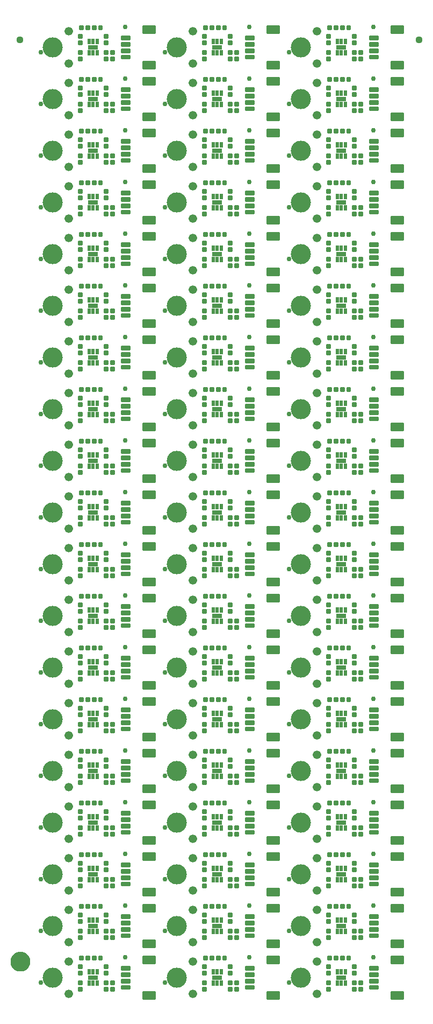
<source format=gts>
G04 EAGLE Gerber RS-274X export*
G75*
%MOMM*%
%FSLAX34Y34*%
%LPD*%
%INSoldermask Top*%
%IPPOS*%
%AMOC8*
5,1,8,0,0,1.08239X$1,22.5*%
G01*
%ADD10C,3.175000*%
%ADD11C,0.225369*%
%ADD12C,0.762000*%
%ADD13C,0.225588*%
%ADD14C,1.327000*%
%ADD15R,0.470000X0.900000*%
%ADD16R,1.570000X0.800000*%
%ADD17C,1.127000*%
%ADD18C,1.270000*%
%ADD19C,1.627000*%


D10*
X25400Y38100D03*
D11*
X111728Y43292D02*
X111728Y48308D01*
X111728Y43292D02*
X106712Y43292D01*
X106712Y48308D01*
X111728Y48308D01*
X111728Y45433D02*
X106712Y45433D01*
X106712Y47574D02*
X111728Y47574D01*
X111728Y53292D02*
X111728Y58308D01*
X111728Y53292D02*
X106712Y53292D01*
X106712Y58308D01*
X111728Y58308D01*
X111728Y55433D02*
X106712Y55433D01*
X106712Y57574D02*
X111728Y57574D01*
X106712Y32908D02*
X106712Y27892D01*
X106712Y32908D02*
X111728Y32908D01*
X111728Y27892D01*
X106712Y27892D01*
X106712Y30033D02*
X111728Y30033D01*
X111728Y32174D02*
X106712Y32174D01*
X106712Y22908D02*
X106712Y17892D01*
X106712Y22908D02*
X111728Y22908D01*
X111728Y17892D01*
X106712Y17892D01*
X106712Y20033D02*
X111728Y20033D01*
X111728Y22174D02*
X106712Y22174D01*
D12*
X139446Y70104D03*
X6604Y30734D03*
D11*
X87488Y66580D02*
X92504Y66580D01*
X87488Y66580D02*
X87488Y71596D01*
X92504Y71596D01*
X92504Y66580D01*
X92504Y68721D02*
X87488Y68721D01*
X87488Y70862D02*
X92504Y70862D01*
X97488Y66580D02*
X102504Y66580D01*
X97488Y66580D02*
X97488Y71596D01*
X102504Y71596D01*
X102504Y66580D01*
X102504Y68721D02*
X97488Y68721D01*
X97488Y70862D02*
X102504Y70862D01*
X82438Y71596D02*
X77422Y71596D01*
X82438Y71596D02*
X82438Y66580D01*
X77422Y66580D01*
X77422Y71596D01*
X77422Y68721D02*
X82438Y68721D01*
X82438Y70862D02*
X77422Y70862D01*
X72438Y71596D02*
X67422Y71596D01*
X72438Y71596D02*
X72438Y66580D01*
X67422Y66580D01*
X67422Y71596D01*
X67422Y68721D02*
X72438Y68721D01*
X72438Y70862D02*
X67422Y70862D01*
D13*
X185957Y15607D02*
X185957Y4593D01*
X166943Y4593D01*
X166943Y15607D01*
X185957Y15607D01*
X185957Y6736D02*
X166943Y6736D01*
X166943Y8879D02*
X185957Y8879D01*
X185957Y11022D02*
X166943Y11022D01*
X166943Y13165D02*
X185957Y13165D01*
X185957Y15308D02*
X166943Y15308D01*
X185957Y60593D02*
X185957Y71607D01*
X185957Y60593D02*
X166943Y60593D01*
X166943Y71607D01*
X185957Y71607D01*
X185957Y62736D02*
X166943Y62736D01*
X166943Y64879D02*
X185957Y64879D01*
X185957Y67022D02*
X166943Y67022D01*
X166943Y69165D02*
X185957Y69165D01*
X185957Y71308D02*
X166943Y71308D01*
D11*
X145958Y25608D02*
X145958Y20592D01*
X133442Y20592D01*
X133442Y25608D01*
X145958Y25608D01*
X145958Y22733D02*
X133442Y22733D01*
X133442Y24874D02*
X145958Y24874D01*
X145958Y30592D02*
X145958Y35608D01*
X145958Y30592D02*
X133442Y30592D01*
X133442Y35608D01*
X145958Y35608D01*
X145958Y32733D02*
X133442Y32733D01*
X133442Y34874D02*
X145958Y34874D01*
X145958Y40592D02*
X145958Y45608D01*
X145958Y40592D02*
X133442Y40592D01*
X133442Y45608D01*
X145958Y45608D01*
X145958Y42733D02*
X133442Y42733D01*
X133442Y44874D02*
X145958Y44874D01*
X145958Y50592D02*
X145958Y55608D01*
X145958Y50592D02*
X133442Y50592D01*
X133442Y55608D01*
X145958Y55608D01*
X145958Y52733D02*
X133442Y52733D01*
X133442Y54874D02*
X145958Y54874D01*
D14*
X50800Y12700D03*
X50800Y63500D03*
D15*
X82400Y47000D03*
X88900Y47000D03*
X95400Y47000D03*
X82400Y29200D03*
X88900Y29200D03*
X95400Y29200D03*
D16*
X88950Y38100D03*
D11*
X66072Y32908D02*
X66072Y27892D01*
X66072Y32908D02*
X71088Y32908D01*
X71088Y27892D01*
X66072Y27892D01*
X66072Y30033D02*
X71088Y30033D01*
X71088Y32174D02*
X66072Y32174D01*
X66072Y22908D02*
X66072Y17892D01*
X66072Y22908D02*
X71088Y22908D01*
X71088Y17892D01*
X66072Y17892D01*
X66072Y20033D02*
X71088Y20033D01*
X71088Y22174D02*
X66072Y22174D01*
X71088Y43292D02*
X71088Y48308D01*
X71088Y43292D02*
X66072Y43292D01*
X66072Y48308D01*
X71088Y48308D01*
X71088Y45433D02*
X66072Y45433D01*
X66072Y47574D02*
X71088Y47574D01*
X71088Y53292D02*
X71088Y58308D01*
X71088Y53292D02*
X66072Y53292D01*
X66072Y58308D01*
X71088Y58308D01*
X71088Y55433D02*
X66072Y55433D01*
X66072Y57574D02*
X71088Y57574D01*
X121888Y22908D02*
X121888Y17892D01*
X116872Y17892D01*
X116872Y22908D01*
X121888Y22908D01*
X121888Y20033D02*
X116872Y20033D01*
X116872Y22174D02*
X121888Y22174D01*
X121888Y27892D02*
X121888Y32908D01*
X121888Y27892D02*
X116872Y27892D01*
X116872Y32908D01*
X121888Y32908D01*
X121888Y30033D02*
X116872Y30033D01*
X116872Y32174D02*
X121888Y32174D01*
D10*
X220980Y38100D03*
D11*
X307308Y43292D02*
X307308Y48308D01*
X307308Y43292D02*
X302292Y43292D01*
X302292Y48308D01*
X307308Y48308D01*
X307308Y45433D02*
X302292Y45433D01*
X302292Y47574D02*
X307308Y47574D01*
X307308Y53292D02*
X307308Y58308D01*
X307308Y53292D02*
X302292Y53292D01*
X302292Y58308D01*
X307308Y58308D01*
X307308Y55433D02*
X302292Y55433D01*
X302292Y57574D02*
X307308Y57574D01*
X302292Y32908D02*
X302292Y27892D01*
X302292Y32908D02*
X307308Y32908D01*
X307308Y27892D01*
X302292Y27892D01*
X302292Y30033D02*
X307308Y30033D01*
X307308Y32174D02*
X302292Y32174D01*
X302292Y22908D02*
X302292Y17892D01*
X302292Y22908D02*
X307308Y22908D01*
X307308Y17892D01*
X302292Y17892D01*
X302292Y20033D02*
X307308Y20033D01*
X307308Y22174D02*
X302292Y22174D01*
D12*
X335026Y70104D03*
X202184Y30734D03*
D11*
X283068Y66580D02*
X288084Y66580D01*
X283068Y66580D02*
X283068Y71596D01*
X288084Y71596D01*
X288084Y66580D01*
X288084Y68721D02*
X283068Y68721D01*
X283068Y70862D02*
X288084Y70862D01*
X293068Y66580D02*
X298084Y66580D01*
X293068Y66580D02*
X293068Y71596D01*
X298084Y71596D01*
X298084Y66580D01*
X298084Y68721D02*
X293068Y68721D01*
X293068Y70862D02*
X298084Y70862D01*
X278018Y71596D02*
X273002Y71596D01*
X278018Y71596D02*
X278018Y66580D01*
X273002Y66580D01*
X273002Y71596D01*
X273002Y68721D02*
X278018Y68721D01*
X278018Y70862D02*
X273002Y70862D01*
X268018Y71596D02*
X263002Y71596D01*
X268018Y71596D02*
X268018Y66580D01*
X263002Y66580D01*
X263002Y71596D01*
X263002Y68721D02*
X268018Y68721D01*
X268018Y70862D02*
X263002Y70862D01*
D13*
X381537Y15607D02*
X381537Y4593D01*
X362523Y4593D01*
X362523Y15607D01*
X381537Y15607D01*
X381537Y6736D02*
X362523Y6736D01*
X362523Y8879D02*
X381537Y8879D01*
X381537Y11022D02*
X362523Y11022D01*
X362523Y13165D02*
X381537Y13165D01*
X381537Y15308D02*
X362523Y15308D01*
X381537Y60593D02*
X381537Y71607D01*
X381537Y60593D02*
X362523Y60593D01*
X362523Y71607D01*
X381537Y71607D01*
X381537Y62736D02*
X362523Y62736D01*
X362523Y64879D02*
X381537Y64879D01*
X381537Y67022D02*
X362523Y67022D01*
X362523Y69165D02*
X381537Y69165D01*
X381537Y71308D02*
X362523Y71308D01*
D11*
X341538Y25608D02*
X341538Y20592D01*
X329022Y20592D01*
X329022Y25608D01*
X341538Y25608D01*
X341538Y22733D02*
X329022Y22733D01*
X329022Y24874D02*
X341538Y24874D01*
X341538Y30592D02*
X341538Y35608D01*
X341538Y30592D02*
X329022Y30592D01*
X329022Y35608D01*
X341538Y35608D01*
X341538Y32733D02*
X329022Y32733D01*
X329022Y34874D02*
X341538Y34874D01*
X341538Y40592D02*
X341538Y45608D01*
X341538Y40592D02*
X329022Y40592D01*
X329022Y45608D01*
X341538Y45608D01*
X341538Y42733D02*
X329022Y42733D01*
X329022Y44874D02*
X341538Y44874D01*
X341538Y50592D02*
X341538Y55608D01*
X341538Y50592D02*
X329022Y50592D01*
X329022Y55608D01*
X341538Y55608D01*
X341538Y52733D02*
X329022Y52733D01*
X329022Y54874D02*
X341538Y54874D01*
D14*
X246380Y12700D03*
X246380Y63500D03*
D15*
X277980Y47000D03*
X284480Y47000D03*
X290980Y47000D03*
X277980Y29200D03*
X284480Y29200D03*
X290980Y29200D03*
D16*
X284530Y38100D03*
D11*
X261652Y32908D02*
X261652Y27892D01*
X261652Y32908D02*
X266668Y32908D01*
X266668Y27892D01*
X261652Y27892D01*
X261652Y30033D02*
X266668Y30033D01*
X266668Y32174D02*
X261652Y32174D01*
X261652Y22908D02*
X261652Y17892D01*
X261652Y22908D02*
X266668Y22908D01*
X266668Y17892D01*
X261652Y17892D01*
X261652Y20033D02*
X266668Y20033D01*
X266668Y22174D02*
X261652Y22174D01*
X266668Y43292D02*
X266668Y48308D01*
X266668Y43292D02*
X261652Y43292D01*
X261652Y48308D01*
X266668Y48308D01*
X266668Y45433D02*
X261652Y45433D01*
X261652Y47574D02*
X266668Y47574D01*
X266668Y53292D02*
X266668Y58308D01*
X266668Y53292D02*
X261652Y53292D01*
X261652Y58308D01*
X266668Y58308D01*
X266668Y55433D02*
X261652Y55433D01*
X261652Y57574D02*
X266668Y57574D01*
X317468Y22908D02*
X317468Y17892D01*
X312452Y17892D01*
X312452Y22908D01*
X317468Y22908D01*
X317468Y20033D02*
X312452Y20033D01*
X312452Y22174D02*
X317468Y22174D01*
X317468Y27892D02*
X317468Y32908D01*
X317468Y27892D02*
X312452Y27892D01*
X312452Y32908D01*
X317468Y32908D01*
X317468Y30033D02*
X312452Y30033D01*
X312452Y32174D02*
X317468Y32174D01*
D10*
X416560Y38100D03*
D11*
X502888Y43292D02*
X502888Y48308D01*
X502888Y43292D02*
X497872Y43292D01*
X497872Y48308D01*
X502888Y48308D01*
X502888Y45433D02*
X497872Y45433D01*
X497872Y47574D02*
X502888Y47574D01*
X502888Y53292D02*
X502888Y58308D01*
X502888Y53292D02*
X497872Y53292D01*
X497872Y58308D01*
X502888Y58308D01*
X502888Y55433D02*
X497872Y55433D01*
X497872Y57574D02*
X502888Y57574D01*
X497872Y32908D02*
X497872Y27892D01*
X497872Y32908D02*
X502888Y32908D01*
X502888Y27892D01*
X497872Y27892D01*
X497872Y30033D02*
X502888Y30033D01*
X502888Y32174D02*
X497872Y32174D01*
X497872Y22908D02*
X497872Y17892D01*
X497872Y22908D02*
X502888Y22908D01*
X502888Y17892D01*
X497872Y17892D01*
X497872Y20033D02*
X502888Y20033D01*
X502888Y22174D02*
X497872Y22174D01*
D12*
X530606Y70104D03*
X397764Y30734D03*
D11*
X478648Y66580D02*
X483664Y66580D01*
X478648Y66580D02*
X478648Y71596D01*
X483664Y71596D01*
X483664Y66580D01*
X483664Y68721D02*
X478648Y68721D01*
X478648Y70862D02*
X483664Y70862D01*
X488648Y66580D02*
X493664Y66580D01*
X488648Y66580D02*
X488648Y71596D01*
X493664Y71596D01*
X493664Y66580D01*
X493664Y68721D02*
X488648Y68721D01*
X488648Y70862D02*
X493664Y70862D01*
X473598Y71596D02*
X468582Y71596D01*
X473598Y71596D02*
X473598Y66580D01*
X468582Y66580D01*
X468582Y71596D01*
X468582Y68721D02*
X473598Y68721D01*
X473598Y70862D02*
X468582Y70862D01*
X463598Y71596D02*
X458582Y71596D01*
X463598Y71596D02*
X463598Y66580D01*
X458582Y66580D01*
X458582Y71596D01*
X458582Y68721D02*
X463598Y68721D01*
X463598Y70862D02*
X458582Y70862D01*
D13*
X577117Y15607D02*
X577117Y4593D01*
X558103Y4593D01*
X558103Y15607D01*
X577117Y15607D01*
X577117Y6736D02*
X558103Y6736D01*
X558103Y8879D02*
X577117Y8879D01*
X577117Y11022D02*
X558103Y11022D01*
X558103Y13165D02*
X577117Y13165D01*
X577117Y15308D02*
X558103Y15308D01*
X577117Y60593D02*
X577117Y71607D01*
X577117Y60593D02*
X558103Y60593D01*
X558103Y71607D01*
X577117Y71607D01*
X577117Y62736D02*
X558103Y62736D01*
X558103Y64879D02*
X577117Y64879D01*
X577117Y67022D02*
X558103Y67022D01*
X558103Y69165D02*
X577117Y69165D01*
X577117Y71308D02*
X558103Y71308D01*
D11*
X537118Y25608D02*
X537118Y20592D01*
X524602Y20592D01*
X524602Y25608D01*
X537118Y25608D01*
X537118Y22733D02*
X524602Y22733D01*
X524602Y24874D02*
X537118Y24874D01*
X537118Y30592D02*
X537118Y35608D01*
X537118Y30592D02*
X524602Y30592D01*
X524602Y35608D01*
X537118Y35608D01*
X537118Y32733D02*
X524602Y32733D01*
X524602Y34874D02*
X537118Y34874D01*
X537118Y40592D02*
X537118Y45608D01*
X537118Y40592D02*
X524602Y40592D01*
X524602Y45608D01*
X537118Y45608D01*
X537118Y42733D02*
X524602Y42733D01*
X524602Y44874D02*
X537118Y44874D01*
X537118Y50592D02*
X537118Y55608D01*
X537118Y50592D02*
X524602Y50592D01*
X524602Y55608D01*
X537118Y55608D01*
X537118Y52733D02*
X524602Y52733D01*
X524602Y54874D02*
X537118Y54874D01*
D14*
X441960Y12700D03*
X441960Y63500D03*
D15*
X473560Y47000D03*
X480060Y47000D03*
X486560Y47000D03*
X473560Y29200D03*
X480060Y29200D03*
X486560Y29200D03*
D16*
X480110Y38100D03*
D11*
X457232Y32908D02*
X457232Y27892D01*
X457232Y32908D02*
X462248Y32908D01*
X462248Y27892D01*
X457232Y27892D01*
X457232Y30033D02*
X462248Y30033D01*
X462248Y32174D02*
X457232Y32174D01*
X457232Y22908D02*
X457232Y17892D01*
X457232Y22908D02*
X462248Y22908D01*
X462248Y17892D01*
X457232Y17892D01*
X457232Y20033D02*
X462248Y20033D01*
X462248Y22174D02*
X457232Y22174D01*
X462248Y43292D02*
X462248Y48308D01*
X462248Y43292D02*
X457232Y43292D01*
X457232Y48308D01*
X462248Y48308D01*
X462248Y45433D02*
X457232Y45433D01*
X457232Y47574D02*
X462248Y47574D01*
X462248Y53292D02*
X462248Y58308D01*
X462248Y53292D02*
X457232Y53292D01*
X457232Y58308D01*
X462248Y58308D01*
X462248Y55433D02*
X457232Y55433D01*
X457232Y57574D02*
X462248Y57574D01*
X513048Y22908D02*
X513048Y17892D01*
X508032Y17892D01*
X508032Y22908D01*
X513048Y22908D01*
X513048Y20033D02*
X508032Y20033D01*
X508032Y22174D02*
X513048Y22174D01*
X513048Y27892D02*
X513048Y32908D01*
X513048Y27892D02*
X508032Y27892D01*
X508032Y32908D01*
X513048Y32908D01*
X513048Y30033D02*
X508032Y30033D01*
X508032Y32174D02*
X513048Y32174D01*
D10*
X25400Y119380D03*
D11*
X111728Y124572D02*
X111728Y129588D01*
X111728Y124572D02*
X106712Y124572D01*
X106712Y129588D01*
X111728Y129588D01*
X111728Y126713D02*
X106712Y126713D01*
X106712Y128854D02*
X111728Y128854D01*
X111728Y134572D02*
X111728Y139588D01*
X111728Y134572D02*
X106712Y134572D01*
X106712Y139588D01*
X111728Y139588D01*
X111728Y136713D02*
X106712Y136713D01*
X106712Y138854D02*
X111728Y138854D01*
X106712Y114188D02*
X106712Y109172D01*
X106712Y114188D02*
X111728Y114188D01*
X111728Y109172D01*
X106712Y109172D01*
X106712Y111313D02*
X111728Y111313D01*
X111728Y113454D02*
X106712Y113454D01*
X106712Y104188D02*
X106712Y99172D01*
X106712Y104188D02*
X111728Y104188D01*
X111728Y99172D01*
X106712Y99172D01*
X106712Y101313D02*
X111728Y101313D01*
X111728Y103454D02*
X106712Y103454D01*
D12*
X139446Y151384D03*
X6604Y112014D03*
D11*
X87488Y147860D02*
X92504Y147860D01*
X87488Y147860D02*
X87488Y152876D01*
X92504Y152876D01*
X92504Y147860D01*
X92504Y150001D02*
X87488Y150001D01*
X87488Y152142D02*
X92504Y152142D01*
X97488Y147860D02*
X102504Y147860D01*
X97488Y147860D02*
X97488Y152876D01*
X102504Y152876D01*
X102504Y147860D01*
X102504Y150001D02*
X97488Y150001D01*
X97488Y152142D02*
X102504Y152142D01*
X82438Y152876D02*
X77422Y152876D01*
X82438Y152876D02*
X82438Y147860D01*
X77422Y147860D01*
X77422Y152876D01*
X77422Y150001D02*
X82438Y150001D01*
X82438Y152142D02*
X77422Y152142D01*
X72438Y152876D02*
X67422Y152876D01*
X72438Y152876D02*
X72438Y147860D01*
X67422Y147860D01*
X67422Y152876D01*
X67422Y150001D02*
X72438Y150001D01*
X72438Y152142D02*
X67422Y152142D01*
D13*
X185957Y96887D02*
X185957Y85873D01*
X166943Y85873D01*
X166943Y96887D01*
X185957Y96887D01*
X185957Y88016D02*
X166943Y88016D01*
X166943Y90159D02*
X185957Y90159D01*
X185957Y92302D02*
X166943Y92302D01*
X166943Y94445D02*
X185957Y94445D01*
X185957Y96588D02*
X166943Y96588D01*
X185957Y141873D02*
X185957Y152887D01*
X185957Y141873D02*
X166943Y141873D01*
X166943Y152887D01*
X185957Y152887D01*
X185957Y144016D02*
X166943Y144016D01*
X166943Y146159D02*
X185957Y146159D01*
X185957Y148302D02*
X166943Y148302D01*
X166943Y150445D02*
X185957Y150445D01*
X185957Y152588D02*
X166943Y152588D01*
D11*
X145958Y106888D02*
X145958Y101872D01*
X133442Y101872D01*
X133442Y106888D01*
X145958Y106888D01*
X145958Y104013D02*
X133442Y104013D01*
X133442Y106154D02*
X145958Y106154D01*
X145958Y111872D02*
X145958Y116888D01*
X145958Y111872D02*
X133442Y111872D01*
X133442Y116888D01*
X145958Y116888D01*
X145958Y114013D02*
X133442Y114013D01*
X133442Y116154D02*
X145958Y116154D01*
X145958Y121872D02*
X145958Y126888D01*
X145958Y121872D02*
X133442Y121872D01*
X133442Y126888D01*
X145958Y126888D01*
X145958Y124013D02*
X133442Y124013D01*
X133442Y126154D02*
X145958Y126154D01*
X145958Y131872D02*
X145958Y136888D01*
X145958Y131872D02*
X133442Y131872D01*
X133442Y136888D01*
X145958Y136888D01*
X145958Y134013D02*
X133442Y134013D01*
X133442Y136154D02*
X145958Y136154D01*
D14*
X50800Y93980D03*
X50800Y144780D03*
D15*
X82400Y128280D03*
X88900Y128280D03*
X95400Y128280D03*
X82400Y110480D03*
X88900Y110480D03*
X95400Y110480D03*
D16*
X88950Y119380D03*
D11*
X66072Y114188D02*
X66072Y109172D01*
X66072Y114188D02*
X71088Y114188D01*
X71088Y109172D01*
X66072Y109172D01*
X66072Y111313D02*
X71088Y111313D01*
X71088Y113454D02*
X66072Y113454D01*
X66072Y104188D02*
X66072Y99172D01*
X66072Y104188D02*
X71088Y104188D01*
X71088Y99172D01*
X66072Y99172D01*
X66072Y101313D02*
X71088Y101313D01*
X71088Y103454D02*
X66072Y103454D01*
X71088Y124572D02*
X71088Y129588D01*
X71088Y124572D02*
X66072Y124572D01*
X66072Y129588D01*
X71088Y129588D01*
X71088Y126713D02*
X66072Y126713D01*
X66072Y128854D02*
X71088Y128854D01*
X71088Y134572D02*
X71088Y139588D01*
X71088Y134572D02*
X66072Y134572D01*
X66072Y139588D01*
X71088Y139588D01*
X71088Y136713D02*
X66072Y136713D01*
X66072Y138854D02*
X71088Y138854D01*
X121888Y104188D02*
X121888Y99172D01*
X116872Y99172D01*
X116872Y104188D01*
X121888Y104188D01*
X121888Y101313D02*
X116872Y101313D01*
X116872Y103454D02*
X121888Y103454D01*
X121888Y109172D02*
X121888Y114188D01*
X121888Y109172D02*
X116872Y109172D01*
X116872Y114188D01*
X121888Y114188D01*
X121888Y111313D02*
X116872Y111313D01*
X116872Y113454D02*
X121888Y113454D01*
D10*
X220980Y119380D03*
D11*
X307308Y124572D02*
X307308Y129588D01*
X307308Y124572D02*
X302292Y124572D01*
X302292Y129588D01*
X307308Y129588D01*
X307308Y126713D02*
X302292Y126713D01*
X302292Y128854D02*
X307308Y128854D01*
X307308Y134572D02*
X307308Y139588D01*
X307308Y134572D02*
X302292Y134572D01*
X302292Y139588D01*
X307308Y139588D01*
X307308Y136713D02*
X302292Y136713D01*
X302292Y138854D02*
X307308Y138854D01*
X302292Y114188D02*
X302292Y109172D01*
X302292Y114188D02*
X307308Y114188D01*
X307308Y109172D01*
X302292Y109172D01*
X302292Y111313D02*
X307308Y111313D01*
X307308Y113454D02*
X302292Y113454D01*
X302292Y104188D02*
X302292Y99172D01*
X302292Y104188D02*
X307308Y104188D01*
X307308Y99172D01*
X302292Y99172D01*
X302292Y101313D02*
X307308Y101313D01*
X307308Y103454D02*
X302292Y103454D01*
D12*
X335026Y151384D03*
X202184Y112014D03*
D11*
X283068Y147860D02*
X288084Y147860D01*
X283068Y147860D02*
X283068Y152876D01*
X288084Y152876D01*
X288084Y147860D01*
X288084Y150001D02*
X283068Y150001D01*
X283068Y152142D02*
X288084Y152142D01*
X293068Y147860D02*
X298084Y147860D01*
X293068Y147860D02*
X293068Y152876D01*
X298084Y152876D01*
X298084Y147860D01*
X298084Y150001D02*
X293068Y150001D01*
X293068Y152142D02*
X298084Y152142D01*
X278018Y152876D02*
X273002Y152876D01*
X278018Y152876D02*
X278018Y147860D01*
X273002Y147860D01*
X273002Y152876D01*
X273002Y150001D02*
X278018Y150001D01*
X278018Y152142D02*
X273002Y152142D01*
X268018Y152876D02*
X263002Y152876D01*
X268018Y152876D02*
X268018Y147860D01*
X263002Y147860D01*
X263002Y152876D01*
X263002Y150001D02*
X268018Y150001D01*
X268018Y152142D02*
X263002Y152142D01*
D13*
X381537Y96887D02*
X381537Y85873D01*
X362523Y85873D01*
X362523Y96887D01*
X381537Y96887D01*
X381537Y88016D02*
X362523Y88016D01*
X362523Y90159D02*
X381537Y90159D01*
X381537Y92302D02*
X362523Y92302D01*
X362523Y94445D02*
X381537Y94445D01*
X381537Y96588D02*
X362523Y96588D01*
X381537Y141873D02*
X381537Y152887D01*
X381537Y141873D02*
X362523Y141873D01*
X362523Y152887D01*
X381537Y152887D01*
X381537Y144016D02*
X362523Y144016D01*
X362523Y146159D02*
X381537Y146159D01*
X381537Y148302D02*
X362523Y148302D01*
X362523Y150445D02*
X381537Y150445D01*
X381537Y152588D02*
X362523Y152588D01*
D11*
X341538Y106888D02*
X341538Y101872D01*
X329022Y101872D01*
X329022Y106888D01*
X341538Y106888D01*
X341538Y104013D02*
X329022Y104013D01*
X329022Y106154D02*
X341538Y106154D01*
X341538Y111872D02*
X341538Y116888D01*
X341538Y111872D02*
X329022Y111872D01*
X329022Y116888D01*
X341538Y116888D01*
X341538Y114013D02*
X329022Y114013D01*
X329022Y116154D02*
X341538Y116154D01*
X341538Y121872D02*
X341538Y126888D01*
X341538Y121872D02*
X329022Y121872D01*
X329022Y126888D01*
X341538Y126888D01*
X341538Y124013D02*
X329022Y124013D01*
X329022Y126154D02*
X341538Y126154D01*
X341538Y131872D02*
X341538Y136888D01*
X341538Y131872D02*
X329022Y131872D01*
X329022Y136888D01*
X341538Y136888D01*
X341538Y134013D02*
X329022Y134013D01*
X329022Y136154D02*
X341538Y136154D01*
D14*
X246380Y93980D03*
X246380Y144780D03*
D15*
X277980Y128280D03*
X284480Y128280D03*
X290980Y128280D03*
X277980Y110480D03*
X284480Y110480D03*
X290980Y110480D03*
D16*
X284530Y119380D03*
D11*
X261652Y114188D02*
X261652Y109172D01*
X261652Y114188D02*
X266668Y114188D01*
X266668Y109172D01*
X261652Y109172D01*
X261652Y111313D02*
X266668Y111313D01*
X266668Y113454D02*
X261652Y113454D01*
X261652Y104188D02*
X261652Y99172D01*
X261652Y104188D02*
X266668Y104188D01*
X266668Y99172D01*
X261652Y99172D01*
X261652Y101313D02*
X266668Y101313D01*
X266668Y103454D02*
X261652Y103454D01*
X266668Y124572D02*
X266668Y129588D01*
X266668Y124572D02*
X261652Y124572D01*
X261652Y129588D01*
X266668Y129588D01*
X266668Y126713D02*
X261652Y126713D01*
X261652Y128854D02*
X266668Y128854D01*
X266668Y134572D02*
X266668Y139588D01*
X266668Y134572D02*
X261652Y134572D01*
X261652Y139588D01*
X266668Y139588D01*
X266668Y136713D02*
X261652Y136713D01*
X261652Y138854D02*
X266668Y138854D01*
X317468Y104188D02*
X317468Y99172D01*
X312452Y99172D01*
X312452Y104188D01*
X317468Y104188D01*
X317468Y101313D02*
X312452Y101313D01*
X312452Y103454D02*
X317468Y103454D01*
X317468Y109172D02*
X317468Y114188D01*
X317468Y109172D02*
X312452Y109172D01*
X312452Y114188D01*
X317468Y114188D01*
X317468Y111313D02*
X312452Y111313D01*
X312452Y113454D02*
X317468Y113454D01*
D10*
X416560Y119380D03*
D11*
X502888Y124572D02*
X502888Y129588D01*
X502888Y124572D02*
X497872Y124572D01*
X497872Y129588D01*
X502888Y129588D01*
X502888Y126713D02*
X497872Y126713D01*
X497872Y128854D02*
X502888Y128854D01*
X502888Y134572D02*
X502888Y139588D01*
X502888Y134572D02*
X497872Y134572D01*
X497872Y139588D01*
X502888Y139588D01*
X502888Y136713D02*
X497872Y136713D01*
X497872Y138854D02*
X502888Y138854D01*
X497872Y114188D02*
X497872Y109172D01*
X497872Y114188D02*
X502888Y114188D01*
X502888Y109172D01*
X497872Y109172D01*
X497872Y111313D02*
X502888Y111313D01*
X502888Y113454D02*
X497872Y113454D01*
X497872Y104188D02*
X497872Y99172D01*
X497872Y104188D02*
X502888Y104188D01*
X502888Y99172D01*
X497872Y99172D01*
X497872Y101313D02*
X502888Y101313D01*
X502888Y103454D02*
X497872Y103454D01*
D12*
X530606Y151384D03*
X397764Y112014D03*
D11*
X478648Y147860D02*
X483664Y147860D01*
X478648Y147860D02*
X478648Y152876D01*
X483664Y152876D01*
X483664Y147860D01*
X483664Y150001D02*
X478648Y150001D01*
X478648Y152142D02*
X483664Y152142D01*
X488648Y147860D02*
X493664Y147860D01*
X488648Y147860D02*
X488648Y152876D01*
X493664Y152876D01*
X493664Y147860D01*
X493664Y150001D02*
X488648Y150001D01*
X488648Y152142D02*
X493664Y152142D01*
X473598Y152876D02*
X468582Y152876D01*
X473598Y152876D02*
X473598Y147860D01*
X468582Y147860D01*
X468582Y152876D01*
X468582Y150001D02*
X473598Y150001D01*
X473598Y152142D02*
X468582Y152142D01*
X463598Y152876D02*
X458582Y152876D01*
X463598Y152876D02*
X463598Y147860D01*
X458582Y147860D01*
X458582Y152876D01*
X458582Y150001D02*
X463598Y150001D01*
X463598Y152142D02*
X458582Y152142D01*
D13*
X577117Y96887D02*
X577117Y85873D01*
X558103Y85873D01*
X558103Y96887D01*
X577117Y96887D01*
X577117Y88016D02*
X558103Y88016D01*
X558103Y90159D02*
X577117Y90159D01*
X577117Y92302D02*
X558103Y92302D01*
X558103Y94445D02*
X577117Y94445D01*
X577117Y96588D02*
X558103Y96588D01*
X577117Y141873D02*
X577117Y152887D01*
X577117Y141873D02*
X558103Y141873D01*
X558103Y152887D01*
X577117Y152887D01*
X577117Y144016D02*
X558103Y144016D01*
X558103Y146159D02*
X577117Y146159D01*
X577117Y148302D02*
X558103Y148302D01*
X558103Y150445D02*
X577117Y150445D01*
X577117Y152588D02*
X558103Y152588D01*
D11*
X537118Y106888D02*
X537118Y101872D01*
X524602Y101872D01*
X524602Y106888D01*
X537118Y106888D01*
X537118Y104013D02*
X524602Y104013D01*
X524602Y106154D02*
X537118Y106154D01*
X537118Y111872D02*
X537118Y116888D01*
X537118Y111872D02*
X524602Y111872D01*
X524602Y116888D01*
X537118Y116888D01*
X537118Y114013D02*
X524602Y114013D01*
X524602Y116154D02*
X537118Y116154D01*
X537118Y121872D02*
X537118Y126888D01*
X537118Y121872D02*
X524602Y121872D01*
X524602Y126888D01*
X537118Y126888D01*
X537118Y124013D02*
X524602Y124013D01*
X524602Y126154D02*
X537118Y126154D01*
X537118Y131872D02*
X537118Y136888D01*
X537118Y131872D02*
X524602Y131872D01*
X524602Y136888D01*
X537118Y136888D01*
X537118Y134013D02*
X524602Y134013D01*
X524602Y136154D02*
X537118Y136154D01*
D14*
X441960Y93980D03*
X441960Y144780D03*
D15*
X473560Y128280D03*
X480060Y128280D03*
X486560Y128280D03*
X473560Y110480D03*
X480060Y110480D03*
X486560Y110480D03*
D16*
X480110Y119380D03*
D11*
X457232Y114188D02*
X457232Y109172D01*
X457232Y114188D02*
X462248Y114188D01*
X462248Y109172D01*
X457232Y109172D01*
X457232Y111313D02*
X462248Y111313D01*
X462248Y113454D02*
X457232Y113454D01*
X457232Y104188D02*
X457232Y99172D01*
X457232Y104188D02*
X462248Y104188D01*
X462248Y99172D01*
X457232Y99172D01*
X457232Y101313D02*
X462248Y101313D01*
X462248Y103454D02*
X457232Y103454D01*
X462248Y124572D02*
X462248Y129588D01*
X462248Y124572D02*
X457232Y124572D01*
X457232Y129588D01*
X462248Y129588D01*
X462248Y126713D02*
X457232Y126713D01*
X457232Y128854D02*
X462248Y128854D01*
X462248Y134572D02*
X462248Y139588D01*
X462248Y134572D02*
X457232Y134572D01*
X457232Y139588D01*
X462248Y139588D01*
X462248Y136713D02*
X457232Y136713D01*
X457232Y138854D02*
X462248Y138854D01*
X513048Y104188D02*
X513048Y99172D01*
X508032Y99172D01*
X508032Y104188D01*
X513048Y104188D01*
X513048Y101313D02*
X508032Y101313D01*
X508032Y103454D02*
X513048Y103454D01*
X513048Y109172D02*
X513048Y114188D01*
X513048Y109172D02*
X508032Y109172D01*
X508032Y114188D01*
X513048Y114188D01*
X513048Y111313D02*
X508032Y111313D01*
X508032Y113454D02*
X513048Y113454D01*
D10*
X25400Y200660D03*
D11*
X111728Y205852D02*
X111728Y210868D01*
X111728Y205852D02*
X106712Y205852D01*
X106712Y210868D01*
X111728Y210868D01*
X111728Y207993D02*
X106712Y207993D01*
X106712Y210134D02*
X111728Y210134D01*
X111728Y215852D02*
X111728Y220868D01*
X111728Y215852D02*
X106712Y215852D01*
X106712Y220868D01*
X111728Y220868D01*
X111728Y217993D02*
X106712Y217993D01*
X106712Y220134D02*
X111728Y220134D01*
X106712Y195468D02*
X106712Y190452D01*
X106712Y195468D02*
X111728Y195468D01*
X111728Y190452D01*
X106712Y190452D01*
X106712Y192593D02*
X111728Y192593D01*
X111728Y194734D02*
X106712Y194734D01*
X106712Y185468D02*
X106712Y180452D01*
X106712Y185468D02*
X111728Y185468D01*
X111728Y180452D01*
X106712Y180452D01*
X106712Y182593D02*
X111728Y182593D01*
X111728Y184734D02*
X106712Y184734D01*
D12*
X139446Y232664D03*
X6604Y193294D03*
D11*
X87488Y229140D02*
X92504Y229140D01*
X87488Y229140D02*
X87488Y234156D01*
X92504Y234156D01*
X92504Y229140D01*
X92504Y231281D02*
X87488Y231281D01*
X87488Y233422D02*
X92504Y233422D01*
X97488Y229140D02*
X102504Y229140D01*
X97488Y229140D02*
X97488Y234156D01*
X102504Y234156D01*
X102504Y229140D01*
X102504Y231281D02*
X97488Y231281D01*
X97488Y233422D02*
X102504Y233422D01*
X82438Y234156D02*
X77422Y234156D01*
X82438Y234156D02*
X82438Y229140D01*
X77422Y229140D01*
X77422Y234156D01*
X77422Y231281D02*
X82438Y231281D01*
X82438Y233422D02*
X77422Y233422D01*
X72438Y234156D02*
X67422Y234156D01*
X72438Y234156D02*
X72438Y229140D01*
X67422Y229140D01*
X67422Y234156D01*
X67422Y231281D02*
X72438Y231281D01*
X72438Y233422D02*
X67422Y233422D01*
D13*
X185957Y178167D02*
X185957Y167153D01*
X166943Y167153D01*
X166943Y178167D01*
X185957Y178167D01*
X185957Y169296D02*
X166943Y169296D01*
X166943Y171439D02*
X185957Y171439D01*
X185957Y173582D02*
X166943Y173582D01*
X166943Y175725D02*
X185957Y175725D01*
X185957Y177868D02*
X166943Y177868D01*
X185957Y223153D02*
X185957Y234167D01*
X185957Y223153D02*
X166943Y223153D01*
X166943Y234167D01*
X185957Y234167D01*
X185957Y225296D02*
X166943Y225296D01*
X166943Y227439D02*
X185957Y227439D01*
X185957Y229582D02*
X166943Y229582D01*
X166943Y231725D02*
X185957Y231725D01*
X185957Y233868D02*
X166943Y233868D01*
D11*
X145958Y188168D02*
X145958Y183152D01*
X133442Y183152D01*
X133442Y188168D01*
X145958Y188168D01*
X145958Y185293D02*
X133442Y185293D01*
X133442Y187434D02*
X145958Y187434D01*
X145958Y193152D02*
X145958Y198168D01*
X145958Y193152D02*
X133442Y193152D01*
X133442Y198168D01*
X145958Y198168D01*
X145958Y195293D02*
X133442Y195293D01*
X133442Y197434D02*
X145958Y197434D01*
X145958Y203152D02*
X145958Y208168D01*
X145958Y203152D02*
X133442Y203152D01*
X133442Y208168D01*
X145958Y208168D01*
X145958Y205293D02*
X133442Y205293D01*
X133442Y207434D02*
X145958Y207434D01*
X145958Y213152D02*
X145958Y218168D01*
X145958Y213152D02*
X133442Y213152D01*
X133442Y218168D01*
X145958Y218168D01*
X145958Y215293D02*
X133442Y215293D01*
X133442Y217434D02*
X145958Y217434D01*
D14*
X50800Y175260D03*
X50800Y226060D03*
D15*
X82400Y209560D03*
X88900Y209560D03*
X95400Y209560D03*
X82400Y191760D03*
X88900Y191760D03*
X95400Y191760D03*
D16*
X88950Y200660D03*
D11*
X66072Y195468D02*
X66072Y190452D01*
X66072Y195468D02*
X71088Y195468D01*
X71088Y190452D01*
X66072Y190452D01*
X66072Y192593D02*
X71088Y192593D01*
X71088Y194734D02*
X66072Y194734D01*
X66072Y185468D02*
X66072Y180452D01*
X66072Y185468D02*
X71088Y185468D01*
X71088Y180452D01*
X66072Y180452D01*
X66072Y182593D02*
X71088Y182593D01*
X71088Y184734D02*
X66072Y184734D01*
X71088Y205852D02*
X71088Y210868D01*
X71088Y205852D02*
X66072Y205852D01*
X66072Y210868D01*
X71088Y210868D01*
X71088Y207993D02*
X66072Y207993D01*
X66072Y210134D02*
X71088Y210134D01*
X71088Y215852D02*
X71088Y220868D01*
X71088Y215852D02*
X66072Y215852D01*
X66072Y220868D01*
X71088Y220868D01*
X71088Y217993D02*
X66072Y217993D01*
X66072Y220134D02*
X71088Y220134D01*
X121888Y185468D02*
X121888Y180452D01*
X116872Y180452D01*
X116872Y185468D01*
X121888Y185468D01*
X121888Y182593D02*
X116872Y182593D01*
X116872Y184734D02*
X121888Y184734D01*
X121888Y190452D02*
X121888Y195468D01*
X121888Y190452D02*
X116872Y190452D01*
X116872Y195468D01*
X121888Y195468D01*
X121888Y192593D02*
X116872Y192593D01*
X116872Y194734D02*
X121888Y194734D01*
D10*
X220980Y200660D03*
D11*
X307308Y205852D02*
X307308Y210868D01*
X307308Y205852D02*
X302292Y205852D01*
X302292Y210868D01*
X307308Y210868D01*
X307308Y207993D02*
X302292Y207993D01*
X302292Y210134D02*
X307308Y210134D01*
X307308Y215852D02*
X307308Y220868D01*
X307308Y215852D02*
X302292Y215852D01*
X302292Y220868D01*
X307308Y220868D01*
X307308Y217993D02*
X302292Y217993D01*
X302292Y220134D02*
X307308Y220134D01*
X302292Y195468D02*
X302292Y190452D01*
X302292Y195468D02*
X307308Y195468D01*
X307308Y190452D01*
X302292Y190452D01*
X302292Y192593D02*
X307308Y192593D01*
X307308Y194734D02*
X302292Y194734D01*
X302292Y185468D02*
X302292Y180452D01*
X302292Y185468D02*
X307308Y185468D01*
X307308Y180452D01*
X302292Y180452D01*
X302292Y182593D02*
X307308Y182593D01*
X307308Y184734D02*
X302292Y184734D01*
D12*
X335026Y232664D03*
X202184Y193294D03*
D11*
X283068Y229140D02*
X288084Y229140D01*
X283068Y229140D02*
X283068Y234156D01*
X288084Y234156D01*
X288084Y229140D01*
X288084Y231281D02*
X283068Y231281D01*
X283068Y233422D02*
X288084Y233422D01*
X293068Y229140D02*
X298084Y229140D01*
X293068Y229140D02*
X293068Y234156D01*
X298084Y234156D01*
X298084Y229140D01*
X298084Y231281D02*
X293068Y231281D01*
X293068Y233422D02*
X298084Y233422D01*
X278018Y234156D02*
X273002Y234156D01*
X278018Y234156D02*
X278018Y229140D01*
X273002Y229140D01*
X273002Y234156D01*
X273002Y231281D02*
X278018Y231281D01*
X278018Y233422D02*
X273002Y233422D01*
X268018Y234156D02*
X263002Y234156D01*
X268018Y234156D02*
X268018Y229140D01*
X263002Y229140D01*
X263002Y234156D01*
X263002Y231281D02*
X268018Y231281D01*
X268018Y233422D02*
X263002Y233422D01*
D13*
X381537Y178167D02*
X381537Y167153D01*
X362523Y167153D01*
X362523Y178167D01*
X381537Y178167D01*
X381537Y169296D02*
X362523Y169296D01*
X362523Y171439D02*
X381537Y171439D01*
X381537Y173582D02*
X362523Y173582D01*
X362523Y175725D02*
X381537Y175725D01*
X381537Y177868D02*
X362523Y177868D01*
X381537Y223153D02*
X381537Y234167D01*
X381537Y223153D02*
X362523Y223153D01*
X362523Y234167D01*
X381537Y234167D01*
X381537Y225296D02*
X362523Y225296D01*
X362523Y227439D02*
X381537Y227439D01*
X381537Y229582D02*
X362523Y229582D01*
X362523Y231725D02*
X381537Y231725D01*
X381537Y233868D02*
X362523Y233868D01*
D11*
X341538Y188168D02*
X341538Y183152D01*
X329022Y183152D01*
X329022Y188168D01*
X341538Y188168D01*
X341538Y185293D02*
X329022Y185293D01*
X329022Y187434D02*
X341538Y187434D01*
X341538Y193152D02*
X341538Y198168D01*
X341538Y193152D02*
X329022Y193152D01*
X329022Y198168D01*
X341538Y198168D01*
X341538Y195293D02*
X329022Y195293D01*
X329022Y197434D02*
X341538Y197434D01*
X341538Y203152D02*
X341538Y208168D01*
X341538Y203152D02*
X329022Y203152D01*
X329022Y208168D01*
X341538Y208168D01*
X341538Y205293D02*
X329022Y205293D01*
X329022Y207434D02*
X341538Y207434D01*
X341538Y213152D02*
X341538Y218168D01*
X341538Y213152D02*
X329022Y213152D01*
X329022Y218168D01*
X341538Y218168D01*
X341538Y215293D02*
X329022Y215293D01*
X329022Y217434D02*
X341538Y217434D01*
D14*
X246380Y175260D03*
X246380Y226060D03*
D15*
X277980Y209560D03*
X284480Y209560D03*
X290980Y209560D03*
X277980Y191760D03*
X284480Y191760D03*
X290980Y191760D03*
D16*
X284530Y200660D03*
D11*
X261652Y195468D02*
X261652Y190452D01*
X261652Y195468D02*
X266668Y195468D01*
X266668Y190452D01*
X261652Y190452D01*
X261652Y192593D02*
X266668Y192593D01*
X266668Y194734D02*
X261652Y194734D01*
X261652Y185468D02*
X261652Y180452D01*
X261652Y185468D02*
X266668Y185468D01*
X266668Y180452D01*
X261652Y180452D01*
X261652Y182593D02*
X266668Y182593D01*
X266668Y184734D02*
X261652Y184734D01*
X266668Y205852D02*
X266668Y210868D01*
X266668Y205852D02*
X261652Y205852D01*
X261652Y210868D01*
X266668Y210868D01*
X266668Y207993D02*
X261652Y207993D01*
X261652Y210134D02*
X266668Y210134D01*
X266668Y215852D02*
X266668Y220868D01*
X266668Y215852D02*
X261652Y215852D01*
X261652Y220868D01*
X266668Y220868D01*
X266668Y217993D02*
X261652Y217993D01*
X261652Y220134D02*
X266668Y220134D01*
X317468Y185468D02*
X317468Y180452D01*
X312452Y180452D01*
X312452Y185468D01*
X317468Y185468D01*
X317468Y182593D02*
X312452Y182593D01*
X312452Y184734D02*
X317468Y184734D01*
X317468Y190452D02*
X317468Y195468D01*
X317468Y190452D02*
X312452Y190452D01*
X312452Y195468D01*
X317468Y195468D01*
X317468Y192593D02*
X312452Y192593D01*
X312452Y194734D02*
X317468Y194734D01*
D10*
X416560Y200660D03*
D11*
X502888Y205852D02*
X502888Y210868D01*
X502888Y205852D02*
X497872Y205852D01*
X497872Y210868D01*
X502888Y210868D01*
X502888Y207993D02*
X497872Y207993D01*
X497872Y210134D02*
X502888Y210134D01*
X502888Y215852D02*
X502888Y220868D01*
X502888Y215852D02*
X497872Y215852D01*
X497872Y220868D01*
X502888Y220868D01*
X502888Y217993D02*
X497872Y217993D01*
X497872Y220134D02*
X502888Y220134D01*
X497872Y195468D02*
X497872Y190452D01*
X497872Y195468D02*
X502888Y195468D01*
X502888Y190452D01*
X497872Y190452D01*
X497872Y192593D02*
X502888Y192593D01*
X502888Y194734D02*
X497872Y194734D01*
X497872Y185468D02*
X497872Y180452D01*
X497872Y185468D02*
X502888Y185468D01*
X502888Y180452D01*
X497872Y180452D01*
X497872Y182593D02*
X502888Y182593D01*
X502888Y184734D02*
X497872Y184734D01*
D12*
X530606Y232664D03*
X397764Y193294D03*
D11*
X478648Y229140D02*
X483664Y229140D01*
X478648Y229140D02*
X478648Y234156D01*
X483664Y234156D01*
X483664Y229140D01*
X483664Y231281D02*
X478648Y231281D01*
X478648Y233422D02*
X483664Y233422D01*
X488648Y229140D02*
X493664Y229140D01*
X488648Y229140D02*
X488648Y234156D01*
X493664Y234156D01*
X493664Y229140D01*
X493664Y231281D02*
X488648Y231281D01*
X488648Y233422D02*
X493664Y233422D01*
X473598Y234156D02*
X468582Y234156D01*
X473598Y234156D02*
X473598Y229140D01*
X468582Y229140D01*
X468582Y234156D01*
X468582Y231281D02*
X473598Y231281D01*
X473598Y233422D02*
X468582Y233422D01*
X463598Y234156D02*
X458582Y234156D01*
X463598Y234156D02*
X463598Y229140D01*
X458582Y229140D01*
X458582Y234156D01*
X458582Y231281D02*
X463598Y231281D01*
X463598Y233422D02*
X458582Y233422D01*
D13*
X577117Y178167D02*
X577117Y167153D01*
X558103Y167153D01*
X558103Y178167D01*
X577117Y178167D01*
X577117Y169296D02*
X558103Y169296D01*
X558103Y171439D02*
X577117Y171439D01*
X577117Y173582D02*
X558103Y173582D01*
X558103Y175725D02*
X577117Y175725D01*
X577117Y177868D02*
X558103Y177868D01*
X577117Y223153D02*
X577117Y234167D01*
X577117Y223153D02*
X558103Y223153D01*
X558103Y234167D01*
X577117Y234167D01*
X577117Y225296D02*
X558103Y225296D01*
X558103Y227439D02*
X577117Y227439D01*
X577117Y229582D02*
X558103Y229582D01*
X558103Y231725D02*
X577117Y231725D01*
X577117Y233868D02*
X558103Y233868D01*
D11*
X537118Y188168D02*
X537118Y183152D01*
X524602Y183152D01*
X524602Y188168D01*
X537118Y188168D01*
X537118Y185293D02*
X524602Y185293D01*
X524602Y187434D02*
X537118Y187434D01*
X537118Y193152D02*
X537118Y198168D01*
X537118Y193152D02*
X524602Y193152D01*
X524602Y198168D01*
X537118Y198168D01*
X537118Y195293D02*
X524602Y195293D01*
X524602Y197434D02*
X537118Y197434D01*
X537118Y203152D02*
X537118Y208168D01*
X537118Y203152D02*
X524602Y203152D01*
X524602Y208168D01*
X537118Y208168D01*
X537118Y205293D02*
X524602Y205293D01*
X524602Y207434D02*
X537118Y207434D01*
X537118Y213152D02*
X537118Y218168D01*
X537118Y213152D02*
X524602Y213152D01*
X524602Y218168D01*
X537118Y218168D01*
X537118Y215293D02*
X524602Y215293D01*
X524602Y217434D02*
X537118Y217434D01*
D14*
X441960Y175260D03*
X441960Y226060D03*
D15*
X473560Y209560D03*
X480060Y209560D03*
X486560Y209560D03*
X473560Y191760D03*
X480060Y191760D03*
X486560Y191760D03*
D16*
X480110Y200660D03*
D11*
X457232Y195468D02*
X457232Y190452D01*
X457232Y195468D02*
X462248Y195468D01*
X462248Y190452D01*
X457232Y190452D01*
X457232Y192593D02*
X462248Y192593D01*
X462248Y194734D02*
X457232Y194734D01*
X457232Y185468D02*
X457232Y180452D01*
X457232Y185468D02*
X462248Y185468D01*
X462248Y180452D01*
X457232Y180452D01*
X457232Y182593D02*
X462248Y182593D01*
X462248Y184734D02*
X457232Y184734D01*
X462248Y205852D02*
X462248Y210868D01*
X462248Y205852D02*
X457232Y205852D01*
X457232Y210868D01*
X462248Y210868D01*
X462248Y207993D02*
X457232Y207993D01*
X457232Y210134D02*
X462248Y210134D01*
X462248Y215852D02*
X462248Y220868D01*
X462248Y215852D02*
X457232Y215852D01*
X457232Y220868D01*
X462248Y220868D01*
X462248Y217993D02*
X457232Y217993D01*
X457232Y220134D02*
X462248Y220134D01*
X513048Y185468D02*
X513048Y180452D01*
X508032Y180452D01*
X508032Y185468D01*
X513048Y185468D01*
X513048Y182593D02*
X508032Y182593D01*
X508032Y184734D02*
X513048Y184734D01*
X513048Y190452D02*
X513048Y195468D01*
X513048Y190452D02*
X508032Y190452D01*
X508032Y195468D01*
X513048Y195468D01*
X513048Y192593D02*
X508032Y192593D01*
X508032Y194734D02*
X513048Y194734D01*
D10*
X25400Y281940D03*
D11*
X111728Y287132D02*
X111728Y292148D01*
X111728Y287132D02*
X106712Y287132D01*
X106712Y292148D01*
X111728Y292148D01*
X111728Y289273D02*
X106712Y289273D01*
X106712Y291414D02*
X111728Y291414D01*
X111728Y297132D02*
X111728Y302148D01*
X111728Y297132D02*
X106712Y297132D01*
X106712Y302148D01*
X111728Y302148D01*
X111728Y299273D02*
X106712Y299273D01*
X106712Y301414D02*
X111728Y301414D01*
X106712Y276748D02*
X106712Y271732D01*
X106712Y276748D02*
X111728Y276748D01*
X111728Y271732D01*
X106712Y271732D01*
X106712Y273873D02*
X111728Y273873D01*
X111728Y276014D02*
X106712Y276014D01*
X106712Y266748D02*
X106712Y261732D01*
X106712Y266748D02*
X111728Y266748D01*
X111728Y261732D01*
X106712Y261732D01*
X106712Y263873D02*
X111728Y263873D01*
X111728Y266014D02*
X106712Y266014D01*
D12*
X139446Y313944D03*
X6604Y274574D03*
D11*
X87488Y310420D02*
X92504Y310420D01*
X87488Y310420D02*
X87488Y315436D01*
X92504Y315436D01*
X92504Y310420D01*
X92504Y312561D02*
X87488Y312561D01*
X87488Y314702D02*
X92504Y314702D01*
X97488Y310420D02*
X102504Y310420D01*
X97488Y310420D02*
X97488Y315436D01*
X102504Y315436D01*
X102504Y310420D01*
X102504Y312561D02*
X97488Y312561D01*
X97488Y314702D02*
X102504Y314702D01*
X82438Y315436D02*
X77422Y315436D01*
X82438Y315436D02*
X82438Y310420D01*
X77422Y310420D01*
X77422Y315436D01*
X77422Y312561D02*
X82438Y312561D01*
X82438Y314702D02*
X77422Y314702D01*
X72438Y315436D02*
X67422Y315436D01*
X72438Y315436D02*
X72438Y310420D01*
X67422Y310420D01*
X67422Y315436D01*
X67422Y312561D02*
X72438Y312561D01*
X72438Y314702D02*
X67422Y314702D01*
D13*
X185957Y259447D02*
X185957Y248433D01*
X166943Y248433D01*
X166943Y259447D01*
X185957Y259447D01*
X185957Y250576D02*
X166943Y250576D01*
X166943Y252719D02*
X185957Y252719D01*
X185957Y254862D02*
X166943Y254862D01*
X166943Y257005D02*
X185957Y257005D01*
X185957Y259148D02*
X166943Y259148D01*
X185957Y304433D02*
X185957Y315447D01*
X185957Y304433D02*
X166943Y304433D01*
X166943Y315447D01*
X185957Y315447D01*
X185957Y306576D02*
X166943Y306576D01*
X166943Y308719D02*
X185957Y308719D01*
X185957Y310862D02*
X166943Y310862D01*
X166943Y313005D02*
X185957Y313005D01*
X185957Y315148D02*
X166943Y315148D01*
D11*
X145958Y269448D02*
X145958Y264432D01*
X133442Y264432D01*
X133442Y269448D01*
X145958Y269448D01*
X145958Y266573D02*
X133442Y266573D01*
X133442Y268714D02*
X145958Y268714D01*
X145958Y274432D02*
X145958Y279448D01*
X145958Y274432D02*
X133442Y274432D01*
X133442Y279448D01*
X145958Y279448D01*
X145958Y276573D02*
X133442Y276573D01*
X133442Y278714D02*
X145958Y278714D01*
X145958Y284432D02*
X145958Y289448D01*
X145958Y284432D02*
X133442Y284432D01*
X133442Y289448D01*
X145958Y289448D01*
X145958Y286573D02*
X133442Y286573D01*
X133442Y288714D02*
X145958Y288714D01*
X145958Y294432D02*
X145958Y299448D01*
X145958Y294432D02*
X133442Y294432D01*
X133442Y299448D01*
X145958Y299448D01*
X145958Y296573D02*
X133442Y296573D01*
X133442Y298714D02*
X145958Y298714D01*
D14*
X50800Y256540D03*
X50800Y307340D03*
D15*
X82400Y290840D03*
X88900Y290840D03*
X95400Y290840D03*
X82400Y273040D03*
X88900Y273040D03*
X95400Y273040D03*
D16*
X88950Y281940D03*
D11*
X66072Y276748D02*
X66072Y271732D01*
X66072Y276748D02*
X71088Y276748D01*
X71088Y271732D01*
X66072Y271732D01*
X66072Y273873D02*
X71088Y273873D01*
X71088Y276014D02*
X66072Y276014D01*
X66072Y266748D02*
X66072Y261732D01*
X66072Y266748D02*
X71088Y266748D01*
X71088Y261732D01*
X66072Y261732D01*
X66072Y263873D02*
X71088Y263873D01*
X71088Y266014D02*
X66072Y266014D01*
X71088Y287132D02*
X71088Y292148D01*
X71088Y287132D02*
X66072Y287132D01*
X66072Y292148D01*
X71088Y292148D01*
X71088Y289273D02*
X66072Y289273D01*
X66072Y291414D02*
X71088Y291414D01*
X71088Y297132D02*
X71088Y302148D01*
X71088Y297132D02*
X66072Y297132D01*
X66072Y302148D01*
X71088Y302148D01*
X71088Y299273D02*
X66072Y299273D01*
X66072Y301414D02*
X71088Y301414D01*
X121888Y266748D02*
X121888Y261732D01*
X116872Y261732D01*
X116872Y266748D01*
X121888Y266748D01*
X121888Y263873D02*
X116872Y263873D01*
X116872Y266014D02*
X121888Y266014D01*
X121888Y271732D02*
X121888Y276748D01*
X121888Y271732D02*
X116872Y271732D01*
X116872Y276748D01*
X121888Y276748D01*
X121888Y273873D02*
X116872Y273873D01*
X116872Y276014D02*
X121888Y276014D01*
D10*
X220980Y281940D03*
D11*
X307308Y287132D02*
X307308Y292148D01*
X307308Y287132D02*
X302292Y287132D01*
X302292Y292148D01*
X307308Y292148D01*
X307308Y289273D02*
X302292Y289273D01*
X302292Y291414D02*
X307308Y291414D01*
X307308Y297132D02*
X307308Y302148D01*
X307308Y297132D02*
X302292Y297132D01*
X302292Y302148D01*
X307308Y302148D01*
X307308Y299273D02*
X302292Y299273D01*
X302292Y301414D02*
X307308Y301414D01*
X302292Y276748D02*
X302292Y271732D01*
X302292Y276748D02*
X307308Y276748D01*
X307308Y271732D01*
X302292Y271732D01*
X302292Y273873D02*
X307308Y273873D01*
X307308Y276014D02*
X302292Y276014D01*
X302292Y266748D02*
X302292Y261732D01*
X302292Y266748D02*
X307308Y266748D01*
X307308Y261732D01*
X302292Y261732D01*
X302292Y263873D02*
X307308Y263873D01*
X307308Y266014D02*
X302292Y266014D01*
D12*
X335026Y313944D03*
X202184Y274574D03*
D11*
X283068Y310420D02*
X288084Y310420D01*
X283068Y310420D02*
X283068Y315436D01*
X288084Y315436D01*
X288084Y310420D01*
X288084Y312561D02*
X283068Y312561D01*
X283068Y314702D02*
X288084Y314702D01*
X293068Y310420D02*
X298084Y310420D01*
X293068Y310420D02*
X293068Y315436D01*
X298084Y315436D01*
X298084Y310420D01*
X298084Y312561D02*
X293068Y312561D01*
X293068Y314702D02*
X298084Y314702D01*
X278018Y315436D02*
X273002Y315436D01*
X278018Y315436D02*
X278018Y310420D01*
X273002Y310420D01*
X273002Y315436D01*
X273002Y312561D02*
X278018Y312561D01*
X278018Y314702D02*
X273002Y314702D01*
X268018Y315436D02*
X263002Y315436D01*
X268018Y315436D02*
X268018Y310420D01*
X263002Y310420D01*
X263002Y315436D01*
X263002Y312561D02*
X268018Y312561D01*
X268018Y314702D02*
X263002Y314702D01*
D13*
X381537Y259447D02*
X381537Y248433D01*
X362523Y248433D01*
X362523Y259447D01*
X381537Y259447D01*
X381537Y250576D02*
X362523Y250576D01*
X362523Y252719D02*
X381537Y252719D01*
X381537Y254862D02*
X362523Y254862D01*
X362523Y257005D02*
X381537Y257005D01*
X381537Y259148D02*
X362523Y259148D01*
X381537Y304433D02*
X381537Y315447D01*
X381537Y304433D02*
X362523Y304433D01*
X362523Y315447D01*
X381537Y315447D01*
X381537Y306576D02*
X362523Y306576D01*
X362523Y308719D02*
X381537Y308719D01*
X381537Y310862D02*
X362523Y310862D01*
X362523Y313005D02*
X381537Y313005D01*
X381537Y315148D02*
X362523Y315148D01*
D11*
X341538Y269448D02*
X341538Y264432D01*
X329022Y264432D01*
X329022Y269448D01*
X341538Y269448D01*
X341538Y266573D02*
X329022Y266573D01*
X329022Y268714D02*
X341538Y268714D01*
X341538Y274432D02*
X341538Y279448D01*
X341538Y274432D02*
X329022Y274432D01*
X329022Y279448D01*
X341538Y279448D01*
X341538Y276573D02*
X329022Y276573D01*
X329022Y278714D02*
X341538Y278714D01*
X341538Y284432D02*
X341538Y289448D01*
X341538Y284432D02*
X329022Y284432D01*
X329022Y289448D01*
X341538Y289448D01*
X341538Y286573D02*
X329022Y286573D01*
X329022Y288714D02*
X341538Y288714D01*
X341538Y294432D02*
X341538Y299448D01*
X341538Y294432D02*
X329022Y294432D01*
X329022Y299448D01*
X341538Y299448D01*
X341538Y296573D02*
X329022Y296573D01*
X329022Y298714D02*
X341538Y298714D01*
D14*
X246380Y256540D03*
X246380Y307340D03*
D15*
X277980Y290840D03*
X284480Y290840D03*
X290980Y290840D03*
X277980Y273040D03*
X284480Y273040D03*
X290980Y273040D03*
D16*
X284530Y281940D03*
D11*
X261652Y276748D02*
X261652Y271732D01*
X261652Y276748D02*
X266668Y276748D01*
X266668Y271732D01*
X261652Y271732D01*
X261652Y273873D02*
X266668Y273873D01*
X266668Y276014D02*
X261652Y276014D01*
X261652Y266748D02*
X261652Y261732D01*
X261652Y266748D02*
X266668Y266748D01*
X266668Y261732D01*
X261652Y261732D01*
X261652Y263873D02*
X266668Y263873D01*
X266668Y266014D02*
X261652Y266014D01*
X266668Y287132D02*
X266668Y292148D01*
X266668Y287132D02*
X261652Y287132D01*
X261652Y292148D01*
X266668Y292148D01*
X266668Y289273D02*
X261652Y289273D01*
X261652Y291414D02*
X266668Y291414D01*
X266668Y297132D02*
X266668Y302148D01*
X266668Y297132D02*
X261652Y297132D01*
X261652Y302148D01*
X266668Y302148D01*
X266668Y299273D02*
X261652Y299273D01*
X261652Y301414D02*
X266668Y301414D01*
X317468Y266748D02*
X317468Y261732D01*
X312452Y261732D01*
X312452Y266748D01*
X317468Y266748D01*
X317468Y263873D02*
X312452Y263873D01*
X312452Y266014D02*
X317468Y266014D01*
X317468Y271732D02*
X317468Y276748D01*
X317468Y271732D02*
X312452Y271732D01*
X312452Y276748D01*
X317468Y276748D01*
X317468Y273873D02*
X312452Y273873D01*
X312452Y276014D02*
X317468Y276014D01*
D10*
X416560Y281940D03*
D11*
X502888Y287132D02*
X502888Y292148D01*
X502888Y287132D02*
X497872Y287132D01*
X497872Y292148D01*
X502888Y292148D01*
X502888Y289273D02*
X497872Y289273D01*
X497872Y291414D02*
X502888Y291414D01*
X502888Y297132D02*
X502888Y302148D01*
X502888Y297132D02*
X497872Y297132D01*
X497872Y302148D01*
X502888Y302148D01*
X502888Y299273D02*
X497872Y299273D01*
X497872Y301414D02*
X502888Y301414D01*
X497872Y276748D02*
X497872Y271732D01*
X497872Y276748D02*
X502888Y276748D01*
X502888Y271732D01*
X497872Y271732D01*
X497872Y273873D02*
X502888Y273873D01*
X502888Y276014D02*
X497872Y276014D01*
X497872Y266748D02*
X497872Y261732D01*
X497872Y266748D02*
X502888Y266748D01*
X502888Y261732D01*
X497872Y261732D01*
X497872Y263873D02*
X502888Y263873D01*
X502888Y266014D02*
X497872Y266014D01*
D12*
X530606Y313944D03*
X397764Y274574D03*
D11*
X478648Y310420D02*
X483664Y310420D01*
X478648Y310420D02*
X478648Y315436D01*
X483664Y315436D01*
X483664Y310420D01*
X483664Y312561D02*
X478648Y312561D01*
X478648Y314702D02*
X483664Y314702D01*
X488648Y310420D02*
X493664Y310420D01*
X488648Y310420D02*
X488648Y315436D01*
X493664Y315436D01*
X493664Y310420D01*
X493664Y312561D02*
X488648Y312561D01*
X488648Y314702D02*
X493664Y314702D01*
X473598Y315436D02*
X468582Y315436D01*
X473598Y315436D02*
X473598Y310420D01*
X468582Y310420D01*
X468582Y315436D01*
X468582Y312561D02*
X473598Y312561D01*
X473598Y314702D02*
X468582Y314702D01*
X463598Y315436D02*
X458582Y315436D01*
X463598Y315436D02*
X463598Y310420D01*
X458582Y310420D01*
X458582Y315436D01*
X458582Y312561D02*
X463598Y312561D01*
X463598Y314702D02*
X458582Y314702D01*
D13*
X577117Y259447D02*
X577117Y248433D01*
X558103Y248433D01*
X558103Y259447D01*
X577117Y259447D01*
X577117Y250576D02*
X558103Y250576D01*
X558103Y252719D02*
X577117Y252719D01*
X577117Y254862D02*
X558103Y254862D01*
X558103Y257005D02*
X577117Y257005D01*
X577117Y259148D02*
X558103Y259148D01*
X577117Y304433D02*
X577117Y315447D01*
X577117Y304433D02*
X558103Y304433D01*
X558103Y315447D01*
X577117Y315447D01*
X577117Y306576D02*
X558103Y306576D01*
X558103Y308719D02*
X577117Y308719D01*
X577117Y310862D02*
X558103Y310862D01*
X558103Y313005D02*
X577117Y313005D01*
X577117Y315148D02*
X558103Y315148D01*
D11*
X537118Y269448D02*
X537118Y264432D01*
X524602Y264432D01*
X524602Y269448D01*
X537118Y269448D01*
X537118Y266573D02*
X524602Y266573D01*
X524602Y268714D02*
X537118Y268714D01*
X537118Y274432D02*
X537118Y279448D01*
X537118Y274432D02*
X524602Y274432D01*
X524602Y279448D01*
X537118Y279448D01*
X537118Y276573D02*
X524602Y276573D01*
X524602Y278714D02*
X537118Y278714D01*
X537118Y284432D02*
X537118Y289448D01*
X537118Y284432D02*
X524602Y284432D01*
X524602Y289448D01*
X537118Y289448D01*
X537118Y286573D02*
X524602Y286573D01*
X524602Y288714D02*
X537118Y288714D01*
X537118Y294432D02*
X537118Y299448D01*
X537118Y294432D02*
X524602Y294432D01*
X524602Y299448D01*
X537118Y299448D01*
X537118Y296573D02*
X524602Y296573D01*
X524602Y298714D02*
X537118Y298714D01*
D14*
X441960Y256540D03*
X441960Y307340D03*
D15*
X473560Y290840D03*
X480060Y290840D03*
X486560Y290840D03*
X473560Y273040D03*
X480060Y273040D03*
X486560Y273040D03*
D16*
X480110Y281940D03*
D11*
X457232Y276748D02*
X457232Y271732D01*
X457232Y276748D02*
X462248Y276748D01*
X462248Y271732D01*
X457232Y271732D01*
X457232Y273873D02*
X462248Y273873D01*
X462248Y276014D02*
X457232Y276014D01*
X457232Y266748D02*
X457232Y261732D01*
X457232Y266748D02*
X462248Y266748D01*
X462248Y261732D01*
X457232Y261732D01*
X457232Y263873D02*
X462248Y263873D01*
X462248Y266014D02*
X457232Y266014D01*
X462248Y287132D02*
X462248Y292148D01*
X462248Y287132D02*
X457232Y287132D01*
X457232Y292148D01*
X462248Y292148D01*
X462248Y289273D02*
X457232Y289273D01*
X457232Y291414D02*
X462248Y291414D01*
X462248Y297132D02*
X462248Y302148D01*
X462248Y297132D02*
X457232Y297132D01*
X457232Y302148D01*
X462248Y302148D01*
X462248Y299273D02*
X457232Y299273D01*
X457232Y301414D02*
X462248Y301414D01*
X513048Y266748D02*
X513048Y261732D01*
X508032Y261732D01*
X508032Y266748D01*
X513048Y266748D01*
X513048Y263873D02*
X508032Y263873D01*
X508032Y266014D02*
X513048Y266014D01*
X513048Y271732D02*
X513048Y276748D01*
X513048Y271732D02*
X508032Y271732D01*
X508032Y276748D01*
X513048Y276748D01*
X513048Y273873D02*
X508032Y273873D01*
X508032Y276014D02*
X513048Y276014D01*
D10*
X25400Y363220D03*
D11*
X111728Y368412D02*
X111728Y373428D01*
X111728Y368412D02*
X106712Y368412D01*
X106712Y373428D01*
X111728Y373428D01*
X111728Y370553D02*
X106712Y370553D01*
X106712Y372694D02*
X111728Y372694D01*
X111728Y378412D02*
X111728Y383428D01*
X111728Y378412D02*
X106712Y378412D01*
X106712Y383428D01*
X111728Y383428D01*
X111728Y380553D02*
X106712Y380553D01*
X106712Y382694D02*
X111728Y382694D01*
X106712Y358028D02*
X106712Y353012D01*
X106712Y358028D02*
X111728Y358028D01*
X111728Y353012D01*
X106712Y353012D01*
X106712Y355153D02*
X111728Y355153D01*
X111728Y357294D02*
X106712Y357294D01*
X106712Y348028D02*
X106712Y343012D01*
X106712Y348028D02*
X111728Y348028D01*
X111728Y343012D01*
X106712Y343012D01*
X106712Y345153D02*
X111728Y345153D01*
X111728Y347294D02*
X106712Y347294D01*
D12*
X139446Y395224D03*
X6604Y355854D03*
D11*
X87488Y391700D02*
X92504Y391700D01*
X87488Y391700D02*
X87488Y396716D01*
X92504Y396716D01*
X92504Y391700D01*
X92504Y393841D02*
X87488Y393841D01*
X87488Y395982D02*
X92504Y395982D01*
X97488Y391700D02*
X102504Y391700D01*
X97488Y391700D02*
X97488Y396716D01*
X102504Y396716D01*
X102504Y391700D01*
X102504Y393841D02*
X97488Y393841D01*
X97488Y395982D02*
X102504Y395982D01*
X82438Y396716D02*
X77422Y396716D01*
X82438Y396716D02*
X82438Y391700D01*
X77422Y391700D01*
X77422Y396716D01*
X77422Y393841D02*
X82438Y393841D01*
X82438Y395982D02*
X77422Y395982D01*
X72438Y396716D02*
X67422Y396716D01*
X72438Y396716D02*
X72438Y391700D01*
X67422Y391700D01*
X67422Y396716D01*
X67422Y393841D02*
X72438Y393841D01*
X72438Y395982D02*
X67422Y395982D01*
D13*
X185957Y340727D02*
X185957Y329713D01*
X166943Y329713D01*
X166943Y340727D01*
X185957Y340727D01*
X185957Y331856D02*
X166943Y331856D01*
X166943Y333999D02*
X185957Y333999D01*
X185957Y336142D02*
X166943Y336142D01*
X166943Y338285D02*
X185957Y338285D01*
X185957Y340428D02*
X166943Y340428D01*
X185957Y385713D02*
X185957Y396727D01*
X185957Y385713D02*
X166943Y385713D01*
X166943Y396727D01*
X185957Y396727D01*
X185957Y387856D02*
X166943Y387856D01*
X166943Y389999D02*
X185957Y389999D01*
X185957Y392142D02*
X166943Y392142D01*
X166943Y394285D02*
X185957Y394285D01*
X185957Y396428D02*
X166943Y396428D01*
D11*
X145958Y350728D02*
X145958Y345712D01*
X133442Y345712D01*
X133442Y350728D01*
X145958Y350728D01*
X145958Y347853D02*
X133442Y347853D01*
X133442Y349994D02*
X145958Y349994D01*
X145958Y355712D02*
X145958Y360728D01*
X145958Y355712D02*
X133442Y355712D01*
X133442Y360728D01*
X145958Y360728D01*
X145958Y357853D02*
X133442Y357853D01*
X133442Y359994D02*
X145958Y359994D01*
X145958Y365712D02*
X145958Y370728D01*
X145958Y365712D02*
X133442Y365712D01*
X133442Y370728D01*
X145958Y370728D01*
X145958Y367853D02*
X133442Y367853D01*
X133442Y369994D02*
X145958Y369994D01*
X145958Y375712D02*
X145958Y380728D01*
X145958Y375712D02*
X133442Y375712D01*
X133442Y380728D01*
X145958Y380728D01*
X145958Y377853D02*
X133442Y377853D01*
X133442Y379994D02*
X145958Y379994D01*
D14*
X50800Y337820D03*
X50800Y388620D03*
D15*
X82400Y372120D03*
X88900Y372120D03*
X95400Y372120D03*
X82400Y354320D03*
X88900Y354320D03*
X95400Y354320D03*
D16*
X88950Y363220D03*
D11*
X66072Y358028D02*
X66072Y353012D01*
X66072Y358028D02*
X71088Y358028D01*
X71088Y353012D01*
X66072Y353012D01*
X66072Y355153D02*
X71088Y355153D01*
X71088Y357294D02*
X66072Y357294D01*
X66072Y348028D02*
X66072Y343012D01*
X66072Y348028D02*
X71088Y348028D01*
X71088Y343012D01*
X66072Y343012D01*
X66072Y345153D02*
X71088Y345153D01*
X71088Y347294D02*
X66072Y347294D01*
X71088Y368412D02*
X71088Y373428D01*
X71088Y368412D02*
X66072Y368412D01*
X66072Y373428D01*
X71088Y373428D01*
X71088Y370553D02*
X66072Y370553D01*
X66072Y372694D02*
X71088Y372694D01*
X71088Y378412D02*
X71088Y383428D01*
X71088Y378412D02*
X66072Y378412D01*
X66072Y383428D01*
X71088Y383428D01*
X71088Y380553D02*
X66072Y380553D01*
X66072Y382694D02*
X71088Y382694D01*
X121888Y348028D02*
X121888Y343012D01*
X116872Y343012D01*
X116872Y348028D01*
X121888Y348028D01*
X121888Y345153D02*
X116872Y345153D01*
X116872Y347294D02*
X121888Y347294D01*
X121888Y353012D02*
X121888Y358028D01*
X121888Y353012D02*
X116872Y353012D01*
X116872Y358028D01*
X121888Y358028D01*
X121888Y355153D02*
X116872Y355153D01*
X116872Y357294D02*
X121888Y357294D01*
D10*
X220980Y363220D03*
D11*
X307308Y368412D02*
X307308Y373428D01*
X307308Y368412D02*
X302292Y368412D01*
X302292Y373428D01*
X307308Y373428D01*
X307308Y370553D02*
X302292Y370553D01*
X302292Y372694D02*
X307308Y372694D01*
X307308Y378412D02*
X307308Y383428D01*
X307308Y378412D02*
X302292Y378412D01*
X302292Y383428D01*
X307308Y383428D01*
X307308Y380553D02*
X302292Y380553D01*
X302292Y382694D02*
X307308Y382694D01*
X302292Y358028D02*
X302292Y353012D01*
X302292Y358028D02*
X307308Y358028D01*
X307308Y353012D01*
X302292Y353012D01*
X302292Y355153D02*
X307308Y355153D01*
X307308Y357294D02*
X302292Y357294D01*
X302292Y348028D02*
X302292Y343012D01*
X302292Y348028D02*
X307308Y348028D01*
X307308Y343012D01*
X302292Y343012D01*
X302292Y345153D02*
X307308Y345153D01*
X307308Y347294D02*
X302292Y347294D01*
D12*
X335026Y395224D03*
X202184Y355854D03*
D11*
X283068Y391700D02*
X288084Y391700D01*
X283068Y391700D02*
X283068Y396716D01*
X288084Y396716D01*
X288084Y391700D01*
X288084Y393841D02*
X283068Y393841D01*
X283068Y395982D02*
X288084Y395982D01*
X293068Y391700D02*
X298084Y391700D01*
X293068Y391700D02*
X293068Y396716D01*
X298084Y396716D01*
X298084Y391700D01*
X298084Y393841D02*
X293068Y393841D01*
X293068Y395982D02*
X298084Y395982D01*
X278018Y396716D02*
X273002Y396716D01*
X278018Y396716D02*
X278018Y391700D01*
X273002Y391700D01*
X273002Y396716D01*
X273002Y393841D02*
X278018Y393841D01*
X278018Y395982D02*
X273002Y395982D01*
X268018Y396716D02*
X263002Y396716D01*
X268018Y396716D02*
X268018Y391700D01*
X263002Y391700D01*
X263002Y396716D01*
X263002Y393841D02*
X268018Y393841D01*
X268018Y395982D02*
X263002Y395982D01*
D13*
X381537Y340727D02*
X381537Y329713D01*
X362523Y329713D01*
X362523Y340727D01*
X381537Y340727D01*
X381537Y331856D02*
X362523Y331856D01*
X362523Y333999D02*
X381537Y333999D01*
X381537Y336142D02*
X362523Y336142D01*
X362523Y338285D02*
X381537Y338285D01*
X381537Y340428D02*
X362523Y340428D01*
X381537Y385713D02*
X381537Y396727D01*
X381537Y385713D02*
X362523Y385713D01*
X362523Y396727D01*
X381537Y396727D01*
X381537Y387856D02*
X362523Y387856D01*
X362523Y389999D02*
X381537Y389999D01*
X381537Y392142D02*
X362523Y392142D01*
X362523Y394285D02*
X381537Y394285D01*
X381537Y396428D02*
X362523Y396428D01*
D11*
X341538Y350728D02*
X341538Y345712D01*
X329022Y345712D01*
X329022Y350728D01*
X341538Y350728D01*
X341538Y347853D02*
X329022Y347853D01*
X329022Y349994D02*
X341538Y349994D01*
X341538Y355712D02*
X341538Y360728D01*
X341538Y355712D02*
X329022Y355712D01*
X329022Y360728D01*
X341538Y360728D01*
X341538Y357853D02*
X329022Y357853D01*
X329022Y359994D02*
X341538Y359994D01*
X341538Y365712D02*
X341538Y370728D01*
X341538Y365712D02*
X329022Y365712D01*
X329022Y370728D01*
X341538Y370728D01*
X341538Y367853D02*
X329022Y367853D01*
X329022Y369994D02*
X341538Y369994D01*
X341538Y375712D02*
X341538Y380728D01*
X341538Y375712D02*
X329022Y375712D01*
X329022Y380728D01*
X341538Y380728D01*
X341538Y377853D02*
X329022Y377853D01*
X329022Y379994D02*
X341538Y379994D01*
D14*
X246380Y337820D03*
X246380Y388620D03*
D15*
X277980Y372120D03*
X284480Y372120D03*
X290980Y372120D03*
X277980Y354320D03*
X284480Y354320D03*
X290980Y354320D03*
D16*
X284530Y363220D03*
D11*
X261652Y358028D02*
X261652Y353012D01*
X261652Y358028D02*
X266668Y358028D01*
X266668Y353012D01*
X261652Y353012D01*
X261652Y355153D02*
X266668Y355153D01*
X266668Y357294D02*
X261652Y357294D01*
X261652Y348028D02*
X261652Y343012D01*
X261652Y348028D02*
X266668Y348028D01*
X266668Y343012D01*
X261652Y343012D01*
X261652Y345153D02*
X266668Y345153D01*
X266668Y347294D02*
X261652Y347294D01*
X266668Y368412D02*
X266668Y373428D01*
X266668Y368412D02*
X261652Y368412D01*
X261652Y373428D01*
X266668Y373428D01*
X266668Y370553D02*
X261652Y370553D01*
X261652Y372694D02*
X266668Y372694D01*
X266668Y378412D02*
X266668Y383428D01*
X266668Y378412D02*
X261652Y378412D01*
X261652Y383428D01*
X266668Y383428D01*
X266668Y380553D02*
X261652Y380553D01*
X261652Y382694D02*
X266668Y382694D01*
X317468Y348028D02*
X317468Y343012D01*
X312452Y343012D01*
X312452Y348028D01*
X317468Y348028D01*
X317468Y345153D02*
X312452Y345153D01*
X312452Y347294D02*
X317468Y347294D01*
X317468Y353012D02*
X317468Y358028D01*
X317468Y353012D02*
X312452Y353012D01*
X312452Y358028D01*
X317468Y358028D01*
X317468Y355153D02*
X312452Y355153D01*
X312452Y357294D02*
X317468Y357294D01*
D10*
X416560Y363220D03*
D11*
X502888Y368412D02*
X502888Y373428D01*
X502888Y368412D02*
X497872Y368412D01*
X497872Y373428D01*
X502888Y373428D01*
X502888Y370553D02*
X497872Y370553D01*
X497872Y372694D02*
X502888Y372694D01*
X502888Y378412D02*
X502888Y383428D01*
X502888Y378412D02*
X497872Y378412D01*
X497872Y383428D01*
X502888Y383428D01*
X502888Y380553D02*
X497872Y380553D01*
X497872Y382694D02*
X502888Y382694D01*
X497872Y358028D02*
X497872Y353012D01*
X497872Y358028D02*
X502888Y358028D01*
X502888Y353012D01*
X497872Y353012D01*
X497872Y355153D02*
X502888Y355153D01*
X502888Y357294D02*
X497872Y357294D01*
X497872Y348028D02*
X497872Y343012D01*
X497872Y348028D02*
X502888Y348028D01*
X502888Y343012D01*
X497872Y343012D01*
X497872Y345153D02*
X502888Y345153D01*
X502888Y347294D02*
X497872Y347294D01*
D12*
X530606Y395224D03*
X397764Y355854D03*
D11*
X478648Y391700D02*
X483664Y391700D01*
X478648Y391700D02*
X478648Y396716D01*
X483664Y396716D01*
X483664Y391700D01*
X483664Y393841D02*
X478648Y393841D01*
X478648Y395982D02*
X483664Y395982D01*
X488648Y391700D02*
X493664Y391700D01*
X488648Y391700D02*
X488648Y396716D01*
X493664Y396716D01*
X493664Y391700D01*
X493664Y393841D02*
X488648Y393841D01*
X488648Y395982D02*
X493664Y395982D01*
X473598Y396716D02*
X468582Y396716D01*
X473598Y396716D02*
X473598Y391700D01*
X468582Y391700D01*
X468582Y396716D01*
X468582Y393841D02*
X473598Y393841D01*
X473598Y395982D02*
X468582Y395982D01*
X463598Y396716D02*
X458582Y396716D01*
X463598Y396716D02*
X463598Y391700D01*
X458582Y391700D01*
X458582Y396716D01*
X458582Y393841D02*
X463598Y393841D01*
X463598Y395982D02*
X458582Y395982D01*
D13*
X577117Y340727D02*
X577117Y329713D01*
X558103Y329713D01*
X558103Y340727D01*
X577117Y340727D01*
X577117Y331856D02*
X558103Y331856D01*
X558103Y333999D02*
X577117Y333999D01*
X577117Y336142D02*
X558103Y336142D01*
X558103Y338285D02*
X577117Y338285D01*
X577117Y340428D02*
X558103Y340428D01*
X577117Y385713D02*
X577117Y396727D01*
X577117Y385713D02*
X558103Y385713D01*
X558103Y396727D01*
X577117Y396727D01*
X577117Y387856D02*
X558103Y387856D01*
X558103Y389999D02*
X577117Y389999D01*
X577117Y392142D02*
X558103Y392142D01*
X558103Y394285D02*
X577117Y394285D01*
X577117Y396428D02*
X558103Y396428D01*
D11*
X537118Y350728D02*
X537118Y345712D01*
X524602Y345712D01*
X524602Y350728D01*
X537118Y350728D01*
X537118Y347853D02*
X524602Y347853D01*
X524602Y349994D02*
X537118Y349994D01*
X537118Y355712D02*
X537118Y360728D01*
X537118Y355712D02*
X524602Y355712D01*
X524602Y360728D01*
X537118Y360728D01*
X537118Y357853D02*
X524602Y357853D01*
X524602Y359994D02*
X537118Y359994D01*
X537118Y365712D02*
X537118Y370728D01*
X537118Y365712D02*
X524602Y365712D01*
X524602Y370728D01*
X537118Y370728D01*
X537118Y367853D02*
X524602Y367853D01*
X524602Y369994D02*
X537118Y369994D01*
X537118Y375712D02*
X537118Y380728D01*
X537118Y375712D02*
X524602Y375712D01*
X524602Y380728D01*
X537118Y380728D01*
X537118Y377853D02*
X524602Y377853D01*
X524602Y379994D02*
X537118Y379994D01*
D14*
X441960Y337820D03*
X441960Y388620D03*
D15*
X473560Y372120D03*
X480060Y372120D03*
X486560Y372120D03*
X473560Y354320D03*
X480060Y354320D03*
X486560Y354320D03*
D16*
X480110Y363220D03*
D11*
X457232Y358028D02*
X457232Y353012D01*
X457232Y358028D02*
X462248Y358028D01*
X462248Y353012D01*
X457232Y353012D01*
X457232Y355153D02*
X462248Y355153D01*
X462248Y357294D02*
X457232Y357294D01*
X457232Y348028D02*
X457232Y343012D01*
X457232Y348028D02*
X462248Y348028D01*
X462248Y343012D01*
X457232Y343012D01*
X457232Y345153D02*
X462248Y345153D01*
X462248Y347294D02*
X457232Y347294D01*
X462248Y368412D02*
X462248Y373428D01*
X462248Y368412D02*
X457232Y368412D01*
X457232Y373428D01*
X462248Y373428D01*
X462248Y370553D02*
X457232Y370553D01*
X457232Y372694D02*
X462248Y372694D01*
X462248Y378412D02*
X462248Y383428D01*
X462248Y378412D02*
X457232Y378412D01*
X457232Y383428D01*
X462248Y383428D01*
X462248Y380553D02*
X457232Y380553D01*
X457232Y382694D02*
X462248Y382694D01*
X513048Y348028D02*
X513048Y343012D01*
X508032Y343012D01*
X508032Y348028D01*
X513048Y348028D01*
X513048Y345153D02*
X508032Y345153D01*
X508032Y347294D02*
X513048Y347294D01*
X513048Y353012D02*
X513048Y358028D01*
X513048Y353012D02*
X508032Y353012D01*
X508032Y358028D01*
X513048Y358028D01*
X513048Y355153D02*
X508032Y355153D01*
X508032Y357294D02*
X513048Y357294D01*
D10*
X25400Y444500D03*
D11*
X111728Y449692D02*
X111728Y454708D01*
X111728Y449692D02*
X106712Y449692D01*
X106712Y454708D01*
X111728Y454708D01*
X111728Y451833D02*
X106712Y451833D01*
X106712Y453974D02*
X111728Y453974D01*
X111728Y459692D02*
X111728Y464708D01*
X111728Y459692D02*
X106712Y459692D01*
X106712Y464708D01*
X111728Y464708D01*
X111728Y461833D02*
X106712Y461833D01*
X106712Y463974D02*
X111728Y463974D01*
X106712Y439308D02*
X106712Y434292D01*
X106712Y439308D02*
X111728Y439308D01*
X111728Y434292D01*
X106712Y434292D01*
X106712Y436433D02*
X111728Y436433D01*
X111728Y438574D02*
X106712Y438574D01*
X106712Y429308D02*
X106712Y424292D01*
X106712Y429308D02*
X111728Y429308D01*
X111728Y424292D01*
X106712Y424292D01*
X106712Y426433D02*
X111728Y426433D01*
X111728Y428574D02*
X106712Y428574D01*
D12*
X139446Y476504D03*
X6604Y437134D03*
D11*
X87488Y472980D02*
X92504Y472980D01*
X87488Y472980D02*
X87488Y477996D01*
X92504Y477996D01*
X92504Y472980D01*
X92504Y475121D02*
X87488Y475121D01*
X87488Y477262D02*
X92504Y477262D01*
X97488Y472980D02*
X102504Y472980D01*
X97488Y472980D02*
X97488Y477996D01*
X102504Y477996D01*
X102504Y472980D01*
X102504Y475121D02*
X97488Y475121D01*
X97488Y477262D02*
X102504Y477262D01*
X82438Y477996D02*
X77422Y477996D01*
X82438Y477996D02*
X82438Y472980D01*
X77422Y472980D01*
X77422Y477996D01*
X77422Y475121D02*
X82438Y475121D01*
X82438Y477262D02*
X77422Y477262D01*
X72438Y477996D02*
X67422Y477996D01*
X72438Y477996D02*
X72438Y472980D01*
X67422Y472980D01*
X67422Y477996D01*
X67422Y475121D02*
X72438Y475121D01*
X72438Y477262D02*
X67422Y477262D01*
D13*
X185957Y422007D02*
X185957Y410993D01*
X166943Y410993D01*
X166943Y422007D01*
X185957Y422007D01*
X185957Y413136D02*
X166943Y413136D01*
X166943Y415279D02*
X185957Y415279D01*
X185957Y417422D02*
X166943Y417422D01*
X166943Y419565D02*
X185957Y419565D01*
X185957Y421708D02*
X166943Y421708D01*
X185957Y466993D02*
X185957Y478007D01*
X185957Y466993D02*
X166943Y466993D01*
X166943Y478007D01*
X185957Y478007D01*
X185957Y469136D02*
X166943Y469136D01*
X166943Y471279D02*
X185957Y471279D01*
X185957Y473422D02*
X166943Y473422D01*
X166943Y475565D02*
X185957Y475565D01*
X185957Y477708D02*
X166943Y477708D01*
D11*
X145958Y432008D02*
X145958Y426992D01*
X133442Y426992D01*
X133442Y432008D01*
X145958Y432008D01*
X145958Y429133D02*
X133442Y429133D01*
X133442Y431274D02*
X145958Y431274D01*
X145958Y436992D02*
X145958Y442008D01*
X145958Y436992D02*
X133442Y436992D01*
X133442Y442008D01*
X145958Y442008D01*
X145958Y439133D02*
X133442Y439133D01*
X133442Y441274D02*
X145958Y441274D01*
X145958Y446992D02*
X145958Y452008D01*
X145958Y446992D02*
X133442Y446992D01*
X133442Y452008D01*
X145958Y452008D01*
X145958Y449133D02*
X133442Y449133D01*
X133442Y451274D02*
X145958Y451274D01*
X145958Y456992D02*
X145958Y462008D01*
X145958Y456992D02*
X133442Y456992D01*
X133442Y462008D01*
X145958Y462008D01*
X145958Y459133D02*
X133442Y459133D01*
X133442Y461274D02*
X145958Y461274D01*
D14*
X50800Y419100D03*
X50800Y469900D03*
D15*
X82400Y453400D03*
X88900Y453400D03*
X95400Y453400D03*
X82400Y435600D03*
X88900Y435600D03*
X95400Y435600D03*
D16*
X88950Y444500D03*
D11*
X66072Y439308D02*
X66072Y434292D01*
X66072Y439308D02*
X71088Y439308D01*
X71088Y434292D01*
X66072Y434292D01*
X66072Y436433D02*
X71088Y436433D01*
X71088Y438574D02*
X66072Y438574D01*
X66072Y429308D02*
X66072Y424292D01*
X66072Y429308D02*
X71088Y429308D01*
X71088Y424292D01*
X66072Y424292D01*
X66072Y426433D02*
X71088Y426433D01*
X71088Y428574D02*
X66072Y428574D01*
X71088Y449692D02*
X71088Y454708D01*
X71088Y449692D02*
X66072Y449692D01*
X66072Y454708D01*
X71088Y454708D01*
X71088Y451833D02*
X66072Y451833D01*
X66072Y453974D02*
X71088Y453974D01*
X71088Y459692D02*
X71088Y464708D01*
X71088Y459692D02*
X66072Y459692D01*
X66072Y464708D01*
X71088Y464708D01*
X71088Y461833D02*
X66072Y461833D01*
X66072Y463974D02*
X71088Y463974D01*
X121888Y429308D02*
X121888Y424292D01*
X116872Y424292D01*
X116872Y429308D01*
X121888Y429308D01*
X121888Y426433D02*
X116872Y426433D01*
X116872Y428574D02*
X121888Y428574D01*
X121888Y434292D02*
X121888Y439308D01*
X121888Y434292D02*
X116872Y434292D01*
X116872Y439308D01*
X121888Y439308D01*
X121888Y436433D02*
X116872Y436433D01*
X116872Y438574D02*
X121888Y438574D01*
D10*
X220980Y444500D03*
D11*
X307308Y449692D02*
X307308Y454708D01*
X307308Y449692D02*
X302292Y449692D01*
X302292Y454708D01*
X307308Y454708D01*
X307308Y451833D02*
X302292Y451833D01*
X302292Y453974D02*
X307308Y453974D01*
X307308Y459692D02*
X307308Y464708D01*
X307308Y459692D02*
X302292Y459692D01*
X302292Y464708D01*
X307308Y464708D01*
X307308Y461833D02*
X302292Y461833D01*
X302292Y463974D02*
X307308Y463974D01*
X302292Y439308D02*
X302292Y434292D01*
X302292Y439308D02*
X307308Y439308D01*
X307308Y434292D01*
X302292Y434292D01*
X302292Y436433D02*
X307308Y436433D01*
X307308Y438574D02*
X302292Y438574D01*
X302292Y429308D02*
X302292Y424292D01*
X302292Y429308D02*
X307308Y429308D01*
X307308Y424292D01*
X302292Y424292D01*
X302292Y426433D02*
X307308Y426433D01*
X307308Y428574D02*
X302292Y428574D01*
D12*
X335026Y476504D03*
X202184Y437134D03*
D11*
X283068Y472980D02*
X288084Y472980D01*
X283068Y472980D02*
X283068Y477996D01*
X288084Y477996D01*
X288084Y472980D01*
X288084Y475121D02*
X283068Y475121D01*
X283068Y477262D02*
X288084Y477262D01*
X293068Y472980D02*
X298084Y472980D01*
X293068Y472980D02*
X293068Y477996D01*
X298084Y477996D01*
X298084Y472980D01*
X298084Y475121D02*
X293068Y475121D01*
X293068Y477262D02*
X298084Y477262D01*
X278018Y477996D02*
X273002Y477996D01*
X278018Y477996D02*
X278018Y472980D01*
X273002Y472980D01*
X273002Y477996D01*
X273002Y475121D02*
X278018Y475121D01*
X278018Y477262D02*
X273002Y477262D01*
X268018Y477996D02*
X263002Y477996D01*
X268018Y477996D02*
X268018Y472980D01*
X263002Y472980D01*
X263002Y477996D01*
X263002Y475121D02*
X268018Y475121D01*
X268018Y477262D02*
X263002Y477262D01*
D13*
X381537Y422007D02*
X381537Y410993D01*
X362523Y410993D01*
X362523Y422007D01*
X381537Y422007D01*
X381537Y413136D02*
X362523Y413136D01*
X362523Y415279D02*
X381537Y415279D01*
X381537Y417422D02*
X362523Y417422D01*
X362523Y419565D02*
X381537Y419565D01*
X381537Y421708D02*
X362523Y421708D01*
X381537Y466993D02*
X381537Y478007D01*
X381537Y466993D02*
X362523Y466993D01*
X362523Y478007D01*
X381537Y478007D01*
X381537Y469136D02*
X362523Y469136D01*
X362523Y471279D02*
X381537Y471279D01*
X381537Y473422D02*
X362523Y473422D01*
X362523Y475565D02*
X381537Y475565D01*
X381537Y477708D02*
X362523Y477708D01*
D11*
X341538Y432008D02*
X341538Y426992D01*
X329022Y426992D01*
X329022Y432008D01*
X341538Y432008D01*
X341538Y429133D02*
X329022Y429133D01*
X329022Y431274D02*
X341538Y431274D01*
X341538Y436992D02*
X341538Y442008D01*
X341538Y436992D02*
X329022Y436992D01*
X329022Y442008D01*
X341538Y442008D01*
X341538Y439133D02*
X329022Y439133D01*
X329022Y441274D02*
X341538Y441274D01*
X341538Y446992D02*
X341538Y452008D01*
X341538Y446992D02*
X329022Y446992D01*
X329022Y452008D01*
X341538Y452008D01*
X341538Y449133D02*
X329022Y449133D01*
X329022Y451274D02*
X341538Y451274D01*
X341538Y456992D02*
X341538Y462008D01*
X341538Y456992D02*
X329022Y456992D01*
X329022Y462008D01*
X341538Y462008D01*
X341538Y459133D02*
X329022Y459133D01*
X329022Y461274D02*
X341538Y461274D01*
D14*
X246380Y419100D03*
X246380Y469900D03*
D15*
X277980Y453400D03*
X284480Y453400D03*
X290980Y453400D03*
X277980Y435600D03*
X284480Y435600D03*
X290980Y435600D03*
D16*
X284530Y444500D03*
D11*
X261652Y439308D02*
X261652Y434292D01*
X261652Y439308D02*
X266668Y439308D01*
X266668Y434292D01*
X261652Y434292D01*
X261652Y436433D02*
X266668Y436433D01*
X266668Y438574D02*
X261652Y438574D01*
X261652Y429308D02*
X261652Y424292D01*
X261652Y429308D02*
X266668Y429308D01*
X266668Y424292D01*
X261652Y424292D01*
X261652Y426433D02*
X266668Y426433D01*
X266668Y428574D02*
X261652Y428574D01*
X266668Y449692D02*
X266668Y454708D01*
X266668Y449692D02*
X261652Y449692D01*
X261652Y454708D01*
X266668Y454708D01*
X266668Y451833D02*
X261652Y451833D01*
X261652Y453974D02*
X266668Y453974D01*
X266668Y459692D02*
X266668Y464708D01*
X266668Y459692D02*
X261652Y459692D01*
X261652Y464708D01*
X266668Y464708D01*
X266668Y461833D02*
X261652Y461833D01*
X261652Y463974D02*
X266668Y463974D01*
X317468Y429308D02*
X317468Y424292D01*
X312452Y424292D01*
X312452Y429308D01*
X317468Y429308D01*
X317468Y426433D02*
X312452Y426433D01*
X312452Y428574D02*
X317468Y428574D01*
X317468Y434292D02*
X317468Y439308D01*
X317468Y434292D02*
X312452Y434292D01*
X312452Y439308D01*
X317468Y439308D01*
X317468Y436433D02*
X312452Y436433D01*
X312452Y438574D02*
X317468Y438574D01*
D10*
X416560Y444500D03*
D11*
X502888Y449692D02*
X502888Y454708D01*
X502888Y449692D02*
X497872Y449692D01*
X497872Y454708D01*
X502888Y454708D01*
X502888Y451833D02*
X497872Y451833D01*
X497872Y453974D02*
X502888Y453974D01*
X502888Y459692D02*
X502888Y464708D01*
X502888Y459692D02*
X497872Y459692D01*
X497872Y464708D01*
X502888Y464708D01*
X502888Y461833D02*
X497872Y461833D01*
X497872Y463974D02*
X502888Y463974D01*
X497872Y439308D02*
X497872Y434292D01*
X497872Y439308D02*
X502888Y439308D01*
X502888Y434292D01*
X497872Y434292D01*
X497872Y436433D02*
X502888Y436433D01*
X502888Y438574D02*
X497872Y438574D01*
X497872Y429308D02*
X497872Y424292D01*
X497872Y429308D02*
X502888Y429308D01*
X502888Y424292D01*
X497872Y424292D01*
X497872Y426433D02*
X502888Y426433D01*
X502888Y428574D02*
X497872Y428574D01*
D12*
X530606Y476504D03*
X397764Y437134D03*
D11*
X478648Y472980D02*
X483664Y472980D01*
X478648Y472980D02*
X478648Y477996D01*
X483664Y477996D01*
X483664Y472980D01*
X483664Y475121D02*
X478648Y475121D01*
X478648Y477262D02*
X483664Y477262D01*
X488648Y472980D02*
X493664Y472980D01*
X488648Y472980D02*
X488648Y477996D01*
X493664Y477996D01*
X493664Y472980D01*
X493664Y475121D02*
X488648Y475121D01*
X488648Y477262D02*
X493664Y477262D01*
X473598Y477996D02*
X468582Y477996D01*
X473598Y477996D02*
X473598Y472980D01*
X468582Y472980D01*
X468582Y477996D01*
X468582Y475121D02*
X473598Y475121D01*
X473598Y477262D02*
X468582Y477262D01*
X463598Y477996D02*
X458582Y477996D01*
X463598Y477996D02*
X463598Y472980D01*
X458582Y472980D01*
X458582Y477996D01*
X458582Y475121D02*
X463598Y475121D01*
X463598Y477262D02*
X458582Y477262D01*
D13*
X577117Y422007D02*
X577117Y410993D01*
X558103Y410993D01*
X558103Y422007D01*
X577117Y422007D01*
X577117Y413136D02*
X558103Y413136D01*
X558103Y415279D02*
X577117Y415279D01*
X577117Y417422D02*
X558103Y417422D01*
X558103Y419565D02*
X577117Y419565D01*
X577117Y421708D02*
X558103Y421708D01*
X577117Y466993D02*
X577117Y478007D01*
X577117Y466993D02*
X558103Y466993D01*
X558103Y478007D01*
X577117Y478007D01*
X577117Y469136D02*
X558103Y469136D01*
X558103Y471279D02*
X577117Y471279D01*
X577117Y473422D02*
X558103Y473422D01*
X558103Y475565D02*
X577117Y475565D01*
X577117Y477708D02*
X558103Y477708D01*
D11*
X537118Y432008D02*
X537118Y426992D01*
X524602Y426992D01*
X524602Y432008D01*
X537118Y432008D01*
X537118Y429133D02*
X524602Y429133D01*
X524602Y431274D02*
X537118Y431274D01*
X537118Y436992D02*
X537118Y442008D01*
X537118Y436992D02*
X524602Y436992D01*
X524602Y442008D01*
X537118Y442008D01*
X537118Y439133D02*
X524602Y439133D01*
X524602Y441274D02*
X537118Y441274D01*
X537118Y446992D02*
X537118Y452008D01*
X537118Y446992D02*
X524602Y446992D01*
X524602Y452008D01*
X537118Y452008D01*
X537118Y449133D02*
X524602Y449133D01*
X524602Y451274D02*
X537118Y451274D01*
X537118Y456992D02*
X537118Y462008D01*
X537118Y456992D02*
X524602Y456992D01*
X524602Y462008D01*
X537118Y462008D01*
X537118Y459133D02*
X524602Y459133D01*
X524602Y461274D02*
X537118Y461274D01*
D14*
X441960Y419100D03*
X441960Y469900D03*
D15*
X473560Y453400D03*
X480060Y453400D03*
X486560Y453400D03*
X473560Y435600D03*
X480060Y435600D03*
X486560Y435600D03*
D16*
X480110Y444500D03*
D11*
X457232Y439308D02*
X457232Y434292D01*
X457232Y439308D02*
X462248Y439308D01*
X462248Y434292D01*
X457232Y434292D01*
X457232Y436433D02*
X462248Y436433D01*
X462248Y438574D02*
X457232Y438574D01*
X457232Y429308D02*
X457232Y424292D01*
X457232Y429308D02*
X462248Y429308D01*
X462248Y424292D01*
X457232Y424292D01*
X457232Y426433D02*
X462248Y426433D01*
X462248Y428574D02*
X457232Y428574D01*
X462248Y449692D02*
X462248Y454708D01*
X462248Y449692D02*
X457232Y449692D01*
X457232Y454708D01*
X462248Y454708D01*
X462248Y451833D02*
X457232Y451833D01*
X457232Y453974D02*
X462248Y453974D01*
X462248Y459692D02*
X462248Y464708D01*
X462248Y459692D02*
X457232Y459692D01*
X457232Y464708D01*
X462248Y464708D01*
X462248Y461833D02*
X457232Y461833D01*
X457232Y463974D02*
X462248Y463974D01*
X513048Y429308D02*
X513048Y424292D01*
X508032Y424292D01*
X508032Y429308D01*
X513048Y429308D01*
X513048Y426433D02*
X508032Y426433D01*
X508032Y428574D02*
X513048Y428574D01*
X513048Y434292D02*
X513048Y439308D01*
X513048Y434292D02*
X508032Y434292D01*
X508032Y439308D01*
X513048Y439308D01*
X513048Y436433D02*
X508032Y436433D01*
X508032Y438574D02*
X513048Y438574D01*
D10*
X25400Y525780D03*
D11*
X111728Y530972D02*
X111728Y535988D01*
X111728Y530972D02*
X106712Y530972D01*
X106712Y535988D01*
X111728Y535988D01*
X111728Y533113D02*
X106712Y533113D01*
X106712Y535254D02*
X111728Y535254D01*
X111728Y540972D02*
X111728Y545988D01*
X111728Y540972D02*
X106712Y540972D01*
X106712Y545988D01*
X111728Y545988D01*
X111728Y543113D02*
X106712Y543113D01*
X106712Y545254D02*
X111728Y545254D01*
X106712Y520588D02*
X106712Y515572D01*
X106712Y520588D02*
X111728Y520588D01*
X111728Y515572D01*
X106712Y515572D01*
X106712Y517713D02*
X111728Y517713D01*
X111728Y519854D02*
X106712Y519854D01*
X106712Y510588D02*
X106712Y505572D01*
X106712Y510588D02*
X111728Y510588D01*
X111728Y505572D01*
X106712Y505572D01*
X106712Y507713D02*
X111728Y507713D01*
X111728Y509854D02*
X106712Y509854D01*
D12*
X139446Y557784D03*
X6604Y518414D03*
D11*
X87488Y554260D02*
X92504Y554260D01*
X87488Y554260D02*
X87488Y559276D01*
X92504Y559276D01*
X92504Y554260D01*
X92504Y556401D02*
X87488Y556401D01*
X87488Y558542D02*
X92504Y558542D01*
X97488Y554260D02*
X102504Y554260D01*
X97488Y554260D02*
X97488Y559276D01*
X102504Y559276D01*
X102504Y554260D01*
X102504Y556401D02*
X97488Y556401D01*
X97488Y558542D02*
X102504Y558542D01*
X82438Y559276D02*
X77422Y559276D01*
X82438Y559276D02*
X82438Y554260D01*
X77422Y554260D01*
X77422Y559276D01*
X77422Y556401D02*
X82438Y556401D01*
X82438Y558542D02*
X77422Y558542D01*
X72438Y559276D02*
X67422Y559276D01*
X72438Y559276D02*
X72438Y554260D01*
X67422Y554260D01*
X67422Y559276D01*
X67422Y556401D02*
X72438Y556401D01*
X72438Y558542D02*
X67422Y558542D01*
D13*
X185957Y503287D02*
X185957Y492273D01*
X166943Y492273D01*
X166943Y503287D01*
X185957Y503287D01*
X185957Y494416D02*
X166943Y494416D01*
X166943Y496559D02*
X185957Y496559D01*
X185957Y498702D02*
X166943Y498702D01*
X166943Y500845D02*
X185957Y500845D01*
X185957Y502988D02*
X166943Y502988D01*
X185957Y548273D02*
X185957Y559287D01*
X185957Y548273D02*
X166943Y548273D01*
X166943Y559287D01*
X185957Y559287D01*
X185957Y550416D02*
X166943Y550416D01*
X166943Y552559D02*
X185957Y552559D01*
X185957Y554702D02*
X166943Y554702D01*
X166943Y556845D02*
X185957Y556845D01*
X185957Y558988D02*
X166943Y558988D01*
D11*
X145958Y513288D02*
X145958Y508272D01*
X133442Y508272D01*
X133442Y513288D01*
X145958Y513288D01*
X145958Y510413D02*
X133442Y510413D01*
X133442Y512554D02*
X145958Y512554D01*
X145958Y518272D02*
X145958Y523288D01*
X145958Y518272D02*
X133442Y518272D01*
X133442Y523288D01*
X145958Y523288D01*
X145958Y520413D02*
X133442Y520413D01*
X133442Y522554D02*
X145958Y522554D01*
X145958Y528272D02*
X145958Y533288D01*
X145958Y528272D02*
X133442Y528272D01*
X133442Y533288D01*
X145958Y533288D01*
X145958Y530413D02*
X133442Y530413D01*
X133442Y532554D02*
X145958Y532554D01*
X145958Y538272D02*
X145958Y543288D01*
X145958Y538272D02*
X133442Y538272D01*
X133442Y543288D01*
X145958Y543288D01*
X145958Y540413D02*
X133442Y540413D01*
X133442Y542554D02*
X145958Y542554D01*
D14*
X50800Y500380D03*
X50800Y551180D03*
D15*
X82400Y534680D03*
X88900Y534680D03*
X95400Y534680D03*
X82400Y516880D03*
X88900Y516880D03*
X95400Y516880D03*
D16*
X88950Y525780D03*
D11*
X66072Y520588D02*
X66072Y515572D01*
X66072Y520588D02*
X71088Y520588D01*
X71088Y515572D01*
X66072Y515572D01*
X66072Y517713D02*
X71088Y517713D01*
X71088Y519854D02*
X66072Y519854D01*
X66072Y510588D02*
X66072Y505572D01*
X66072Y510588D02*
X71088Y510588D01*
X71088Y505572D01*
X66072Y505572D01*
X66072Y507713D02*
X71088Y507713D01*
X71088Y509854D02*
X66072Y509854D01*
X71088Y530972D02*
X71088Y535988D01*
X71088Y530972D02*
X66072Y530972D01*
X66072Y535988D01*
X71088Y535988D01*
X71088Y533113D02*
X66072Y533113D01*
X66072Y535254D02*
X71088Y535254D01*
X71088Y540972D02*
X71088Y545988D01*
X71088Y540972D02*
X66072Y540972D01*
X66072Y545988D01*
X71088Y545988D01*
X71088Y543113D02*
X66072Y543113D01*
X66072Y545254D02*
X71088Y545254D01*
X121888Y510588D02*
X121888Y505572D01*
X116872Y505572D01*
X116872Y510588D01*
X121888Y510588D01*
X121888Y507713D02*
X116872Y507713D01*
X116872Y509854D02*
X121888Y509854D01*
X121888Y515572D02*
X121888Y520588D01*
X121888Y515572D02*
X116872Y515572D01*
X116872Y520588D01*
X121888Y520588D01*
X121888Y517713D02*
X116872Y517713D01*
X116872Y519854D02*
X121888Y519854D01*
D10*
X220980Y525780D03*
D11*
X307308Y530972D02*
X307308Y535988D01*
X307308Y530972D02*
X302292Y530972D01*
X302292Y535988D01*
X307308Y535988D01*
X307308Y533113D02*
X302292Y533113D01*
X302292Y535254D02*
X307308Y535254D01*
X307308Y540972D02*
X307308Y545988D01*
X307308Y540972D02*
X302292Y540972D01*
X302292Y545988D01*
X307308Y545988D01*
X307308Y543113D02*
X302292Y543113D01*
X302292Y545254D02*
X307308Y545254D01*
X302292Y520588D02*
X302292Y515572D01*
X302292Y520588D02*
X307308Y520588D01*
X307308Y515572D01*
X302292Y515572D01*
X302292Y517713D02*
X307308Y517713D01*
X307308Y519854D02*
X302292Y519854D01*
X302292Y510588D02*
X302292Y505572D01*
X302292Y510588D02*
X307308Y510588D01*
X307308Y505572D01*
X302292Y505572D01*
X302292Y507713D02*
X307308Y507713D01*
X307308Y509854D02*
X302292Y509854D01*
D12*
X335026Y557784D03*
X202184Y518414D03*
D11*
X283068Y554260D02*
X288084Y554260D01*
X283068Y554260D02*
X283068Y559276D01*
X288084Y559276D01*
X288084Y554260D01*
X288084Y556401D02*
X283068Y556401D01*
X283068Y558542D02*
X288084Y558542D01*
X293068Y554260D02*
X298084Y554260D01*
X293068Y554260D02*
X293068Y559276D01*
X298084Y559276D01*
X298084Y554260D01*
X298084Y556401D02*
X293068Y556401D01*
X293068Y558542D02*
X298084Y558542D01*
X278018Y559276D02*
X273002Y559276D01*
X278018Y559276D02*
X278018Y554260D01*
X273002Y554260D01*
X273002Y559276D01*
X273002Y556401D02*
X278018Y556401D01*
X278018Y558542D02*
X273002Y558542D01*
X268018Y559276D02*
X263002Y559276D01*
X268018Y559276D02*
X268018Y554260D01*
X263002Y554260D01*
X263002Y559276D01*
X263002Y556401D02*
X268018Y556401D01*
X268018Y558542D02*
X263002Y558542D01*
D13*
X381537Y503287D02*
X381537Y492273D01*
X362523Y492273D01*
X362523Y503287D01*
X381537Y503287D01*
X381537Y494416D02*
X362523Y494416D01*
X362523Y496559D02*
X381537Y496559D01*
X381537Y498702D02*
X362523Y498702D01*
X362523Y500845D02*
X381537Y500845D01*
X381537Y502988D02*
X362523Y502988D01*
X381537Y548273D02*
X381537Y559287D01*
X381537Y548273D02*
X362523Y548273D01*
X362523Y559287D01*
X381537Y559287D01*
X381537Y550416D02*
X362523Y550416D01*
X362523Y552559D02*
X381537Y552559D01*
X381537Y554702D02*
X362523Y554702D01*
X362523Y556845D02*
X381537Y556845D01*
X381537Y558988D02*
X362523Y558988D01*
D11*
X341538Y513288D02*
X341538Y508272D01*
X329022Y508272D01*
X329022Y513288D01*
X341538Y513288D01*
X341538Y510413D02*
X329022Y510413D01*
X329022Y512554D02*
X341538Y512554D01*
X341538Y518272D02*
X341538Y523288D01*
X341538Y518272D02*
X329022Y518272D01*
X329022Y523288D01*
X341538Y523288D01*
X341538Y520413D02*
X329022Y520413D01*
X329022Y522554D02*
X341538Y522554D01*
X341538Y528272D02*
X341538Y533288D01*
X341538Y528272D02*
X329022Y528272D01*
X329022Y533288D01*
X341538Y533288D01*
X341538Y530413D02*
X329022Y530413D01*
X329022Y532554D02*
X341538Y532554D01*
X341538Y538272D02*
X341538Y543288D01*
X341538Y538272D02*
X329022Y538272D01*
X329022Y543288D01*
X341538Y543288D01*
X341538Y540413D02*
X329022Y540413D01*
X329022Y542554D02*
X341538Y542554D01*
D14*
X246380Y500380D03*
X246380Y551180D03*
D15*
X277980Y534680D03*
X284480Y534680D03*
X290980Y534680D03*
X277980Y516880D03*
X284480Y516880D03*
X290980Y516880D03*
D16*
X284530Y525780D03*
D11*
X261652Y520588D02*
X261652Y515572D01*
X261652Y520588D02*
X266668Y520588D01*
X266668Y515572D01*
X261652Y515572D01*
X261652Y517713D02*
X266668Y517713D01*
X266668Y519854D02*
X261652Y519854D01*
X261652Y510588D02*
X261652Y505572D01*
X261652Y510588D02*
X266668Y510588D01*
X266668Y505572D01*
X261652Y505572D01*
X261652Y507713D02*
X266668Y507713D01*
X266668Y509854D02*
X261652Y509854D01*
X266668Y530972D02*
X266668Y535988D01*
X266668Y530972D02*
X261652Y530972D01*
X261652Y535988D01*
X266668Y535988D01*
X266668Y533113D02*
X261652Y533113D01*
X261652Y535254D02*
X266668Y535254D01*
X266668Y540972D02*
X266668Y545988D01*
X266668Y540972D02*
X261652Y540972D01*
X261652Y545988D01*
X266668Y545988D01*
X266668Y543113D02*
X261652Y543113D01*
X261652Y545254D02*
X266668Y545254D01*
X317468Y510588D02*
X317468Y505572D01*
X312452Y505572D01*
X312452Y510588D01*
X317468Y510588D01*
X317468Y507713D02*
X312452Y507713D01*
X312452Y509854D02*
X317468Y509854D01*
X317468Y515572D02*
X317468Y520588D01*
X317468Y515572D02*
X312452Y515572D01*
X312452Y520588D01*
X317468Y520588D01*
X317468Y517713D02*
X312452Y517713D01*
X312452Y519854D02*
X317468Y519854D01*
D10*
X416560Y525780D03*
D11*
X502888Y530972D02*
X502888Y535988D01*
X502888Y530972D02*
X497872Y530972D01*
X497872Y535988D01*
X502888Y535988D01*
X502888Y533113D02*
X497872Y533113D01*
X497872Y535254D02*
X502888Y535254D01*
X502888Y540972D02*
X502888Y545988D01*
X502888Y540972D02*
X497872Y540972D01*
X497872Y545988D01*
X502888Y545988D01*
X502888Y543113D02*
X497872Y543113D01*
X497872Y545254D02*
X502888Y545254D01*
X497872Y520588D02*
X497872Y515572D01*
X497872Y520588D02*
X502888Y520588D01*
X502888Y515572D01*
X497872Y515572D01*
X497872Y517713D02*
X502888Y517713D01*
X502888Y519854D02*
X497872Y519854D01*
X497872Y510588D02*
X497872Y505572D01*
X497872Y510588D02*
X502888Y510588D01*
X502888Y505572D01*
X497872Y505572D01*
X497872Y507713D02*
X502888Y507713D01*
X502888Y509854D02*
X497872Y509854D01*
D12*
X530606Y557784D03*
X397764Y518414D03*
D11*
X478648Y554260D02*
X483664Y554260D01*
X478648Y554260D02*
X478648Y559276D01*
X483664Y559276D01*
X483664Y554260D01*
X483664Y556401D02*
X478648Y556401D01*
X478648Y558542D02*
X483664Y558542D01*
X488648Y554260D02*
X493664Y554260D01*
X488648Y554260D02*
X488648Y559276D01*
X493664Y559276D01*
X493664Y554260D01*
X493664Y556401D02*
X488648Y556401D01*
X488648Y558542D02*
X493664Y558542D01*
X473598Y559276D02*
X468582Y559276D01*
X473598Y559276D02*
X473598Y554260D01*
X468582Y554260D01*
X468582Y559276D01*
X468582Y556401D02*
X473598Y556401D01*
X473598Y558542D02*
X468582Y558542D01*
X463598Y559276D02*
X458582Y559276D01*
X463598Y559276D02*
X463598Y554260D01*
X458582Y554260D01*
X458582Y559276D01*
X458582Y556401D02*
X463598Y556401D01*
X463598Y558542D02*
X458582Y558542D01*
D13*
X577117Y503287D02*
X577117Y492273D01*
X558103Y492273D01*
X558103Y503287D01*
X577117Y503287D01*
X577117Y494416D02*
X558103Y494416D01*
X558103Y496559D02*
X577117Y496559D01*
X577117Y498702D02*
X558103Y498702D01*
X558103Y500845D02*
X577117Y500845D01*
X577117Y502988D02*
X558103Y502988D01*
X577117Y548273D02*
X577117Y559287D01*
X577117Y548273D02*
X558103Y548273D01*
X558103Y559287D01*
X577117Y559287D01*
X577117Y550416D02*
X558103Y550416D01*
X558103Y552559D02*
X577117Y552559D01*
X577117Y554702D02*
X558103Y554702D01*
X558103Y556845D02*
X577117Y556845D01*
X577117Y558988D02*
X558103Y558988D01*
D11*
X537118Y513288D02*
X537118Y508272D01*
X524602Y508272D01*
X524602Y513288D01*
X537118Y513288D01*
X537118Y510413D02*
X524602Y510413D01*
X524602Y512554D02*
X537118Y512554D01*
X537118Y518272D02*
X537118Y523288D01*
X537118Y518272D02*
X524602Y518272D01*
X524602Y523288D01*
X537118Y523288D01*
X537118Y520413D02*
X524602Y520413D01*
X524602Y522554D02*
X537118Y522554D01*
X537118Y528272D02*
X537118Y533288D01*
X537118Y528272D02*
X524602Y528272D01*
X524602Y533288D01*
X537118Y533288D01*
X537118Y530413D02*
X524602Y530413D01*
X524602Y532554D02*
X537118Y532554D01*
X537118Y538272D02*
X537118Y543288D01*
X537118Y538272D02*
X524602Y538272D01*
X524602Y543288D01*
X537118Y543288D01*
X537118Y540413D02*
X524602Y540413D01*
X524602Y542554D02*
X537118Y542554D01*
D14*
X441960Y500380D03*
X441960Y551180D03*
D15*
X473560Y534680D03*
X480060Y534680D03*
X486560Y534680D03*
X473560Y516880D03*
X480060Y516880D03*
X486560Y516880D03*
D16*
X480110Y525780D03*
D11*
X457232Y520588D02*
X457232Y515572D01*
X457232Y520588D02*
X462248Y520588D01*
X462248Y515572D01*
X457232Y515572D01*
X457232Y517713D02*
X462248Y517713D01*
X462248Y519854D02*
X457232Y519854D01*
X457232Y510588D02*
X457232Y505572D01*
X457232Y510588D02*
X462248Y510588D01*
X462248Y505572D01*
X457232Y505572D01*
X457232Y507713D02*
X462248Y507713D01*
X462248Y509854D02*
X457232Y509854D01*
X462248Y530972D02*
X462248Y535988D01*
X462248Y530972D02*
X457232Y530972D01*
X457232Y535988D01*
X462248Y535988D01*
X462248Y533113D02*
X457232Y533113D01*
X457232Y535254D02*
X462248Y535254D01*
X462248Y540972D02*
X462248Y545988D01*
X462248Y540972D02*
X457232Y540972D01*
X457232Y545988D01*
X462248Y545988D01*
X462248Y543113D02*
X457232Y543113D01*
X457232Y545254D02*
X462248Y545254D01*
X513048Y510588D02*
X513048Y505572D01*
X508032Y505572D01*
X508032Y510588D01*
X513048Y510588D01*
X513048Y507713D02*
X508032Y507713D01*
X508032Y509854D02*
X513048Y509854D01*
X513048Y515572D02*
X513048Y520588D01*
X513048Y515572D02*
X508032Y515572D01*
X508032Y520588D01*
X513048Y520588D01*
X513048Y517713D02*
X508032Y517713D01*
X508032Y519854D02*
X513048Y519854D01*
D10*
X25400Y607060D03*
D11*
X111728Y612252D02*
X111728Y617268D01*
X111728Y612252D02*
X106712Y612252D01*
X106712Y617268D01*
X111728Y617268D01*
X111728Y614393D02*
X106712Y614393D01*
X106712Y616534D02*
X111728Y616534D01*
X111728Y622252D02*
X111728Y627268D01*
X111728Y622252D02*
X106712Y622252D01*
X106712Y627268D01*
X111728Y627268D01*
X111728Y624393D02*
X106712Y624393D01*
X106712Y626534D02*
X111728Y626534D01*
X106712Y601868D02*
X106712Y596852D01*
X106712Y601868D02*
X111728Y601868D01*
X111728Y596852D01*
X106712Y596852D01*
X106712Y598993D02*
X111728Y598993D01*
X111728Y601134D02*
X106712Y601134D01*
X106712Y591868D02*
X106712Y586852D01*
X106712Y591868D02*
X111728Y591868D01*
X111728Y586852D01*
X106712Y586852D01*
X106712Y588993D02*
X111728Y588993D01*
X111728Y591134D02*
X106712Y591134D01*
D12*
X139446Y639064D03*
X6604Y599694D03*
D11*
X87488Y635540D02*
X92504Y635540D01*
X87488Y635540D02*
X87488Y640556D01*
X92504Y640556D01*
X92504Y635540D01*
X92504Y637681D02*
X87488Y637681D01*
X87488Y639822D02*
X92504Y639822D01*
X97488Y635540D02*
X102504Y635540D01*
X97488Y635540D02*
X97488Y640556D01*
X102504Y640556D01*
X102504Y635540D01*
X102504Y637681D02*
X97488Y637681D01*
X97488Y639822D02*
X102504Y639822D01*
X82438Y640556D02*
X77422Y640556D01*
X82438Y640556D02*
X82438Y635540D01*
X77422Y635540D01*
X77422Y640556D01*
X77422Y637681D02*
X82438Y637681D01*
X82438Y639822D02*
X77422Y639822D01*
X72438Y640556D02*
X67422Y640556D01*
X72438Y640556D02*
X72438Y635540D01*
X67422Y635540D01*
X67422Y640556D01*
X67422Y637681D02*
X72438Y637681D01*
X72438Y639822D02*
X67422Y639822D01*
D13*
X185957Y584567D02*
X185957Y573553D01*
X166943Y573553D01*
X166943Y584567D01*
X185957Y584567D01*
X185957Y575696D02*
X166943Y575696D01*
X166943Y577839D02*
X185957Y577839D01*
X185957Y579982D02*
X166943Y579982D01*
X166943Y582125D02*
X185957Y582125D01*
X185957Y584268D02*
X166943Y584268D01*
X185957Y629553D02*
X185957Y640567D01*
X185957Y629553D02*
X166943Y629553D01*
X166943Y640567D01*
X185957Y640567D01*
X185957Y631696D02*
X166943Y631696D01*
X166943Y633839D02*
X185957Y633839D01*
X185957Y635982D02*
X166943Y635982D01*
X166943Y638125D02*
X185957Y638125D01*
X185957Y640268D02*
X166943Y640268D01*
D11*
X145958Y594568D02*
X145958Y589552D01*
X133442Y589552D01*
X133442Y594568D01*
X145958Y594568D01*
X145958Y591693D02*
X133442Y591693D01*
X133442Y593834D02*
X145958Y593834D01*
X145958Y599552D02*
X145958Y604568D01*
X145958Y599552D02*
X133442Y599552D01*
X133442Y604568D01*
X145958Y604568D01*
X145958Y601693D02*
X133442Y601693D01*
X133442Y603834D02*
X145958Y603834D01*
X145958Y609552D02*
X145958Y614568D01*
X145958Y609552D02*
X133442Y609552D01*
X133442Y614568D01*
X145958Y614568D01*
X145958Y611693D02*
X133442Y611693D01*
X133442Y613834D02*
X145958Y613834D01*
X145958Y619552D02*
X145958Y624568D01*
X145958Y619552D02*
X133442Y619552D01*
X133442Y624568D01*
X145958Y624568D01*
X145958Y621693D02*
X133442Y621693D01*
X133442Y623834D02*
X145958Y623834D01*
D14*
X50800Y581660D03*
X50800Y632460D03*
D15*
X82400Y615960D03*
X88900Y615960D03*
X95400Y615960D03*
X82400Y598160D03*
X88900Y598160D03*
X95400Y598160D03*
D16*
X88950Y607060D03*
D11*
X66072Y601868D02*
X66072Y596852D01*
X66072Y601868D02*
X71088Y601868D01*
X71088Y596852D01*
X66072Y596852D01*
X66072Y598993D02*
X71088Y598993D01*
X71088Y601134D02*
X66072Y601134D01*
X66072Y591868D02*
X66072Y586852D01*
X66072Y591868D02*
X71088Y591868D01*
X71088Y586852D01*
X66072Y586852D01*
X66072Y588993D02*
X71088Y588993D01*
X71088Y591134D02*
X66072Y591134D01*
X71088Y612252D02*
X71088Y617268D01*
X71088Y612252D02*
X66072Y612252D01*
X66072Y617268D01*
X71088Y617268D01*
X71088Y614393D02*
X66072Y614393D01*
X66072Y616534D02*
X71088Y616534D01*
X71088Y622252D02*
X71088Y627268D01*
X71088Y622252D02*
X66072Y622252D01*
X66072Y627268D01*
X71088Y627268D01*
X71088Y624393D02*
X66072Y624393D01*
X66072Y626534D02*
X71088Y626534D01*
X121888Y591868D02*
X121888Y586852D01*
X116872Y586852D01*
X116872Y591868D01*
X121888Y591868D01*
X121888Y588993D02*
X116872Y588993D01*
X116872Y591134D02*
X121888Y591134D01*
X121888Y596852D02*
X121888Y601868D01*
X121888Y596852D02*
X116872Y596852D01*
X116872Y601868D01*
X121888Y601868D01*
X121888Y598993D02*
X116872Y598993D01*
X116872Y601134D02*
X121888Y601134D01*
D10*
X220980Y607060D03*
D11*
X307308Y612252D02*
X307308Y617268D01*
X307308Y612252D02*
X302292Y612252D01*
X302292Y617268D01*
X307308Y617268D01*
X307308Y614393D02*
X302292Y614393D01*
X302292Y616534D02*
X307308Y616534D01*
X307308Y622252D02*
X307308Y627268D01*
X307308Y622252D02*
X302292Y622252D01*
X302292Y627268D01*
X307308Y627268D01*
X307308Y624393D02*
X302292Y624393D01*
X302292Y626534D02*
X307308Y626534D01*
X302292Y601868D02*
X302292Y596852D01*
X302292Y601868D02*
X307308Y601868D01*
X307308Y596852D01*
X302292Y596852D01*
X302292Y598993D02*
X307308Y598993D01*
X307308Y601134D02*
X302292Y601134D01*
X302292Y591868D02*
X302292Y586852D01*
X302292Y591868D02*
X307308Y591868D01*
X307308Y586852D01*
X302292Y586852D01*
X302292Y588993D02*
X307308Y588993D01*
X307308Y591134D02*
X302292Y591134D01*
D12*
X335026Y639064D03*
X202184Y599694D03*
D11*
X283068Y635540D02*
X288084Y635540D01*
X283068Y635540D02*
X283068Y640556D01*
X288084Y640556D01*
X288084Y635540D01*
X288084Y637681D02*
X283068Y637681D01*
X283068Y639822D02*
X288084Y639822D01*
X293068Y635540D02*
X298084Y635540D01*
X293068Y635540D02*
X293068Y640556D01*
X298084Y640556D01*
X298084Y635540D01*
X298084Y637681D02*
X293068Y637681D01*
X293068Y639822D02*
X298084Y639822D01*
X278018Y640556D02*
X273002Y640556D01*
X278018Y640556D02*
X278018Y635540D01*
X273002Y635540D01*
X273002Y640556D01*
X273002Y637681D02*
X278018Y637681D01*
X278018Y639822D02*
X273002Y639822D01*
X268018Y640556D02*
X263002Y640556D01*
X268018Y640556D02*
X268018Y635540D01*
X263002Y635540D01*
X263002Y640556D01*
X263002Y637681D02*
X268018Y637681D01*
X268018Y639822D02*
X263002Y639822D01*
D13*
X381537Y584567D02*
X381537Y573553D01*
X362523Y573553D01*
X362523Y584567D01*
X381537Y584567D01*
X381537Y575696D02*
X362523Y575696D01*
X362523Y577839D02*
X381537Y577839D01*
X381537Y579982D02*
X362523Y579982D01*
X362523Y582125D02*
X381537Y582125D01*
X381537Y584268D02*
X362523Y584268D01*
X381537Y629553D02*
X381537Y640567D01*
X381537Y629553D02*
X362523Y629553D01*
X362523Y640567D01*
X381537Y640567D01*
X381537Y631696D02*
X362523Y631696D01*
X362523Y633839D02*
X381537Y633839D01*
X381537Y635982D02*
X362523Y635982D01*
X362523Y638125D02*
X381537Y638125D01*
X381537Y640268D02*
X362523Y640268D01*
D11*
X341538Y594568D02*
X341538Y589552D01*
X329022Y589552D01*
X329022Y594568D01*
X341538Y594568D01*
X341538Y591693D02*
X329022Y591693D01*
X329022Y593834D02*
X341538Y593834D01*
X341538Y599552D02*
X341538Y604568D01*
X341538Y599552D02*
X329022Y599552D01*
X329022Y604568D01*
X341538Y604568D01*
X341538Y601693D02*
X329022Y601693D01*
X329022Y603834D02*
X341538Y603834D01*
X341538Y609552D02*
X341538Y614568D01*
X341538Y609552D02*
X329022Y609552D01*
X329022Y614568D01*
X341538Y614568D01*
X341538Y611693D02*
X329022Y611693D01*
X329022Y613834D02*
X341538Y613834D01*
X341538Y619552D02*
X341538Y624568D01*
X341538Y619552D02*
X329022Y619552D01*
X329022Y624568D01*
X341538Y624568D01*
X341538Y621693D02*
X329022Y621693D01*
X329022Y623834D02*
X341538Y623834D01*
D14*
X246380Y581660D03*
X246380Y632460D03*
D15*
X277980Y615960D03*
X284480Y615960D03*
X290980Y615960D03*
X277980Y598160D03*
X284480Y598160D03*
X290980Y598160D03*
D16*
X284530Y607060D03*
D11*
X261652Y601868D02*
X261652Y596852D01*
X261652Y601868D02*
X266668Y601868D01*
X266668Y596852D01*
X261652Y596852D01*
X261652Y598993D02*
X266668Y598993D01*
X266668Y601134D02*
X261652Y601134D01*
X261652Y591868D02*
X261652Y586852D01*
X261652Y591868D02*
X266668Y591868D01*
X266668Y586852D01*
X261652Y586852D01*
X261652Y588993D02*
X266668Y588993D01*
X266668Y591134D02*
X261652Y591134D01*
X266668Y612252D02*
X266668Y617268D01*
X266668Y612252D02*
X261652Y612252D01*
X261652Y617268D01*
X266668Y617268D01*
X266668Y614393D02*
X261652Y614393D01*
X261652Y616534D02*
X266668Y616534D01*
X266668Y622252D02*
X266668Y627268D01*
X266668Y622252D02*
X261652Y622252D01*
X261652Y627268D01*
X266668Y627268D01*
X266668Y624393D02*
X261652Y624393D01*
X261652Y626534D02*
X266668Y626534D01*
X317468Y591868D02*
X317468Y586852D01*
X312452Y586852D01*
X312452Y591868D01*
X317468Y591868D01*
X317468Y588993D02*
X312452Y588993D01*
X312452Y591134D02*
X317468Y591134D01*
X317468Y596852D02*
X317468Y601868D01*
X317468Y596852D02*
X312452Y596852D01*
X312452Y601868D01*
X317468Y601868D01*
X317468Y598993D02*
X312452Y598993D01*
X312452Y601134D02*
X317468Y601134D01*
D10*
X416560Y607060D03*
D11*
X502888Y612252D02*
X502888Y617268D01*
X502888Y612252D02*
X497872Y612252D01*
X497872Y617268D01*
X502888Y617268D01*
X502888Y614393D02*
X497872Y614393D01*
X497872Y616534D02*
X502888Y616534D01*
X502888Y622252D02*
X502888Y627268D01*
X502888Y622252D02*
X497872Y622252D01*
X497872Y627268D01*
X502888Y627268D01*
X502888Y624393D02*
X497872Y624393D01*
X497872Y626534D02*
X502888Y626534D01*
X497872Y601868D02*
X497872Y596852D01*
X497872Y601868D02*
X502888Y601868D01*
X502888Y596852D01*
X497872Y596852D01*
X497872Y598993D02*
X502888Y598993D01*
X502888Y601134D02*
X497872Y601134D01*
X497872Y591868D02*
X497872Y586852D01*
X497872Y591868D02*
X502888Y591868D01*
X502888Y586852D01*
X497872Y586852D01*
X497872Y588993D02*
X502888Y588993D01*
X502888Y591134D02*
X497872Y591134D01*
D12*
X530606Y639064D03*
X397764Y599694D03*
D11*
X478648Y635540D02*
X483664Y635540D01*
X478648Y635540D02*
X478648Y640556D01*
X483664Y640556D01*
X483664Y635540D01*
X483664Y637681D02*
X478648Y637681D01*
X478648Y639822D02*
X483664Y639822D01*
X488648Y635540D02*
X493664Y635540D01*
X488648Y635540D02*
X488648Y640556D01*
X493664Y640556D01*
X493664Y635540D01*
X493664Y637681D02*
X488648Y637681D01*
X488648Y639822D02*
X493664Y639822D01*
X473598Y640556D02*
X468582Y640556D01*
X473598Y640556D02*
X473598Y635540D01*
X468582Y635540D01*
X468582Y640556D01*
X468582Y637681D02*
X473598Y637681D01*
X473598Y639822D02*
X468582Y639822D01*
X463598Y640556D02*
X458582Y640556D01*
X463598Y640556D02*
X463598Y635540D01*
X458582Y635540D01*
X458582Y640556D01*
X458582Y637681D02*
X463598Y637681D01*
X463598Y639822D02*
X458582Y639822D01*
D13*
X577117Y584567D02*
X577117Y573553D01*
X558103Y573553D01*
X558103Y584567D01*
X577117Y584567D01*
X577117Y575696D02*
X558103Y575696D01*
X558103Y577839D02*
X577117Y577839D01*
X577117Y579982D02*
X558103Y579982D01*
X558103Y582125D02*
X577117Y582125D01*
X577117Y584268D02*
X558103Y584268D01*
X577117Y629553D02*
X577117Y640567D01*
X577117Y629553D02*
X558103Y629553D01*
X558103Y640567D01*
X577117Y640567D01*
X577117Y631696D02*
X558103Y631696D01*
X558103Y633839D02*
X577117Y633839D01*
X577117Y635982D02*
X558103Y635982D01*
X558103Y638125D02*
X577117Y638125D01*
X577117Y640268D02*
X558103Y640268D01*
D11*
X537118Y594568D02*
X537118Y589552D01*
X524602Y589552D01*
X524602Y594568D01*
X537118Y594568D01*
X537118Y591693D02*
X524602Y591693D01*
X524602Y593834D02*
X537118Y593834D01*
X537118Y599552D02*
X537118Y604568D01*
X537118Y599552D02*
X524602Y599552D01*
X524602Y604568D01*
X537118Y604568D01*
X537118Y601693D02*
X524602Y601693D01*
X524602Y603834D02*
X537118Y603834D01*
X537118Y609552D02*
X537118Y614568D01*
X537118Y609552D02*
X524602Y609552D01*
X524602Y614568D01*
X537118Y614568D01*
X537118Y611693D02*
X524602Y611693D01*
X524602Y613834D02*
X537118Y613834D01*
X537118Y619552D02*
X537118Y624568D01*
X537118Y619552D02*
X524602Y619552D01*
X524602Y624568D01*
X537118Y624568D01*
X537118Y621693D02*
X524602Y621693D01*
X524602Y623834D02*
X537118Y623834D01*
D14*
X441960Y581660D03*
X441960Y632460D03*
D15*
X473560Y615960D03*
X480060Y615960D03*
X486560Y615960D03*
X473560Y598160D03*
X480060Y598160D03*
X486560Y598160D03*
D16*
X480110Y607060D03*
D11*
X457232Y601868D02*
X457232Y596852D01*
X457232Y601868D02*
X462248Y601868D01*
X462248Y596852D01*
X457232Y596852D01*
X457232Y598993D02*
X462248Y598993D01*
X462248Y601134D02*
X457232Y601134D01*
X457232Y591868D02*
X457232Y586852D01*
X457232Y591868D02*
X462248Y591868D01*
X462248Y586852D01*
X457232Y586852D01*
X457232Y588993D02*
X462248Y588993D01*
X462248Y591134D02*
X457232Y591134D01*
X462248Y612252D02*
X462248Y617268D01*
X462248Y612252D02*
X457232Y612252D01*
X457232Y617268D01*
X462248Y617268D01*
X462248Y614393D02*
X457232Y614393D01*
X457232Y616534D02*
X462248Y616534D01*
X462248Y622252D02*
X462248Y627268D01*
X462248Y622252D02*
X457232Y622252D01*
X457232Y627268D01*
X462248Y627268D01*
X462248Y624393D02*
X457232Y624393D01*
X457232Y626534D02*
X462248Y626534D01*
X513048Y591868D02*
X513048Y586852D01*
X508032Y586852D01*
X508032Y591868D01*
X513048Y591868D01*
X513048Y588993D02*
X508032Y588993D01*
X508032Y591134D02*
X513048Y591134D01*
X513048Y596852D02*
X513048Y601868D01*
X513048Y596852D02*
X508032Y596852D01*
X508032Y601868D01*
X513048Y601868D01*
X513048Y598993D02*
X508032Y598993D01*
X508032Y601134D02*
X513048Y601134D01*
D10*
X25400Y688340D03*
D11*
X111728Y693532D02*
X111728Y698548D01*
X111728Y693532D02*
X106712Y693532D01*
X106712Y698548D01*
X111728Y698548D01*
X111728Y695673D02*
X106712Y695673D01*
X106712Y697814D02*
X111728Y697814D01*
X111728Y703532D02*
X111728Y708548D01*
X111728Y703532D02*
X106712Y703532D01*
X106712Y708548D01*
X111728Y708548D01*
X111728Y705673D02*
X106712Y705673D01*
X106712Y707814D02*
X111728Y707814D01*
X106712Y683148D02*
X106712Y678132D01*
X106712Y683148D02*
X111728Y683148D01*
X111728Y678132D01*
X106712Y678132D01*
X106712Y680273D02*
X111728Y680273D01*
X111728Y682414D02*
X106712Y682414D01*
X106712Y673148D02*
X106712Y668132D01*
X106712Y673148D02*
X111728Y673148D01*
X111728Y668132D01*
X106712Y668132D01*
X106712Y670273D02*
X111728Y670273D01*
X111728Y672414D02*
X106712Y672414D01*
D12*
X139446Y720344D03*
X6604Y680974D03*
D11*
X87488Y716820D02*
X92504Y716820D01*
X87488Y716820D02*
X87488Y721836D01*
X92504Y721836D01*
X92504Y716820D01*
X92504Y718961D02*
X87488Y718961D01*
X87488Y721102D02*
X92504Y721102D01*
X97488Y716820D02*
X102504Y716820D01*
X97488Y716820D02*
X97488Y721836D01*
X102504Y721836D01*
X102504Y716820D01*
X102504Y718961D02*
X97488Y718961D01*
X97488Y721102D02*
X102504Y721102D01*
X82438Y721836D02*
X77422Y721836D01*
X82438Y721836D02*
X82438Y716820D01*
X77422Y716820D01*
X77422Y721836D01*
X77422Y718961D02*
X82438Y718961D01*
X82438Y721102D02*
X77422Y721102D01*
X72438Y721836D02*
X67422Y721836D01*
X72438Y721836D02*
X72438Y716820D01*
X67422Y716820D01*
X67422Y721836D01*
X67422Y718961D02*
X72438Y718961D01*
X72438Y721102D02*
X67422Y721102D01*
D13*
X185957Y665847D02*
X185957Y654833D01*
X166943Y654833D01*
X166943Y665847D01*
X185957Y665847D01*
X185957Y656976D02*
X166943Y656976D01*
X166943Y659119D02*
X185957Y659119D01*
X185957Y661262D02*
X166943Y661262D01*
X166943Y663405D02*
X185957Y663405D01*
X185957Y665548D02*
X166943Y665548D01*
X185957Y710833D02*
X185957Y721847D01*
X185957Y710833D02*
X166943Y710833D01*
X166943Y721847D01*
X185957Y721847D01*
X185957Y712976D02*
X166943Y712976D01*
X166943Y715119D02*
X185957Y715119D01*
X185957Y717262D02*
X166943Y717262D01*
X166943Y719405D02*
X185957Y719405D01*
X185957Y721548D02*
X166943Y721548D01*
D11*
X145958Y675848D02*
X145958Y670832D01*
X133442Y670832D01*
X133442Y675848D01*
X145958Y675848D01*
X145958Y672973D02*
X133442Y672973D01*
X133442Y675114D02*
X145958Y675114D01*
X145958Y680832D02*
X145958Y685848D01*
X145958Y680832D02*
X133442Y680832D01*
X133442Y685848D01*
X145958Y685848D01*
X145958Y682973D02*
X133442Y682973D01*
X133442Y685114D02*
X145958Y685114D01*
X145958Y690832D02*
X145958Y695848D01*
X145958Y690832D02*
X133442Y690832D01*
X133442Y695848D01*
X145958Y695848D01*
X145958Y692973D02*
X133442Y692973D01*
X133442Y695114D02*
X145958Y695114D01*
X145958Y700832D02*
X145958Y705848D01*
X145958Y700832D02*
X133442Y700832D01*
X133442Y705848D01*
X145958Y705848D01*
X145958Y702973D02*
X133442Y702973D01*
X133442Y705114D02*
X145958Y705114D01*
D14*
X50800Y662940D03*
X50800Y713740D03*
D15*
X82400Y697240D03*
X88900Y697240D03*
X95400Y697240D03*
X82400Y679440D03*
X88900Y679440D03*
X95400Y679440D03*
D16*
X88950Y688340D03*
D11*
X66072Y683148D02*
X66072Y678132D01*
X66072Y683148D02*
X71088Y683148D01*
X71088Y678132D01*
X66072Y678132D01*
X66072Y680273D02*
X71088Y680273D01*
X71088Y682414D02*
X66072Y682414D01*
X66072Y673148D02*
X66072Y668132D01*
X66072Y673148D02*
X71088Y673148D01*
X71088Y668132D01*
X66072Y668132D01*
X66072Y670273D02*
X71088Y670273D01*
X71088Y672414D02*
X66072Y672414D01*
X71088Y693532D02*
X71088Y698548D01*
X71088Y693532D02*
X66072Y693532D01*
X66072Y698548D01*
X71088Y698548D01*
X71088Y695673D02*
X66072Y695673D01*
X66072Y697814D02*
X71088Y697814D01*
X71088Y703532D02*
X71088Y708548D01*
X71088Y703532D02*
X66072Y703532D01*
X66072Y708548D01*
X71088Y708548D01*
X71088Y705673D02*
X66072Y705673D01*
X66072Y707814D02*
X71088Y707814D01*
X121888Y673148D02*
X121888Y668132D01*
X116872Y668132D01*
X116872Y673148D01*
X121888Y673148D01*
X121888Y670273D02*
X116872Y670273D01*
X116872Y672414D02*
X121888Y672414D01*
X121888Y678132D02*
X121888Y683148D01*
X121888Y678132D02*
X116872Y678132D01*
X116872Y683148D01*
X121888Y683148D01*
X121888Y680273D02*
X116872Y680273D01*
X116872Y682414D02*
X121888Y682414D01*
D10*
X220980Y688340D03*
D11*
X307308Y693532D02*
X307308Y698548D01*
X307308Y693532D02*
X302292Y693532D01*
X302292Y698548D01*
X307308Y698548D01*
X307308Y695673D02*
X302292Y695673D01*
X302292Y697814D02*
X307308Y697814D01*
X307308Y703532D02*
X307308Y708548D01*
X307308Y703532D02*
X302292Y703532D01*
X302292Y708548D01*
X307308Y708548D01*
X307308Y705673D02*
X302292Y705673D01*
X302292Y707814D02*
X307308Y707814D01*
X302292Y683148D02*
X302292Y678132D01*
X302292Y683148D02*
X307308Y683148D01*
X307308Y678132D01*
X302292Y678132D01*
X302292Y680273D02*
X307308Y680273D01*
X307308Y682414D02*
X302292Y682414D01*
X302292Y673148D02*
X302292Y668132D01*
X302292Y673148D02*
X307308Y673148D01*
X307308Y668132D01*
X302292Y668132D01*
X302292Y670273D02*
X307308Y670273D01*
X307308Y672414D02*
X302292Y672414D01*
D12*
X335026Y720344D03*
X202184Y680974D03*
D11*
X283068Y716820D02*
X288084Y716820D01*
X283068Y716820D02*
X283068Y721836D01*
X288084Y721836D01*
X288084Y716820D01*
X288084Y718961D02*
X283068Y718961D01*
X283068Y721102D02*
X288084Y721102D01*
X293068Y716820D02*
X298084Y716820D01*
X293068Y716820D02*
X293068Y721836D01*
X298084Y721836D01*
X298084Y716820D01*
X298084Y718961D02*
X293068Y718961D01*
X293068Y721102D02*
X298084Y721102D01*
X278018Y721836D02*
X273002Y721836D01*
X278018Y721836D02*
X278018Y716820D01*
X273002Y716820D01*
X273002Y721836D01*
X273002Y718961D02*
X278018Y718961D01*
X278018Y721102D02*
X273002Y721102D01*
X268018Y721836D02*
X263002Y721836D01*
X268018Y721836D02*
X268018Y716820D01*
X263002Y716820D01*
X263002Y721836D01*
X263002Y718961D02*
X268018Y718961D01*
X268018Y721102D02*
X263002Y721102D01*
D13*
X381537Y665847D02*
X381537Y654833D01*
X362523Y654833D01*
X362523Y665847D01*
X381537Y665847D01*
X381537Y656976D02*
X362523Y656976D01*
X362523Y659119D02*
X381537Y659119D01*
X381537Y661262D02*
X362523Y661262D01*
X362523Y663405D02*
X381537Y663405D01*
X381537Y665548D02*
X362523Y665548D01*
X381537Y710833D02*
X381537Y721847D01*
X381537Y710833D02*
X362523Y710833D01*
X362523Y721847D01*
X381537Y721847D01*
X381537Y712976D02*
X362523Y712976D01*
X362523Y715119D02*
X381537Y715119D01*
X381537Y717262D02*
X362523Y717262D01*
X362523Y719405D02*
X381537Y719405D01*
X381537Y721548D02*
X362523Y721548D01*
D11*
X341538Y675848D02*
X341538Y670832D01*
X329022Y670832D01*
X329022Y675848D01*
X341538Y675848D01*
X341538Y672973D02*
X329022Y672973D01*
X329022Y675114D02*
X341538Y675114D01*
X341538Y680832D02*
X341538Y685848D01*
X341538Y680832D02*
X329022Y680832D01*
X329022Y685848D01*
X341538Y685848D01*
X341538Y682973D02*
X329022Y682973D01*
X329022Y685114D02*
X341538Y685114D01*
X341538Y690832D02*
X341538Y695848D01*
X341538Y690832D02*
X329022Y690832D01*
X329022Y695848D01*
X341538Y695848D01*
X341538Y692973D02*
X329022Y692973D01*
X329022Y695114D02*
X341538Y695114D01*
X341538Y700832D02*
X341538Y705848D01*
X341538Y700832D02*
X329022Y700832D01*
X329022Y705848D01*
X341538Y705848D01*
X341538Y702973D02*
X329022Y702973D01*
X329022Y705114D02*
X341538Y705114D01*
D14*
X246380Y662940D03*
X246380Y713740D03*
D15*
X277980Y697240D03*
X284480Y697240D03*
X290980Y697240D03*
X277980Y679440D03*
X284480Y679440D03*
X290980Y679440D03*
D16*
X284530Y688340D03*
D11*
X261652Y683148D02*
X261652Y678132D01*
X261652Y683148D02*
X266668Y683148D01*
X266668Y678132D01*
X261652Y678132D01*
X261652Y680273D02*
X266668Y680273D01*
X266668Y682414D02*
X261652Y682414D01*
X261652Y673148D02*
X261652Y668132D01*
X261652Y673148D02*
X266668Y673148D01*
X266668Y668132D01*
X261652Y668132D01*
X261652Y670273D02*
X266668Y670273D01*
X266668Y672414D02*
X261652Y672414D01*
X266668Y693532D02*
X266668Y698548D01*
X266668Y693532D02*
X261652Y693532D01*
X261652Y698548D01*
X266668Y698548D01*
X266668Y695673D02*
X261652Y695673D01*
X261652Y697814D02*
X266668Y697814D01*
X266668Y703532D02*
X266668Y708548D01*
X266668Y703532D02*
X261652Y703532D01*
X261652Y708548D01*
X266668Y708548D01*
X266668Y705673D02*
X261652Y705673D01*
X261652Y707814D02*
X266668Y707814D01*
X317468Y673148D02*
X317468Y668132D01*
X312452Y668132D01*
X312452Y673148D01*
X317468Y673148D01*
X317468Y670273D02*
X312452Y670273D01*
X312452Y672414D02*
X317468Y672414D01*
X317468Y678132D02*
X317468Y683148D01*
X317468Y678132D02*
X312452Y678132D01*
X312452Y683148D01*
X317468Y683148D01*
X317468Y680273D02*
X312452Y680273D01*
X312452Y682414D02*
X317468Y682414D01*
D10*
X416560Y688340D03*
D11*
X502888Y693532D02*
X502888Y698548D01*
X502888Y693532D02*
X497872Y693532D01*
X497872Y698548D01*
X502888Y698548D01*
X502888Y695673D02*
X497872Y695673D01*
X497872Y697814D02*
X502888Y697814D01*
X502888Y703532D02*
X502888Y708548D01*
X502888Y703532D02*
X497872Y703532D01*
X497872Y708548D01*
X502888Y708548D01*
X502888Y705673D02*
X497872Y705673D01*
X497872Y707814D02*
X502888Y707814D01*
X497872Y683148D02*
X497872Y678132D01*
X497872Y683148D02*
X502888Y683148D01*
X502888Y678132D01*
X497872Y678132D01*
X497872Y680273D02*
X502888Y680273D01*
X502888Y682414D02*
X497872Y682414D01*
X497872Y673148D02*
X497872Y668132D01*
X497872Y673148D02*
X502888Y673148D01*
X502888Y668132D01*
X497872Y668132D01*
X497872Y670273D02*
X502888Y670273D01*
X502888Y672414D02*
X497872Y672414D01*
D12*
X530606Y720344D03*
X397764Y680974D03*
D11*
X478648Y716820D02*
X483664Y716820D01*
X478648Y716820D02*
X478648Y721836D01*
X483664Y721836D01*
X483664Y716820D01*
X483664Y718961D02*
X478648Y718961D01*
X478648Y721102D02*
X483664Y721102D01*
X488648Y716820D02*
X493664Y716820D01*
X488648Y716820D02*
X488648Y721836D01*
X493664Y721836D01*
X493664Y716820D01*
X493664Y718961D02*
X488648Y718961D01*
X488648Y721102D02*
X493664Y721102D01*
X473598Y721836D02*
X468582Y721836D01*
X473598Y721836D02*
X473598Y716820D01*
X468582Y716820D01*
X468582Y721836D01*
X468582Y718961D02*
X473598Y718961D01*
X473598Y721102D02*
X468582Y721102D01*
X463598Y721836D02*
X458582Y721836D01*
X463598Y721836D02*
X463598Y716820D01*
X458582Y716820D01*
X458582Y721836D01*
X458582Y718961D02*
X463598Y718961D01*
X463598Y721102D02*
X458582Y721102D01*
D13*
X577117Y665847D02*
X577117Y654833D01*
X558103Y654833D01*
X558103Y665847D01*
X577117Y665847D01*
X577117Y656976D02*
X558103Y656976D01*
X558103Y659119D02*
X577117Y659119D01*
X577117Y661262D02*
X558103Y661262D01*
X558103Y663405D02*
X577117Y663405D01*
X577117Y665548D02*
X558103Y665548D01*
X577117Y710833D02*
X577117Y721847D01*
X577117Y710833D02*
X558103Y710833D01*
X558103Y721847D01*
X577117Y721847D01*
X577117Y712976D02*
X558103Y712976D01*
X558103Y715119D02*
X577117Y715119D01*
X577117Y717262D02*
X558103Y717262D01*
X558103Y719405D02*
X577117Y719405D01*
X577117Y721548D02*
X558103Y721548D01*
D11*
X537118Y675848D02*
X537118Y670832D01*
X524602Y670832D01*
X524602Y675848D01*
X537118Y675848D01*
X537118Y672973D02*
X524602Y672973D01*
X524602Y675114D02*
X537118Y675114D01*
X537118Y680832D02*
X537118Y685848D01*
X537118Y680832D02*
X524602Y680832D01*
X524602Y685848D01*
X537118Y685848D01*
X537118Y682973D02*
X524602Y682973D01*
X524602Y685114D02*
X537118Y685114D01*
X537118Y690832D02*
X537118Y695848D01*
X537118Y690832D02*
X524602Y690832D01*
X524602Y695848D01*
X537118Y695848D01*
X537118Y692973D02*
X524602Y692973D01*
X524602Y695114D02*
X537118Y695114D01*
X537118Y700832D02*
X537118Y705848D01*
X537118Y700832D02*
X524602Y700832D01*
X524602Y705848D01*
X537118Y705848D01*
X537118Y702973D02*
X524602Y702973D01*
X524602Y705114D02*
X537118Y705114D01*
D14*
X441960Y662940D03*
X441960Y713740D03*
D15*
X473560Y697240D03*
X480060Y697240D03*
X486560Y697240D03*
X473560Y679440D03*
X480060Y679440D03*
X486560Y679440D03*
D16*
X480110Y688340D03*
D11*
X457232Y683148D02*
X457232Y678132D01*
X457232Y683148D02*
X462248Y683148D01*
X462248Y678132D01*
X457232Y678132D01*
X457232Y680273D02*
X462248Y680273D01*
X462248Y682414D02*
X457232Y682414D01*
X457232Y673148D02*
X457232Y668132D01*
X457232Y673148D02*
X462248Y673148D01*
X462248Y668132D01*
X457232Y668132D01*
X457232Y670273D02*
X462248Y670273D01*
X462248Y672414D02*
X457232Y672414D01*
X462248Y693532D02*
X462248Y698548D01*
X462248Y693532D02*
X457232Y693532D01*
X457232Y698548D01*
X462248Y698548D01*
X462248Y695673D02*
X457232Y695673D01*
X457232Y697814D02*
X462248Y697814D01*
X462248Y703532D02*
X462248Y708548D01*
X462248Y703532D02*
X457232Y703532D01*
X457232Y708548D01*
X462248Y708548D01*
X462248Y705673D02*
X457232Y705673D01*
X457232Y707814D02*
X462248Y707814D01*
X513048Y673148D02*
X513048Y668132D01*
X508032Y668132D01*
X508032Y673148D01*
X513048Y673148D01*
X513048Y670273D02*
X508032Y670273D01*
X508032Y672414D02*
X513048Y672414D01*
X513048Y678132D02*
X513048Y683148D01*
X513048Y678132D02*
X508032Y678132D01*
X508032Y683148D01*
X513048Y683148D01*
X513048Y680273D02*
X508032Y680273D01*
X508032Y682414D02*
X513048Y682414D01*
D10*
X25400Y769620D03*
D11*
X111728Y774812D02*
X111728Y779828D01*
X111728Y774812D02*
X106712Y774812D01*
X106712Y779828D01*
X111728Y779828D01*
X111728Y776953D02*
X106712Y776953D01*
X106712Y779094D02*
X111728Y779094D01*
X111728Y784812D02*
X111728Y789828D01*
X111728Y784812D02*
X106712Y784812D01*
X106712Y789828D01*
X111728Y789828D01*
X111728Y786953D02*
X106712Y786953D01*
X106712Y789094D02*
X111728Y789094D01*
X106712Y764428D02*
X106712Y759412D01*
X106712Y764428D02*
X111728Y764428D01*
X111728Y759412D01*
X106712Y759412D01*
X106712Y761553D02*
X111728Y761553D01*
X111728Y763694D02*
X106712Y763694D01*
X106712Y754428D02*
X106712Y749412D01*
X106712Y754428D02*
X111728Y754428D01*
X111728Y749412D01*
X106712Y749412D01*
X106712Y751553D02*
X111728Y751553D01*
X111728Y753694D02*
X106712Y753694D01*
D12*
X139446Y801624D03*
X6604Y762254D03*
D11*
X87488Y798100D02*
X92504Y798100D01*
X87488Y798100D02*
X87488Y803116D01*
X92504Y803116D01*
X92504Y798100D01*
X92504Y800241D02*
X87488Y800241D01*
X87488Y802382D02*
X92504Y802382D01*
X97488Y798100D02*
X102504Y798100D01*
X97488Y798100D02*
X97488Y803116D01*
X102504Y803116D01*
X102504Y798100D01*
X102504Y800241D02*
X97488Y800241D01*
X97488Y802382D02*
X102504Y802382D01*
X82438Y803116D02*
X77422Y803116D01*
X82438Y803116D02*
X82438Y798100D01*
X77422Y798100D01*
X77422Y803116D01*
X77422Y800241D02*
X82438Y800241D01*
X82438Y802382D02*
X77422Y802382D01*
X72438Y803116D02*
X67422Y803116D01*
X72438Y803116D02*
X72438Y798100D01*
X67422Y798100D01*
X67422Y803116D01*
X67422Y800241D02*
X72438Y800241D01*
X72438Y802382D02*
X67422Y802382D01*
D13*
X185957Y747127D02*
X185957Y736113D01*
X166943Y736113D01*
X166943Y747127D01*
X185957Y747127D01*
X185957Y738256D02*
X166943Y738256D01*
X166943Y740399D02*
X185957Y740399D01*
X185957Y742542D02*
X166943Y742542D01*
X166943Y744685D02*
X185957Y744685D01*
X185957Y746828D02*
X166943Y746828D01*
X185957Y792113D02*
X185957Y803127D01*
X185957Y792113D02*
X166943Y792113D01*
X166943Y803127D01*
X185957Y803127D01*
X185957Y794256D02*
X166943Y794256D01*
X166943Y796399D02*
X185957Y796399D01*
X185957Y798542D02*
X166943Y798542D01*
X166943Y800685D02*
X185957Y800685D01*
X185957Y802828D02*
X166943Y802828D01*
D11*
X145958Y757128D02*
X145958Y752112D01*
X133442Y752112D01*
X133442Y757128D01*
X145958Y757128D01*
X145958Y754253D02*
X133442Y754253D01*
X133442Y756394D02*
X145958Y756394D01*
X145958Y762112D02*
X145958Y767128D01*
X145958Y762112D02*
X133442Y762112D01*
X133442Y767128D01*
X145958Y767128D01*
X145958Y764253D02*
X133442Y764253D01*
X133442Y766394D02*
X145958Y766394D01*
X145958Y772112D02*
X145958Y777128D01*
X145958Y772112D02*
X133442Y772112D01*
X133442Y777128D01*
X145958Y777128D01*
X145958Y774253D02*
X133442Y774253D01*
X133442Y776394D02*
X145958Y776394D01*
X145958Y782112D02*
X145958Y787128D01*
X145958Y782112D02*
X133442Y782112D01*
X133442Y787128D01*
X145958Y787128D01*
X145958Y784253D02*
X133442Y784253D01*
X133442Y786394D02*
X145958Y786394D01*
D14*
X50800Y744220D03*
X50800Y795020D03*
D15*
X82400Y778520D03*
X88900Y778520D03*
X95400Y778520D03*
X82400Y760720D03*
X88900Y760720D03*
X95400Y760720D03*
D16*
X88950Y769620D03*
D11*
X66072Y764428D02*
X66072Y759412D01*
X66072Y764428D02*
X71088Y764428D01*
X71088Y759412D01*
X66072Y759412D01*
X66072Y761553D02*
X71088Y761553D01*
X71088Y763694D02*
X66072Y763694D01*
X66072Y754428D02*
X66072Y749412D01*
X66072Y754428D02*
X71088Y754428D01*
X71088Y749412D01*
X66072Y749412D01*
X66072Y751553D02*
X71088Y751553D01*
X71088Y753694D02*
X66072Y753694D01*
X71088Y774812D02*
X71088Y779828D01*
X71088Y774812D02*
X66072Y774812D01*
X66072Y779828D01*
X71088Y779828D01*
X71088Y776953D02*
X66072Y776953D01*
X66072Y779094D02*
X71088Y779094D01*
X71088Y784812D02*
X71088Y789828D01*
X71088Y784812D02*
X66072Y784812D01*
X66072Y789828D01*
X71088Y789828D01*
X71088Y786953D02*
X66072Y786953D01*
X66072Y789094D02*
X71088Y789094D01*
X121888Y754428D02*
X121888Y749412D01*
X116872Y749412D01*
X116872Y754428D01*
X121888Y754428D01*
X121888Y751553D02*
X116872Y751553D01*
X116872Y753694D02*
X121888Y753694D01*
X121888Y759412D02*
X121888Y764428D01*
X121888Y759412D02*
X116872Y759412D01*
X116872Y764428D01*
X121888Y764428D01*
X121888Y761553D02*
X116872Y761553D01*
X116872Y763694D02*
X121888Y763694D01*
D10*
X220980Y769620D03*
D11*
X307308Y774812D02*
X307308Y779828D01*
X307308Y774812D02*
X302292Y774812D01*
X302292Y779828D01*
X307308Y779828D01*
X307308Y776953D02*
X302292Y776953D01*
X302292Y779094D02*
X307308Y779094D01*
X307308Y784812D02*
X307308Y789828D01*
X307308Y784812D02*
X302292Y784812D01*
X302292Y789828D01*
X307308Y789828D01*
X307308Y786953D02*
X302292Y786953D01*
X302292Y789094D02*
X307308Y789094D01*
X302292Y764428D02*
X302292Y759412D01*
X302292Y764428D02*
X307308Y764428D01*
X307308Y759412D01*
X302292Y759412D01*
X302292Y761553D02*
X307308Y761553D01*
X307308Y763694D02*
X302292Y763694D01*
X302292Y754428D02*
X302292Y749412D01*
X302292Y754428D02*
X307308Y754428D01*
X307308Y749412D01*
X302292Y749412D01*
X302292Y751553D02*
X307308Y751553D01*
X307308Y753694D02*
X302292Y753694D01*
D12*
X335026Y801624D03*
X202184Y762254D03*
D11*
X283068Y798100D02*
X288084Y798100D01*
X283068Y798100D02*
X283068Y803116D01*
X288084Y803116D01*
X288084Y798100D01*
X288084Y800241D02*
X283068Y800241D01*
X283068Y802382D02*
X288084Y802382D01*
X293068Y798100D02*
X298084Y798100D01*
X293068Y798100D02*
X293068Y803116D01*
X298084Y803116D01*
X298084Y798100D01*
X298084Y800241D02*
X293068Y800241D01*
X293068Y802382D02*
X298084Y802382D01*
X278018Y803116D02*
X273002Y803116D01*
X278018Y803116D02*
X278018Y798100D01*
X273002Y798100D01*
X273002Y803116D01*
X273002Y800241D02*
X278018Y800241D01*
X278018Y802382D02*
X273002Y802382D01*
X268018Y803116D02*
X263002Y803116D01*
X268018Y803116D02*
X268018Y798100D01*
X263002Y798100D01*
X263002Y803116D01*
X263002Y800241D02*
X268018Y800241D01*
X268018Y802382D02*
X263002Y802382D01*
D13*
X381537Y747127D02*
X381537Y736113D01*
X362523Y736113D01*
X362523Y747127D01*
X381537Y747127D01*
X381537Y738256D02*
X362523Y738256D01*
X362523Y740399D02*
X381537Y740399D01*
X381537Y742542D02*
X362523Y742542D01*
X362523Y744685D02*
X381537Y744685D01*
X381537Y746828D02*
X362523Y746828D01*
X381537Y792113D02*
X381537Y803127D01*
X381537Y792113D02*
X362523Y792113D01*
X362523Y803127D01*
X381537Y803127D01*
X381537Y794256D02*
X362523Y794256D01*
X362523Y796399D02*
X381537Y796399D01*
X381537Y798542D02*
X362523Y798542D01*
X362523Y800685D02*
X381537Y800685D01*
X381537Y802828D02*
X362523Y802828D01*
D11*
X341538Y757128D02*
X341538Y752112D01*
X329022Y752112D01*
X329022Y757128D01*
X341538Y757128D01*
X341538Y754253D02*
X329022Y754253D01*
X329022Y756394D02*
X341538Y756394D01*
X341538Y762112D02*
X341538Y767128D01*
X341538Y762112D02*
X329022Y762112D01*
X329022Y767128D01*
X341538Y767128D01*
X341538Y764253D02*
X329022Y764253D01*
X329022Y766394D02*
X341538Y766394D01*
X341538Y772112D02*
X341538Y777128D01*
X341538Y772112D02*
X329022Y772112D01*
X329022Y777128D01*
X341538Y777128D01*
X341538Y774253D02*
X329022Y774253D01*
X329022Y776394D02*
X341538Y776394D01*
X341538Y782112D02*
X341538Y787128D01*
X341538Y782112D02*
X329022Y782112D01*
X329022Y787128D01*
X341538Y787128D01*
X341538Y784253D02*
X329022Y784253D01*
X329022Y786394D02*
X341538Y786394D01*
D14*
X246380Y744220D03*
X246380Y795020D03*
D15*
X277980Y778520D03*
X284480Y778520D03*
X290980Y778520D03*
X277980Y760720D03*
X284480Y760720D03*
X290980Y760720D03*
D16*
X284530Y769620D03*
D11*
X261652Y764428D02*
X261652Y759412D01*
X261652Y764428D02*
X266668Y764428D01*
X266668Y759412D01*
X261652Y759412D01*
X261652Y761553D02*
X266668Y761553D01*
X266668Y763694D02*
X261652Y763694D01*
X261652Y754428D02*
X261652Y749412D01*
X261652Y754428D02*
X266668Y754428D01*
X266668Y749412D01*
X261652Y749412D01*
X261652Y751553D02*
X266668Y751553D01*
X266668Y753694D02*
X261652Y753694D01*
X266668Y774812D02*
X266668Y779828D01*
X266668Y774812D02*
X261652Y774812D01*
X261652Y779828D01*
X266668Y779828D01*
X266668Y776953D02*
X261652Y776953D01*
X261652Y779094D02*
X266668Y779094D01*
X266668Y784812D02*
X266668Y789828D01*
X266668Y784812D02*
X261652Y784812D01*
X261652Y789828D01*
X266668Y789828D01*
X266668Y786953D02*
X261652Y786953D01*
X261652Y789094D02*
X266668Y789094D01*
X317468Y754428D02*
X317468Y749412D01*
X312452Y749412D01*
X312452Y754428D01*
X317468Y754428D01*
X317468Y751553D02*
X312452Y751553D01*
X312452Y753694D02*
X317468Y753694D01*
X317468Y759412D02*
X317468Y764428D01*
X317468Y759412D02*
X312452Y759412D01*
X312452Y764428D01*
X317468Y764428D01*
X317468Y761553D02*
X312452Y761553D01*
X312452Y763694D02*
X317468Y763694D01*
D10*
X416560Y769620D03*
D11*
X502888Y774812D02*
X502888Y779828D01*
X502888Y774812D02*
X497872Y774812D01*
X497872Y779828D01*
X502888Y779828D01*
X502888Y776953D02*
X497872Y776953D01*
X497872Y779094D02*
X502888Y779094D01*
X502888Y784812D02*
X502888Y789828D01*
X502888Y784812D02*
X497872Y784812D01*
X497872Y789828D01*
X502888Y789828D01*
X502888Y786953D02*
X497872Y786953D01*
X497872Y789094D02*
X502888Y789094D01*
X497872Y764428D02*
X497872Y759412D01*
X497872Y764428D02*
X502888Y764428D01*
X502888Y759412D01*
X497872Y759412D01*
X497872Y761553D02*
X502888Y761553D01*
X502888Y763694D02*
X497872Y763694D01*
X497872Y754428D02*
X497872Y749412D01*
X497872Y754428D02*
X502888Y754428D01*
X502888Y749412D01*
X497872Y749412D01*
X497872Y751553D02*
X502888Y751553D01*
X502888Y753694D02*
X497872Y753694D01*
D12*
X530606Y801624D03*
X397764Y762254D03*
D11*
X478648Y798100D02*
X483664Y798100D01*
X478648Y798100D02*
X478648Y803116D01*
X483664Y803116D01*
X483664Y798100D01*
X483664Y800241D02*
X478648Y800241D01*
X478648Y802382D02*
X483664Y802382D01*
X488648Y798100D02*
X493664Y798100D01*
X488648Y798100D02*
X488648Y803116D01*
X493664Y803116D01*
X493664Y798100D01*
X493664Y800241D02*
X488648Y800241D01*
X488648Y802382D02*
X493664Y802382D01*
X473598Y803116D02*
X468582Y803116D01*
X473598Y803116D02*
X473598Y798100D01*
X468582Y798100D01*
X468582Y803116D01*
X468582Y800241D02*
X473598Y800241D01*
X473598Y802382D02*
X468582Y802382D01*
X463598Y803116D02*
X458582Y803116D01*
X463598Y803116D02*
X463598Y798100D01*
X458582Y798100D01*
X458582Y803116D01*
X458582Y800241D02*
X463598Y800241D01*
X463598Y802382D02*
X458582Y802382D01*
D13*
X577117Y747127D02*
X577117Y736113D01*
X558103Y736113D01*
X558103Y747127D01*
X577117Y747127D01*
X577117Y738256D02*
X558103Y738256D01*
X558103Y740399D02*
X577117Y740399D01*
X577117Y742542D02*
X558103Y742542D01*
X558103Y744685D02*
X577117Y744685D01*
X577117Y746828D02*
X558103Y746828D01*
X577117Y792113D02*
X577117Y803127D01*
X577117Y792113D02*
X558103Y792113D01*
X558103Y803127D01*
X577117Y803127D01*
X577117Y794256D02*
X558103Y794256D01*
X558103Y796399D02*
X577117Y796399D01*
X577117Y798542D02*
X558103Y798542D01*
X558103Y800685D02*
X577117Y800685D01*
X577117Y802828D02*
X558103Y802828D01*
D11*
X537118Y757128D02*
X537118Y752112D01*
X524602Y752112D01*
X524602Y757128D01*
X537118Y757128D01*
X537118Y754253D02*
X524602Y754253D01*
X524602Y756394D02*
X537118Y756394D01*
X537118Y762112D02*
X537118Y767128D01*
X537118Y762112D02*
X524602Y762112D01*
X524602Y767128D01*
X537118Y767128D01*
X537118Y764253D02*
X524602Y764253D01*
X524602Y766394D02*
X537118Y766394D01*
X537118Y772112D02*
X537118Y777128D01*
X537118Y772112D02*
X524602Y772112D01*
X524602Y777128D01*
X537118Y777128D01*
X537118Y774253D02*
X524602Y774253D01*
X524602Y776394D02*
X537118Y776394D01*
X537118Y782112D02*
X537118Y787128D01*
X537118Y782112D02*
X524602Y782112D01*
X524602Y787128D01*
X537118Y787128D01*
X537118Y784253D02*
X524602Y784253D01*
X524602Y786394D02*
X537118Y786394D01*
D14*
X441960Y744220D03*
X441960Y795020D03*
D15*
X473560Y778520D03*
X480060Y778520D03*
X486560Y778520D03*
X473560Y760720D03*
X480060Y760720D03*
X486560Y760720D03*
D16*
X480110Y769620D03*
D11*
X457232Y764428D02*
X457232Y759412D01*
X457232Y764428D02*
X462248Y764428D01*
X462248Y759412D01*
X457232Y759412D01*
X457232Y761553D02*
X462248Y761553D01*
X462248Y763694D02*
X457232Y763694D01*
X457232Y754428D02*
X457232Y749412D01*
X457232Y754428D02*
X462248Y754428D01*
X462248Y749412D01*
X457232Y749412D01*
X457232Y751553D02*
X462248Y751553D01*
X462248Y753694D02*
X457232Y753694D01*
X462248Y774812D02*
X462248Y779828D01*
X462248Y774812D02*
X457232Y774812D01*
X457232Y779828D01*
X462248Y779828D01*
X462248Y776953D02*
X457232Y776953D01*
X457232Y779094D02*
X462248Y779094D01*
X462248Y784812D02*
X462248Y789828D01*
X462248Y784812D02*
X457232Y784812D01*
X457232Y789828D01*
X462248Y789828D01*
X462248Y786953D02*
X457232Y786953D01*
X457232Y789094D02*
X462248Y789094D01*
X513048Y754428D02*
X513048Y749412D01*
X508032Y749412D01*
X508032Y754428D01*
X513048Y754428D01*
X513048Y751553D02*
X508032Y751553D01*
X508032Y753694D02*
X513048Y753694D01*
X513048Y759412D02*
X513048Y764428D01*
X513048Y759412D02*
X508032Y759412D01*
X508032Y764428D01*
X513048Y764428D01*
X513048Y761553D02*
X508032Y761553D01*
X508032Y763694D02*
X513048Y763694D01*
D10*
X25400Y850900D03*
D11*
X111728Y856092D02*
X111728Y861108D01*
X111728Y856092D02*
X106712Y856092D01*
X106712Y861108D01*
X111728Y861108D01*
X111728Y858233D02*
X106712Y858233D01*
X106712Y860374D02*
X111728Y860374D01*
X111728Y866092D02*
X111728Y871108D01*
X111728Y866092D02*
X106712Y866092D01*
X106712Y871108D01*
X111728Y871108D01*
X111728Y868233D02*
X106712Y868233D01*
X106712Y870374D02*
X111728Y870374D01*
X106712Y845708D02*
X106712Y840692D01*
X106712Y845708D02*
X111728Y845708D01*
X111728Y840692D01*
X106712Y840692D01*
X106712Y842833D02*
X111728Y842833D01*
X111728Y844974D02*
X106712Y844974D01*
X106712Y835708D02*
X106712Y830692D01*
X106712Y835708D02*
X111728Y835708D01*
X111728Y830692D01*
X106712Y830692D01*
X106712Y832833D02*
X111728Y832833D01*
X111728Y834974D02*
X106712Y834974D01*
D12*
X139446Y882904D03*
X6604Y843534D03*
D11*
X87488Y879380D02*
X92504Y879380D01*
X87488Y879380D02*
X87488Y884396D01*
X92504Y884396D01*
X92504Y879380D01*
X92504Y881521D02*
X87488Y881521D01*
X87488Y883662D02*
X92504Y883662D01*
X97488Y879380D02*
X102504Y879380D01*
X97488Y879380D02*
X97488Y884396D01*
X102504Y884396D01*
X102504Y879380D01*
X102504Y881521D02*
X97488Y881521D01*
X97488Y883662D02*
X102504Y883662D01*
X82438Y884396D02*
X77422Y884396D01*
X82438Y884396D02*
X82438Y879380D01*
X77422Y879380D01*
X77422Y884396D01*
X77422Y881521D02*
X82438Y881521D01*
X82438Y883662D02*
X77422Y883662D01*
X72438Y884396D02*
X67422Y884396D01*
X72438Y884396D02*
X72438Y879380D01*
X67422Y879380D01*
X67422Y884396D01*
X67422Y881521D02*
X72438Y881521D01*
X72438Y883662D02*
X67422Y883662D01*
D13*
X185957Y828407D02*
X185957Y817393D01*
X166943Y817393D01*
X166943Y828407D01*
X185957Y828407D01*
X185957Y819536D02*
X166943Y819536D01*
X166943Y821679D02*
X185957Y821679D01*
X185957Y823822D02*
X166943Y823822D01*
X166943Y825965D02*
X185957Y825965D01*
X185957Y828108D02*
X166943Y828108D01*
X185957Y873393D02*
X185957Y884407D01*
X185957Y873393D02*
X166943Y873393D01*
X166943Y884407D01*
X185957Y884407D01*
X185957Y875536D02*
X166943Y875536D01*
X166943Y877679D02*
X185957Y877679D01*
X185957Y879822D02*
X166943Y879822D01*
X166943Y881965D02*
X185957Y881965D01*
X185957Y884108D02*
X166943Y884108D01*
D11*
X145958Y838408D02*
X145958Y833392D01*
X133442Y833392D01*
X133442Y838408D01*
X145958Y838408D01*
X145958Y835533D02*
X133442Y835533D01*
X133442Y837674D02*
X145958Y837674D01*
X145958Y843392D02*
X145958Y848408D01*
X145958Y843392D02*
X133442Y843392D01*
X133442Y848408D01*
X145958Y848408D01*
X145958Y845533D02*
X133442Y845533D01*
X133442Y847674D02*
X145958Y847674D01*
X145958Y853392D02*
X145958Y858408D01*
X145958Y853392D02*
X133442Y853392D01*
X133442Y858408D01*
X145958Y858408D01*
X145958Y855533D02*
X133442Y855533D01*
X133442Y857674D02*
X145958Y857674D01*
X145958Y863392D02*
X145958Y868408D01*
X145958Y863392D02*
X133442Y863392D01*
X133442Y868408D01*
X145958Y868408D01*
X145958Y865533D02*
X133442Y865533D01*
X133442Y867674D02*
X145958Y867674D01*
D14*
X50800Y825500D03*
X50800Y876300D03*
D15*
X82400Y859800D03*
X88900Y859800D03*
X95400Y859800D03*
X82400Y842000D03*
X88900Y842000D03*
X95400Y842000D03*
D16*
X88950Y850900D03*
D11*
X66072Y845708D02*
X66072Y840692D01*
X66072Y845708D02*
X71088Y845708D01*
X71088Y840692D01*
X66072Y840692D01*
X66072Y842833D02*
X71088Y842833D01*
X71088Y844974D02*
X66072Y844974D01*
X66072Y835708D02*
X66072Y830692D01*
X66072Y835708D02*
X71088Y835708D01*
X71088Y830692D01*
X66072Y830692D01*
X66072Y832833D02*
X71088Y832833D01*
X71088Y834974D02*
X66072Y834974D01*
X71088Y856092D02*
X71088Y861108D01*
X71088Y856092D02*
X66072Y856092D01*
X66072Y861108D01*
X71088Y861108D01*
X71088Y858233D02*
X66072Y858233D01*
X66072Y860374D02*
X71088Y860374D01*
X71088Y866092D02*
X71088Y871108D01*
X71088Y866092D02*
X66072Y866092D01*
X66072Y871108D01*
X71088Y871108D01*
X71088Y868233D02*
X66072Y868233D01*
X66072Y870374D02*
X71088Y870374D01*
X121888Y835708D02*
X121888Y830692D01*
X116872Y830692D01*
X116872Y835708D01*
X121888Y835708D01*
X121888Y832833D02*
X116872Y832833D01*
X116872Y834974D02*
X121888Y834974D01*
X121888Y840692D02*
X121888Y845708D01*
X121888Y840692D02*
X116872Y840692D01*
X116872Y845708D01*
X121888Y845708D01*
X121888Y842833D02*
X116872Y842833D01*
X116872Y844974D02*
X121888Y844974D01*
D10*
X220980Y850900D03*
D11*
X307308Y856092D02*
X307308Y861108D01*
X307308Y856092D02*
X302292Y856092D01*
X302292Y861108D01*
X307308Y861108D01*
X307308Y858233D02*
X302292Y858233D01*
X302292Y860374D02*
X307308Y860374D01*
X307308Y866092D02*
X307308Y871108D01*
X307308Y866092D02*
X302292Y866092D01*
X302292Y871108D01*
X307308Y871108D01*
X307308Y868233D02*
X302292Y868233D01*
X302292Y870374D02*
X307308Y870374D01*
X302292Y845708D02*
X302292Y840692D01*
X302292Y845708D02*
X307308Y845708D01*
X307308Y840692D01*
X302292Y840692D01*
X302292Y842833D02*
X307308Y842833D01*
X307308Y844974D02*
X302292Y844974D01*
X302292Y835708D02*
X302292Y830692D01*
X302292Y835708D02*
X307308Y835708D01*
X307308Y830692D01*
X302292Y830692D01*
X302292Y832833D02*
X307308Y832833D01*
X307308Y834974D02*
X302292Y834974D01*
D12*
X335026Y882904D03*
X202184Y843534D03*
D11*
X283068Y879380D02*
X288084Y879380D01*
X283068Y879380D02*
X283068Y884396D01*
X288084Y884396D01*
X288084Y879380D01*
X288084Y881521D02*
X283068Y881521D01*
X283068Y883662D02*
X288084Y883662D01*
X293068Y879380D02*
X298084Y879380D01*
X293068Y879380D02*
X293068Y884396D01*
X298084Y884396D01*
X298084Y879380D01*
X298084Y881521D02*
X293068Y881521D01*
X293068Y883662D02*
X298084Y883662D01*
X278018Y884396D02*
X273002Y884396D01*
X278018Y884396D02*
X278018Y879380D01*
X273002Y879380D01*
X273002Y884396D01*
X273002Y881521D02*
X278018Y881521D01*
X278018Y883662D02*
X273002Y883662D01*
X268018Y884396D02*
X263002Y884396D01*
X268018Y884396D02*
X268018Y879380D01*
X263002Y879380D01*
X263002Y884396D01*
X263002Y881521D02*
X268018Y881521D01*
X268018Y883662D02*
X263002Y883662D01*
D13*
X381537Y828407D02*
X381537Y817393D01*
X362523Y817393D01*
X362523Y828407D01*
X381537Y828407D01*
X381537Y819536D02*
X362523Y819536D01*
X362523Y821679D02*
X381537Y821679D01*
X381537Y823822D02*
X362523Y823822D01*
X362523Y825965D02*
X381537Y825965D01*
X381537Y828108D02*
X362523Y828108D01*
X381537Y873393D02*
X381537Y884407D01*
X381537Y873393D02*
X362523Y873393D01*
X362523Y884407D01*
X381537Y884407D01*
X381537Y875536D02*
X362523Y875536D01*
X362523Y877679D02*
X381537Y877679D01*
X381537Y879822D02*
X362523Y879822D01*
X362523Y881965D02*
X381537Y881965D01*
X381537Y884108D02*
X362523Y884108D01*
D11*
X341538Y838408D02*
X341538Y833392D01*
X329022Y833392D01*
X329022Y838408D01*
X341538Y838408D01*
X341538Y835533D02*
X329022Y835533D01*
X329022Y837674D02*
X341538Y837674D01*
X341538Y843392D02*
X341538Y848408D01*
X341538Y843392D02*
X329022Y843392D01*
X329022Y848408D01*
X341538Y848408D01*
X341538Y845533D02*
X329022Y845533D01*
X329022Y847674D02*
X341538Y847674D01*
X341538Y853392D02*
X341538Y858408D01*
X341538Y853392D02*
X329022Y853392D01*
X329022Y858408D01*
X341538Y858408D01*
X341538Y855533D02*
X329022Y855533D01*
X329022Y857674D02*
X341538Y857674D01*
X341538Y863392D02*
X341538Y868408D01*
X341538Y863392D02*
X329022Y863392D01*
X329022Y868408D01*
X341538Y868408D01*
X341538Y865533D02*
X329022Y865533D01*
X329022Y867674D02*
X341538Y867674D01*
D14*
X246380Y825500D03*
X246380Y876300D03*
D15*
X277980Y859800D03*
X284480Y859800D03*
X290980Y859800D03*
X277980Y842000D03*
X284480Y842000D03*
X290980Y842000D03*
D16*
X284530Y850900D03*
D11*
X261652Y845708D02*
X261652Y840692D01*
X261652Y845708D02*
X266668Y845708D01*
X266668Y840692D01*
X261652Y840692D01*
X261652Y842833D02*
X266668Y842833D01*
X266668Y844974D02*
X261652Y844974D01*
X261652Y835708D02*
X261652Y830692D01*
X261652Y835708D02*
X266668Y835708D01*
X266668Y830692D01*
X261652Y830692D01*
X261652Y832833D02*
X266668Y832833D01*
X266668Y834974D02*
X261652Y834974D01*
X266668Y856092D02*
X266668Y861108D01*
X266668Y856092D02*
X261652Y856092D01*
X261652Y861108D01*
X266668Y861108D01*
X266668Y858233D02*
X261652Y858233D01*
X261652Y860374D02*
X266668Y860374D01*
X266668Y866092D02*
X266668Y871108D01*
X266668Y866092D02*
X261652Y866092D01*
X261652Y871108D01*
X266668Y871108D01*
X266668Y868233D02*
X261652Y868233D01*
X261652Y870374D02*
X266668Y870374D01*
X317468Y835708D02*
X317468Y830692D01*
X312452Y830692D01*
X312452Y835708D01*
X317468Y835708D01*
X317468Y832833D02*
X312452Y832833D01*
X312452Y834974D02*
X317468Y834974D01*
X317468Y840692D02*
X317468Y845708D01*
X317468Y840692D02*
X312452Y840692D01*
X312452Y845708D01*
X317468Y845708D01*
X317468Y842833D02*
X312452Y842833D01*
X312452Y844974D02*
X317468Y844974D01*
D10*
X416560Y850900D03*
D11*
X502888Y856092D02*
X502888Y861108D01*
X502888Y856092D02*
X497872Y856092D01*
X497872Y861108D01*
X502888Y861108D01*
X502888Y858233D02*
X497872Y858233D01*
X497872Y860374D02*
X502888Y860374D01*
X502888Y866092D02*
X502888Y871108D01*
X502888Y866092D02*
X497872Y866092D01*
X497872Y871108D01*
X502888Y871108D01*
X502888Y868233D02*
X497872Y868233D01*
X497872Y870374D02*
X502888Y870374D01*
X497872Y845708D02*
X497872Y840692D01*
X497872Y845708D02*
X502888Y845708D01*
X502888Y840692D01*
X497872Y840692D01*
X497872Y842833D02*
X502888Y842833D01*
X502888Y844974D02*
X497872Y844974D01*
X497872Y835708D02*
X497872Y830692D01*
X497872Y835708D02*
X502888Y835708D01*
X502888Y830692D01*
X497872Y830692D01*
X497872Y832833D02*
X502888Y832833D01*
X502888Y834974D02*
X497872Y834974D01*
D12*
X530606Y882904D03*
X397764Y843534D03*
D11*
X478648Y879380D02*
X483664Y879380D01*
X478648Y879380D02*
X478648Y884396D01*
X483664Y884396D01*
X483664Y879380D01*
X483664Y881521D02*
X478648Y881521D01*
X478648Y883662D02*
X483664Y883662D01*
X488648Y879380D02*
X493664Y879380D01*
X488648Y879380D02*
X488648Y884396D01*
X493664Y884396D01*
X493664Y879380D01*
X493664Y881521D02*
X488648Y881521D01*
X488648Y883662D02*
X493664Y883662D01*
X473598Y884396D02*
X468582Y884396D01*
X473598Y884396D02*
X473598Y879380D01*
X468582Y879380D01*
X468582Y884396D01*
X468582Y881521D02*
X473598Y881521D01*
X473598Y883662D02*
X468582Y883662D01*
X463598Y884396D02*
X458582Y884396D01*
X463598Y884396D02*
X463598Y879380D01*
X458582Y879380D01*
X458582Y884396D01*
X458582Y881521D02*
X463598Y881521D01*
X463598Y883662D02*
X458582Y883662D01*
D13*
X577117Y828407D02*
X577117Y817393D01*
X558103Y817393D01*
X558103Y828407D01*
X577117Y828407D01*
X577117Y819536D02*
X558103Y819536D01*
X558103Y821679D02*
X577117Y821679D01*
X577117Y823822D02*
X558103Y823822D01*
X558103Y825965D02*
X577117Y825965D01*
X577117Y828108D02*
X558103Y828108D01*
X577117Y873393D02*
X577117Y884407D01*
X577117Y873393D02*
X558103Y873393D01*
X558103Y884407D01*
X577117Y884407D01*
X577117Y875536D02*
X558103Y875536D01*
X558103Y877679D02*
X577117Y877679D01*
X577117Y879822D02*
X558103Y879822D01*
X558103Y881965D02*
X577117Y881965D01*
X577117Y884108D02*
X558103Y884108D01*
D11*
X537118Y838408D02*
X537118Y833392D01*
X524602Y833392D01*
X524602Y838408D01*
X537118Y838408D01*
X537118Y835533D02*
X524602Y835533D01*
X524602Y837674D02*
X537118Y837674D01*
X537118Y843392D02*
X537118Y848408D01*
X537118Y843392D02*
X524602Y843392D01*
X524602Y848408D01*
X537118Y848408D01*
X537118Y845533D02*
X524602Y845533D01*
X524602Y847674D02*
X537118Y847674D01*
X537118Y853392D02*
X537118Y858408D01*
X537118Y853392D02*
X524602Y853392D01*
X524602Y858408D01*
X537118Y858408D01*
X537118Y855533D02*
X524602Y855533D01*
X524602Y857674D02*
X537118Y857674D01*
X537118Y863392D02*
X537118Y868408D01*
X537118Y863392D02*
X524602Y863392D01*
X524602Y868408D01*
X537118Y868408D01*
X537118Y865533D02*
X524602Y865533D01*
X524602Y867674D02*
X537118Y867674D01*
D14*
X441960Y825500D03*
X441960Y876300D03*
D15*
X473560Y859800D03*
X480060Y859800D03*
X486560Y859800D03*
X473560Y842000D03*
X480060Y842000D03*
X486560Y842000D03*
D16*
X480110Y850900D03*
D11*
X457232Y845708D02*
X457232Y840692D01*
X457232Y845708D02*
X462248Y845708D01*
X462248Y840692D01*
X457232Y840692D01*
X457232Y842833D02*
X462248Y842833D01*
X462248Y844974D02*
X457232Y844974D01*
X457232Y835708D02*
X457232Y830692D01*
X457232Y835708D02*
X462248Y835708D01*
X462248Y830692D01*
X457232Y830692D01*
X457232Y832833D02*
X462248Y832833D01*
X462248Y834974D02*
X457232Y834974D01*
X462248Y856092D02*
X462248Y861108D01*
X462248Y856092D02*
X457232Y856092D01*
X457232Y861108D01*
X462248Y861108D01*
X462248Y858233D02*
X457232Y858233D01*
X457232Y860374D02*
X462248Y860374D01*
X462248Y866092D02*
X462248Y871108D01*
X462248Y866092D02*
X457232Y866092D01*
X457232Y871108D01*
X462248Y871108D01*
X462248Y868233D02*
X457232Y868233D01*
X457232Y870374D02*
X462248Y870374D01*
X513048Y835708D02*
X513048Y830692D01*
X508032Y830692D01*
X508032Y835708D01*
X513048Y835708D01*
X513048Y832833D02*
X508032Y832833D01*
X508032Y834974D02*
X513048Y834974D01*
X513048Y840692D02*
X513048Y845708D01*
X513048Y840692D02*
X508032Y840692D01*
X508032Y845708D01*
X513048Y845708D01*
X513048Y842833D02*
X508032Y842833D01*
X508032Y844974D02*
X513048Y844974D01*
D10*
X25400Y932180D03*
D11*
X111728Y937372D02*
X111728Y942388D01*
X111728Y937372D02*
X106712Y937372D01*
X106712Y942388D01*
X111728Y942388D01*
X111728Y939513D02*
X106712Y939513D01*
X106712Y941654D02*
X111728Y941654D01*
X111728Y947372D02*
X111728Y952388D01*
X111728Y947372D02*
X106712Y947372D01*
X106712Y952388D01*
X111728Y952388D01*
X111728Y949513D02*
X106712Y949513D01*
X106712Y951654D02*
X111728Y951654D01*
X106712Y926988D02*
X106712Y921972D01*
X106712Y926988D02*
X111728Y926988D01*
X111728Y921972D01*
X106712Y921972D01*
X106712Y924113D02*
X111728Y924113D01*
X111728Y926254D02*
X106712Y926254D01*
X106712Y916988D02*
X106712Y911972D01*
X106712Y916988D02*
X111728Y916988D01*
X111728Y911972D01*
X106712Y911972D01*
X106712Y914113D02*
X111728Y914113D01*
X111728Y916254D02*
X106712Y916254D01*
D12*
X139446Y964184D03*
X6604Y924814D03*
D11*
X87488Y960660D02*
X92504Y960660D01*
X87488Y960660D02*
X87488Y965676D01*
X92504Y965676D01*
X92504Y960660D01*
X92504Y962801D02*
X87488Y962801D01*
X87488Y964942D02*
X92504Y964942D01*
X97488Y960660D02*
X102504Y960660D01*
X97488Y960660D02*
X97488Y965676D01*
X102504Y965676D01*
X102504Y960660D01*
X102504Y962801D02*
X97488Y962801D01*
X97488Y964942D02*
X102504Y964942D01*
X82438Y965676D02*
X77422Y965676D01*
X82438Y965676D02*
X82438Y960660D01*
X77422Y960660D01*
X77422Y965676D01*
X77422Y962801D02*
X82438Y962801D01*
X82438Y964942D02*
X77422Y964942D01*
X72438Y965676D02*
X67422Y965676D01*
X72438Y965676D02*
X72438Y960660D01*
X67422Y960660D01*
X67422Y965676D01*
X67422Y962801D02*
X72438Y962801D01*
X72438Y964942D02*
X67422Y964942D01*
D13*
X185957Y909687D02*
X185957Y898673D01*
X166943Y898673D01*
X166943Y909687D01*
X185957Y909687D01*
X185957Y900816D02*
X166943Y900816D01*
X166943Y902959D02*
X185957Y902959D01*
X185957Y905102D02*
X166943Y905102D01*
X166943Y907245D02*
X185957Y907245D01*
X185957Y909388D02*
X166943Y909388D01*
X185957Y954673D02*
X185957Y965687D01*
X185957Y954673D02*
X166943Y954673D01*
X166943Y965687D01*
X185957Y965687D01*
X185957Y956816D02*
X166943Y956816D01*
X166943Y958959D02*
X185957Y958959D01*
X185957Y961102D02*
X166943Y961102D01*
X166943Y963245D02*
X185957Y963245D01*
X185957Y965388D02*
X166943Y965388D01*
D11*
X145958Y919688D02*
X145958Y914672D01*
X133442Y914672D01*
X133442Y919688D01*
X145958Y919688D01*
X145958Y916813D02*
X133442Y916813D01*
X133442Y918954D02*
X145958Y918954D01*
X145958Y924672D02*
X145958Y929688D01*
X145958Y924672D02*
X133442Y924672D01*
X133442Y929688D01*
X145958Y929688D01*
X145958Y926813D02*
X133442Y926813D01*
X133442Y928954D02*
X145958Y928954D01*
X145958Y934672D02*
X145958Y939688D01*
X145958Y934672D02*
X133442Y934672D01*
X133442Y939688D01*
X145958Y939688D01*
X145958Y936813D02*
X133442Y936813D01*
X133442Y938954D02*
X145958Y938954D01*
X145958Y944672D02*
X145958Y949688D01*
X145958Y944672D02*
X133442Y944672D01*
X133442Y949688D01*
X145958Y949688D01*
X145958Y946813D02*
X133442Y946813D01*
X133442Y948954D02*
X145958Y948954D01*
D14*
X50800Y906780D03*
X50800Y957580D03*
D15*
X82400Y941080D03*
X88900Y941080D03*
X95400Y941080D03*
X82400Y923280D03*
X88900Y923280D03*
X95400Y923280D03*
D16*
X88950Y932180D03*
D11*
X66072Y926988D02*
X66072Y921972D01*
X66072Y926988D02*
X71088Y926988D01*
X71088Y921972D01*
X66072Y921972D01*
X66072Y924113D02*
X71088Y924113D01*
X71088Y926254D02*
X66072Y926254D01*
X66072Y916988D02*
X66072Y911972D01*
X66072Y916988D02*
X71088Y916988D01*
X71088Y911972D01*
X66072Y911972D01*
X66072Y914113D02*
X71088Y914113D01*
X71088Y916254D02*
X66072Y916254D01*
X71088Y937372D02*
X71088Y942388D01*
X71088Y937372D02*
X66072Y937372D01*
X66072Y942388D01*
X71088Y942388D01*
X71088Y939513D02*
X66072Y939513D01*
X66072Y941654D02*
X71088Y941654D01*
X71088Y947372D02*
X71088Y952388D01*
X71088Y947372D02*
X66072Y947372D01*
X66072Y952388D01*
X71088Y952388D01*
X71088Y949513D02*
X66072Y949513D01*
X66072Y951654D02*
X71088Y951654D01*
X121888Y916988D02*
X121888Y911972D01*
X116872Y911972D01*
X116872Y916988D01*
X121888Y916988D01*
X121888Y914113D02*
X116872Y914113D01*
X116872Y916254D02*
X121888Y916254D01*
X121888Y921972D02*
X121888Y926988D01*
X121888Y921972D02*
X116872Y921972D01*
X116872Y926988D01*
X121888Y926988D01*
X121888Y924113D02*
X116872Y924113D01*
X116872Y926254D02*
X121888Y926254D01*
D10*
X220980Y932180D03*
D11*
X307308Y937372D02*
X307308Y942388D01*
X307308Y937372D02*
X302292Y937372D01*
X302292Y942388D01*
X307308Y942388D01*
X307308Y939513D02*
X302292Y939513D01*
X302292Y941654D02*
X307308Y941654D01*
X307308Y947372D02*
X307308Y952388D01*
X307308Y947372D02*
X302292Y947372D01*
X302292Y952388D01*
X307308Y952388D01*
X307308Y949513D02*
X302292Y949513D01*
X302292Y951654D02*
X307308Y951654D01*
X302292Y926988D02*
X302292Y921972D01*
X302292Y926988D02*
X307308Y926988D01*
X307308Y921972D01*
X302292Y921972D01*
X302292Y924113D02*
X307308Y924113D01*
X307308Y926254D02*
X302292Y926254D01*
X302292Y916988D02*
X302292Y911972D01*
X302292Y916988D02*
X307308Y916988D01*
X307308Y911972D01*
X302292Y911972D01*
X302292Y914113D02*
X307308Y914113D01*
X307308Y916254D02*
X302292Y916254D01*
D12*
X335026Y964184D03*
X202184Y924814D03*
D11*
X283068Y960660D02*
X288084Y960660D01*
X283068Y960660D02*
X283068Y965676D01*
X288084Y965676D01*
X288084Y960660D01*
X288084Y962801D02*
X283068Y962801D01*
X283068Y964942D02*
X288084Y964942D01*
X293068Y960660D02*
X298084Y960660D01*
X293068Y960660D02*
X293068Y965676D01*
X298084Y965676D01*
X298084Y960660D01*
X298084Y962801D02*
X293068Y962801D01*
X293068Y964942D02*
X298084Y964942D01*
X278018Y965676D02*
X273002Y965676D01*
X278018Y965676D02*
X278018Y960660D01*
X273002Y960660D01*
X273002Y965676D01*
X273002Y962801D02*
X278018Y962801D01*
X278018Y964942D02*
X273002Y964942D01*
X268018Y965676D02*
X263002Y965676D01*
X268018Y965676D02*
X268018Y960660D01*
X263002Y960660D01*
X263002Y965676D01*
X263002Y962801D02*
X268018Y962801D01*
X268018Y964942D02*
X263002Y964942D01*
D13*
X381537Y909687D02*
X381537Y898673D01*
X362523Y898673D01*
X362523Y909687D01*
X381537Y909687D01*
X381537Y900816D02*
X362523Y900816D01*
X362523Y902959D02*
X381537Y902959D01*
X381537Y905102D02*
X362523Y905102D01*
X362523Y907245D02*
X381537Y907245D01*
X381537Y909388D02*
X362523Y909388D01*
X381537Y954673D02*
X381537Y965687D01*
X381537Y954673D02*
X362523Y954673D01*
X362523Y965687D01*
X381537Y965687D01*
X381537Y956816D02*
X362523Y956816D01*
X362523Y958959D02*
X381537Y958959D01*
X381537Y961102D02*
X362523Y961102D01*
X362523Y963245D02*
X381537Y963245D01*
X381537Y965388D02*
X362523Y965388D01*
D11*
X341538Y919688D02*
X341538Y914672D01*
X329022Y914672D01*
X329022Y919688D01*
X341538Y919688D01*
X341538Y916813D02*
X329022Y916813D01*
X329022Y918954D02*
X341538Y918954D01*
X341538Y924672D02*
X341538Y929688D01*
X341538Y924672D02*
X329022Y924672D01*
X329022Y929688D01*
X341538Y929688D01*
X341538Y926813D02*
X329022Y926813D01*
X329022Y928954D02*
X341538Y928954D01*
X341538Y934672D02*
X341538Y939688D01*
X341538Y934672D02*
X329022Y934672D01*
X329022Y939688D01*
X341538Y939688D01*
X341538Y936813D02*
X329022Y936813D01*
X329022Y938954D02*
X341538Y938954D01*
X341538Y944672D02*
X341538Y949688D01*
X341538Y944672D02*
X329022Y944672D01*
X329022Y949688D01*
X341538Y949688D01*
X341538Y946813D02*
X329022Y946813D01*
X329022Y948954D02*
X341538Y948954D01*
D14*
X246380Y906780D03*
X246380Y957580D03*
D15*
X277980Y941080D03*
X284480Y941080D03*
X290980Y941080D03*
X277980Y923280D03*
X284480Y923280D03*
X290980Y923280D03*
D16*
X284530Y932180D03*
D11*
X261652Y926988D02*
X261652Y921972D01*
X261652Y926988D02*
X266668Y926988D01*
X266668Y921972D01*
X261652Y921972D01*
X261652Y924113D02*
X266668Y924113D01*
X266668Y926254D02*
X261652Y926254D01*
X261652Y916988D02*
X261652Y911972D01*
X261652Y916988D02*
X266668Y916988D01*
X266668Y911972D01*
X261652Y911972D01*
X261652Y914113D02*
X266668Y914113D01*
X266668Y916254D02*
X261652Y916254D01*
X266668Y937372D02*
X266668Y942388D01*
X266668Y937372D02*
X261652Y937372D01*
X261652Y942388D01*
X266668Y942388D01*
X266668Y939513D02*
X261652Y939513D01*
X261652Y941654D02*
X266668Y941654D01*
X266668Y947372D02*
X266668Y952388D01*
X266668Y947372D02*
X261652Y947372D01*
X261652Y952388D01*
X266668Y952388D01*
X266668Y949513D02*
X261652Y949513D01*
X261652Y951654D02*
X266668Y951654D01*
X317468Y916988D02*
X317468Y911972D01*
X312452Y911972D01*
X312452Y916988D01*
X317468Y916988D01*
X317468Y914113D02*
X312452Y914113D01*
X312452Y916254D02*
X317468Y916254D01*
X317468Y921972D02*
X317468Y926988D01*
X317468Y921972D02*
X312452Y921972D01*
X312452Y926988D01*
X317468Y926988D01*
X317468Y924113D02*
X312452Y924113D01*
X312452Y926254D02*
X317468Y926254D01*
D10*
X416560Y932180D03*
D11*
X502888Y937372D02*
X502888Y942388D01*
X502888Y937372D02*
X497872Y937372D01*
X497872Y942388D01*
X502888Y942388D01*
X502888Y939513D02*
X497872Y939513D01*
X497872Y941654D02*
X502888Y941654D01*
X502888Y947372D02*
X502888Y952388D01*
X502888Y947372D02*
X497872Y947372D01*
X497872Y952388D01*
X502888Y952388D01*
X502888Y949513D02*
X497872Y949513D01*
X497872Y951654D02*
X502888Y951654D01*
X497872Y926988D02*
X497872Y921972D01*
X497872Y926988D02*
X502888Y926988D01*
X502888Y921972D01*
X497872Y921972D01*
X497872Y924113D02*
X502888Y924113D01*
X502888Y926254D02*
X497872Y926254D01*
X497872Y916988D02*
X497872Y911972D01*
X497872Y916988D02*
X502888Y916988D01*
X502888Y911972D01*
X497872Y911972D01*
X497872Y914113D02*
X502888Y914113D01*
X502888Y916254D02*
X497872Y916254D01*
D12*
X530606Y964184D03*
X397764Y924814D03*
D11*
X478648Y960660D02*
X483664Y960660D01*
X478648Y960660D02*
X478648Y965676D01*
X483664Y965676D01*
X483664Y960660D01*
X483664Y962801D02*
X478648Y962801D01*
X478648Y964942D02*
X483664Y964942D01*
X488648Y960660D02*
X493664Y960660D01*
X488648Y960660D02*
X488648Y965676D01*
X493664Y965676D01*
X493664Y960660D01*
X493664Y962801D02*
X488648Y962801D01*
X488648Y964942D02*
X493664Y964942D01*
X473598Y965676D02*
X468582Y965676D01*
X473598Y965676D02*
X473598Y960660D01*
X468582Y960660D01*
X468582Y965676D01*
X468582Y962801D02*
X473598Y962801D01*
X473598Y964942D02*
X468582Y964942D01*
X463598Y965676D02*
X458582Y965676D01*
X463598Y965676D02*
X463598Y960660D01*
X458582Y960660D01*
X458582Y965676D01*
X458582Y962801D02*
X463598Y962801D01*
X463598Y964942D02*
X458582Y964942D01*
D13*
X577117Y909687D02*
X577117Y898673D01*
X558103Y898673D01*
X558103Y909687D01*
X577117Y909687D01*
X577117Y900816D02*
X558103Y900816D01*
X558103Y902959D02*
X577117Y902959D01*
X577117Y905102D02*
X558103Y905102D01*
X558103Y907245D02*
X577117Y907245D01*
X577117Y909388D02*
X558103Y909388D01*
X577117Y954673D02*
X577117Y965687D01*
X577117Y954673D02*
X558103Y954673D01*
X558103Y965687D01*
X577117Y965687D01*
X577117Y956816D02*
X558103Y956816D01*
X558103Y958959D02*
X577117Y958959D01*
X577117Y961102D02*
X558103Y961102D01*
X558103Y963245D02*
X577117Y963245D01*
X577117Y965388D02*
X558103Y965388D01*
D11*
X537118Y919688D02*
X537118Y914672D01*
X524602Y914672D01*
X524602Y919688D01*
X537118Y919688D01*
X537118Y916813D02*
X524602Y916813D01*
X524602Y918954D02*
X537118Y918954D01*
X537118Y924672D02*
X537118Y929688D01*
X537118Y924672D02*
X524602Y924672D01*
X524602Y929688D01*
X537118Y929688D01*
X537118Y926813D02*
X524602Y926813D01*
X524602Y928954D02*
X537118Y928954D01*
X537118Y934672D02*
X537118Y939688D01*
X537118Y934672D02*
X524602Y934672D01*
X524602Y939688D01*
X537118Y939688D01*
X537118Y936813D02*
X524602Y936813D01*
X524602Y938954D02*
X537118Y938954D01*
X537118Y944672D02*
X537118Y949688D01*
X537118Y944672D02*
X524602Y944672D01*
X524602Y949688D01*
X537118Y949688D01*
X537118Y946813D02*
X524602Y946813D01*
X524602Y948954D02*
X537118Y948954D01*
D14*
X441960Y906780D03*
X441960Y957580D03*
D15*
X473560Y941080D03*
X480060Y941080D03*
X486560Y941080D03*
X473560Y923280D03*
X480060Y923280D03*
X486560Y923280D03*
D16*
X480110Y932180D03*
D11*
X457232Y926988D02*
X457232Y921972D01*
X457232Y926988D02*
X462248Y926988D01*
X462248Y921972D01*
X457232Y921972D01*
X457232Y924113D02*
X462248Y924113D01*
X462248Y926254D02*
X457232Y926254D01*
X457232Y916988D02*
X457232Y911972D01*
X457232Y916988D02*
X462248Y916988D01*
X462248Y911972D01*
X457232Y911972D01*
X457232Y914113D02*
X462248Y914113D01*
X462248Y916254D02*
X457232Y916254D01*
X462248Y937372D02*
X462248Y942388D01*
X462248Y937372D02*
X457232Y937372D01*
X457232Y942388D01*
X462248Y942388D01*
X462248Y939513D02*
X457232Y939513D01*
X457232Y941654D02*
X462248Y941654D01*
X462248Y947372D02*
X462248Y952388D01*
X462248Y947372D02*
X457232Y947372D01*
X457232Y952388D01*
X462248Y952388D01*
X462248Y949513D02*
X457232Y949513D01*
X457232Y951654D02*
X462248Y951654D01*
X513048Y916988D02*
X513048Y911972D01*
X508032Y911972D01*
X508032Y916988D01*
X513048Y916988D01*
X513048Y914113D02*
X508032Y914113D01*
X508032Y916254D02*
X513048Y916254D01*
X513048Y921972D02*
X513048Y926988D01*
X513048Y921972D02*
X508032Y921972D01*
X508032Y926988D01*
X513048Y926988D01*
X513048Y924113D02*
X508032Y924113D01*
X508032Y926254D02*
X513048Y926254D01*
D10*
X25400Y1013460D03*
D11*
X111728Y1018652D02*
X111728Y1023668D01*
X111728Y1018652D02*
X106712Y1018652D01*
X106712Y1023668D01*
X111728Y1023668D01*
X111728Y1020793D02*
X106712Y1020793D01*
X106712Y1022934D02*
X111728Y1022934D01*
X111728Y1028652D02*
X111728Y1033668D01*
X111728Y1028652D02*
X106712Y1028652D01*
X106712Y1033668D01*
X111728Y1033668D01*
X111728Y1030793D02*
X106712Y1030793D01*
X106712Y1032934D02*
X111728Y1032934D01*
X106712Y1008268D02*
X106712Y1003252D01*
X106712Y1008268D02*
X111728Y1008268D01*
X111728Y1003252D01*
X106712Y1003252D01*
X106712Y1005393D02*
X111728Y1005393D01*
X111728Y1007534D02*
X106712Y1007534D01*
X106712Y998268D02*
X106712Y993252D01*
X106712Y998268D02*
X111728Y998268D01*
X111728Y993252D01*
X106712Y993252D01*
X106712Y995393D02*
X111728Y995393D01*
X111728Y997534D02*
X106712Y997534D01*
D12*
X139446Y1045464D03*
X6604Y1006094D03*
D11*
X87488Y1041940D02*
X92504Y1041940D01*
X87488Y1041940D02*
X87488Y1046956D01*
X92504Y1046956D01*
X92504Y1041940D01*
X92504Y1044081D02*
X87488Y1044081D01*
X87488Y1046222D02*
X92504Y1046222D01*
X97488Y1041940D02*
X102504Y1041940D01*
X97488Y1041940D02*
X97488Y1046956D01*
X102504Y1046956D01*
X102504Y1041940D01*
X102504Y1044081D02*
X97488Y1044081D01*
X97488Y1046222D02*
X102504Y1046222D01*
X82438Y1046956D02*
X77422Y1046956D01*
X82438Y1046956D02*
X82438Y1041940D01*
X77422Y1041940D01*
X77422Y1046956D01*
X77422Y1044081D02*
X82438Y1044081D01*
X82438Y1046222D02*
X77422Y1046222D01*
X72438Y1046956D02*
X67422Y1046956D01*
X72438Y1046956D02*
X72438Y1041940D01*
X67422Y1041940D01*
X67422Y1046956D01*
X67422Y1044081D02*
X72438Y1044081D01*
X72438Y1046222D02*
X67422Y1046222D01*
D13*
X185957Y990967D02*
X185957Y979953D01*
X166943Y979953D01*
X166943Y990967D01*
X185957Y990967D01*
X185957Y982096D02*
X166943Y982096D01*
X166943Y984239D02*
X185957Y984239D01*
X185957Y986382D02*
X166943Y986382D01*
X166943Y988525D02*
X185957Y988525D01*
X185957Y990668D02*
X166943Y990668D01*
X185957Y1035953D02*
X185957Y1046967D01*
X185957Y1035953D02*
X166943Y1035953D01*
X166943Y1046967D01*
X185957Y1046967D01*
X185957Y1038096D02*
X166943Y1038096D01*
X166943Y1040239D02*
X185957Y1040239D01*
X185957Y1042382D02*
X166943Y1042382D01*
X166943Y1044525D02*
X185957Y1044525D01*
X185957Y1046668D02*
X166943Y1046668D01*
D11*
X145958Y1000968D02*
X145958Y995952D01*
X133442Y995952D01*
X133442Y1000968D01*
X145958Y1000968D01*
X145958Y998093D02*
X133442Y998093D01*
X133442Y1000234D02*
X145958Y1000234D01*
X145958Y1005952D02*
X145958Y1010968D01*
X145958Y1005952D02*
X133442Y1005952D01*
X133442Y1010968D01*
X145958Y1010968D01*
X145958Y1008093D02*
X133442Y1008093D01*
X133442Y1010234D02*
X145958Y1010234D01*
X145958Y1015952D02*
X145958Y1020968D01*
X145958Y1015952D02*
X133442Y1015952D01*
X133442Y1020968D01*
X145958Y1020968D01*
X145958Y1018093D02*
X133442Y1018093D01*
X133442Y1020234D02*
X145958Y1020234D01*
X145958Y1025952D02*
X145958Y1030968D01*
X145958Y1025952D02*
X133442Y1025952D01*
X133442Y1030968D01*
X145958Y1030968D01*
X145958Y1028093D02*
X133442Y1028093D01*
X133442Y1030234D02*
X145958Y1030234D01*
D14*
X50800Y988060D03*
X50800Y1038860D03*
D15*
X82400Y1022360D03*
X88900Y1022360D03*
X95400Y1022360D03*
X82400Y1004560D03*
X88900Y1004560D03*
X95400Y1004560D03*
D16*
X88950Y1013460D03*
D11*
X66072Y1008268D02*
X66072Y1003252D01*
X66072Y1008268D02*
X71088Y1008268D01*
X71088Y1003252D01*
X66072Y1003252D01*
X66072Y1005393D02*
X71088Y1005393D01*
X71088Y1007534D02*
X66072Y1007534D01*
X66072Y998268D02*
X66072Y993252D01*
X66072Y998268D02*
X71088Y998268D01*
X71088Y993252D01*
X66072Y993252D01*
X66072Y995393D02*
X71088Y995393D01*
X71088Y997534D02*
X66072Y997534D01*
X71088Y1018652D02*
X71088Y1023668D01*
X71088Y1018652D02*
X66072Y1018652D01*
X66072Y1023668D01*
X71088Y1023668D01*
X71088Y1020793D02*
X66072Y1020793D01*
X66072Y1022934D02*
X71088Y1022934D01*
X71088Y1028652D02*
X71088Y1033668D01*
X71088Y1028652D02*
X66072Y1028652D01*
X66072Y1033668D01*
X71088Y1033668D01*
X71088Y1030793D02*
X66072Y1030793D01*
X66072Y1032934D02*
X71088Y1032934D01*
X121888Y998268D02*
X121888Y993252D01*
X116872Y993252D01*
X116872Y998268D01*
X121888Y998268D01*
X121888Y995393D02*
X116872Y995393D01*
X116872Y997534D02*
X121888Y997534D01*
X121888Y1003252D02*
X121888Y1008268D01*
X121888Y1003252D02*
X116872Y1003252D01*
X116872Y1008268D01*
X121888Y1008268D01*
X121888Y1005393D02*
X116872Y1005393D01*
X116872Y1007534D02*
X121888Y1007534D01*
D10*
X220980Y1013460D03*
D11*
X307308Y1018652D02*
X307308Y1023668D01*
X307308Y1018652D02*
X302292Y1018652D01*
X302292Y1023668D01*
X307308Y1023668D01*
X307308Y1020793D02*
X302292Y1020793D01*
X302292Y1022934D02*
X307308Y1022934D01*
X307308Y1028652D02*
X307308Y1033668D01*
X307308Y1028652D02*
X302292Y1028652D01*
X302292Y1033668D01*
X307308Y1033668D01*
X307308Y1030793D02*
X302292Y1030793D01*
X302292Y1032934D02*
X307308Y1032934D01*
X302292Y1008268D02*
X302292Y1003252D01*
X302292Y1008268D02*
X307308Y1008268D01*
X307308Y1003252D01*
X302292Y1003252D01*
X302292Y1005393D02*
X307308Y1005393D01*
X307308Y1007534D02*
X302292Y1007534D01*
X302292Y998268D02*
X302292Y993252D01*
X302292Y998268D02*
X307308Y998268D01*
X307308Y993252D01*
X302292Y993252D01*
X302292Y995393D02*
X307308Y995393D01*
X307308Y997534D02*
X302292Y997534D01*
D12*
X335026Y1045464D03*
X202184Y1006094D03*
D11*
X283068Y1041940D02*
X288084Y1041940D01*
X283068Y1041940D02*
X283068Y1046956D01*
X288084Y1046956D01*
X288084Y1041940D01*
X288084Y1044081D02*
X283068Y1044081D01*
X283068Y1046222D02*
X288084Y1046222D01*
X293068Y1041940D02*
X298084Y1041940D01*
X293068Y1041940D02*
X293068Y1046956D01*
X298084Y1046956D01*
X298084Y1041940D01*
X298084Y1044081D02*
X293068Y1044081D01*
X293068Y1046222D02*
X298084Y1046222D01*
X278018Y1046956D02*
X273002Y1046956D01*
X278018Y1046956D02*
X278018Y1041940D01*
X273002Y1041940D01*
X273002Y1046956D01*
X273002Y1044081D02*
X278018Y1044081D01*
X278018Y1046222D02*
X273002Y1046222D01*
X268018Y1046956D02*
X263002Y1046956D01*
X268018Y1046956D02*
X268018Y1041940D01*
X263002Y1041940D01*
X263002Y1046956D01*
X263002Y1044081D02*
X268018Y1044081D01*
X268018Y1046222D02*
X263002Y1046222D01*
D13*
X381537Y990967D02*
X381537Y979953D01*
X362523Y979953D01*
X362523Y990967D01*
X381537Y990967D01*
X381537Y982096D02*
X362523Y982096D01*
X362523Y984239D02*
X381537Y984239D01*
X381537Y986382D02*
X362523Y986382D01*
X362523Y988525D02*
X381537Y988525D01*
X381537Y990668D02*
X362523Y990668D01*
X381537Y1035953D02*
X381537Y1046967D01*
X381537Y1035953D02*
X362523Y1035953D01*
X362523Y1046967D01*
X381537Y1046967D01*
X381537Y1038096D02*
X362523Y1038096D01*
X362523Y1040239D02*
X381537Y1040239D01*
X381537Y1042382D02*
X362523Y1042382D01*
X362523Y1044525D02*
X381537Y1044525D01*
X381537Y1046668D02*
X362523Y1046668D01*
D11*
X341538Y1000968D02*
X341538Y995952D01*
X329022Y995952D01*
X329022Y1000968D01*
X341538Y1000968D01*
X341538Y998093D02*
X329022Y998093D01*
X329022Y1000234D02*
X341538Y1000234D01*
X341538Y1005952D02*
X341538Y1010968D01*
X341538Y1005952D02*
X329022Y1005952D01*
X329022Y1010968D01*
X341538Y1010968D01*
X341538Y1008093D02*
X329022Y1008093D01*
X329022Y1010234D02*
X341538Y1010234D01*
X341538Y1015952D02*
X341538Y1020968D01*
X341538Y1015952D02*
X329022Y1015952D01*
X329022Y1020968D01*
X341538Y1020968D01*
X341538Y1018093D02*
X329022Y1018093D01*
X329022Y1020234D02*
X341538Y1020234D01*
X341538Y1025952D02*
X341538Y1030968D01*
X341538Y1025952D02*
X329022Y1025952D01*
X329022Y1030968D01*
X341538Y1030968D01*
X341538Y1028093D02*
X329022Y1028093D01*
X329022Y1030234D02*
X341538Y1030234D01*
D14*
X246380Y988060D03*
X246380Y1038860D03*
D15*
X277980Y1022360D03*
X284480Y1022360D03*
X290980Y1022360D03*
X277980Y1004560D03*
X284480Y1004560D03*
X290980Y1004560D03*
D16*
X284530Y1013460D03*
D11*
X261652Y1008268D02*
X261652Y1003252D01*
X261652Y1008268D02*
X266668Y1008268D01*
X266668Y1003252D01*
X261652Y1003252D01*
X261652Y1005393D02*
X266668Y1005393D01*
X266668Y1007534D02*
X261652Y1007534D01*
X261652Y998268D02*
X261652Y993252D01*
X261652Y998268D02*
X266668Y998268D01*
X266668Y993252D01*
X261652Y993252D01*
X261652Y995393D02*
X266668Y995393D01*
X266668Y997534D02*
X261652Y997534D01*
X266668Y1018652D02*
X266668Y1023668D01*
X266668Y1018652D02*
X261652Y1018652D01*
X261652Y1023668D01*
X266668Y1023668D01*
X266668Y1020793D02*
X261652Y1020793D01*
X261652Y1022934D02*
X266668Y1022934D01*
X266668Y1028652D02*
X266668Y1033668D01*
X266668Y1028652D02*
X261652Y1028652D01*
X261652Y1033668D01*
X266668Y1033668D01*
X266668Y1030793D02*
X261652Y1030793D01*
X261652Y1032934D02*
X266668Y1032934D01*
X317468Y998268D02*
X317468Y993252D01*
X312452Y993252D01*
X312452Y998268D01*
X317468Y998268D01*
X317468Y995393D02*
X312452Y995393D01*
X312452Y997534D02*
X317468Y997534D01*
X317468Y1003252D02*
X317468Y1008268D01*
X317468Y1003252D02*
X312452Y1003252D01*
X312452Y1008268D01*
X317468Y1008268D01*
X317468Y1005393D02*
X312452Y1005393D01*
X312452Y1007534D02*
X317468Y1007534D01*
D10*
X416560Y1013460D03*
D11*
X502888Y1018652D02*
X502888Y1023668D01*
X502888Y1018652D02*
X497872Y1018652D01*
X497872Y1023668D01*
X502888Y1023668D01*
X502888Y1020793D02*
X497872Y1020793D01*
X497872Y1022934D02*
X502888Y1022934D01*
X502888Y1028652D02*
X502888Y1033668D01*
X502888Y1028652D02*
X497872Y1028652D01*
X497872Y1033668D01*
X502888Y1033668D01*
X502888Y1030793D02*
X497872Y1030793D01*
X497872Y1032934D02*
X502888Y1032934D01*
X497872Y1008268D02*
X497872Y1003252D01*
X497872Y1008268D02*
X502888Y1008268D01*
X502888Y1003252D01*
X497872Y1003252D01*
X497872Y1005393D02*
X502888Y1005393D01*
X502888Y1007534D02*
X497872Y1007534D01*
X497872Y998268D02*
X497872Y993252D01*
X497872Y998268D02*
X502888Y998268D01*
X502888Y993252D01*
X497872Y993252D01*
X497872Y995393D02*
X502888Y995393D01*
X502888Y997534D02*
X497872Y997534D01*
D12*
X530606Y1045464D03*
X397764Y1006094D03*
D11*
X478648Y1041940D02*
X483664Y1041940D01*
X478648Y1041940D02*
X478648Y1046956D01*
X483664Y1046956D01*
X483664Y1041940D01*
X483664Y1044081D02*
X478648Y1044081D01*
X478648Y1046222D02*
X483664Y1046222D01*
X488648Y1041940D02*
X493664Y1041940D01*
X488648Y1041940D02*
X488648Y1046956D01*
X493664Y1046956D01*
X493664Y1041940D01*
X493664Y1044081D02*
X488648Y1044081D01*
X488648Y1046222D02*
X493664Y1046222D01*
X473598Y1046956D02*
X468582Y1046956D01*
X473598Y1046956D02*
X473598Y1041940D01*
X468582Y1041940D01*
X468582Y1046956D01*
X468582Y1044081D02*
X473598Y1044081D01*
X473598Y1046222D02*
X468582Y1046222D01*
X463598Y1046956D02*
X458582Y1046956D01*
X463598Y1046956D02*
X463598Y1041940D01*
X458582Y1041940D01*
X458582Y1046956D01*
X458582Y1044081D02*
X463598Y1044081D01*
X463598Y1046222D02*
X458582Y1046222D01*
D13*
X577117Y990967D02*
X577117Y979953D01*
X558103Y979953D01*
X558103Y990967D01*
X577117Y990967D01*
X577117Y982096D02*
X558103Y982096D01*
X558103Y984239D02*
X577117Y984239D01*
X577117Y986382D02*
X558103Y986382D01*
X558103Y988525D02*
X577117Y988525D01*
X577117Y990668D02*
X558103Y990668D01*
X577117Y1035953D02*
X577117Y1046967D01*
X577117Y1035953D02*
X558103Y1035953D01*
X558103Y1046967D01*
X577117Y1046967D01*
X577117Y1038096D02*
X558103Y1038096D01*
X558103Y1040239D02*
X577117Y1040239D01*
X577117Y1042382D02*
X558103Y1042382D01*
X558103Y1044525D02*
X577117Y1044525D01*
X577117Y1046668D02*
X558103Y1046668D01*
D11*
X537118Y1000968D02*
X537118Y995952D01*
X524602Y995952D01*
X524602Y1000968D01*
X537118Y1000968D01*
X537118Y998093D02*
X524602Y998093D01*
X524602Y1000234D02*
X537118Y1000234D01*
X537118Y1005952D02*
X537118Y1010968D01*
X537118Y1005952D02*
X524602Y1005952D01*
X524602Y1010968D01*
X537118Y1010968D01*
X537118Y1008093D02*
X524602Y1008093D01*
X524602Y1010234D02*
X537118Y1010234D01*
X537118Y1015952D02*
X537118Y1020968D01*
X537118Y1015952D02*
X524602Y1015952D01*
X524602Y1020968D01*
X537118Y1020968D01*
X537118Y1018093D02*
X524602Y1018093D01*
X524602Y1020234D02*
X537118Y1020234D01*
X537118Y1025952D02*
X537118Y1030968D01*
X537118Y1025952D02*
X524602Y1025952D01*
X524602Y1030968D01*
X537118Y1030968D01*
X537118Y1028093D02*
X524602Y1028093D01*
X524602Y1030234D02*
X537118Y1030234D01*
D14*
X441960Y988060D03*
X441960Y1038860D03*
D15*
X473560Y1022360D03*
X480060Y1022360D03*
X486560Y1022360D03*
X473560Y1004560D03*
X480060Y1004560D03*
X486560Y1004560D03*
D16*
X480110Y1013460D03*
D11*
X457232Y1008268D02*
X457232Y1003252D01*
X457232Y1008268D02*
X462248Y1008268D01*
X462248Y1003252D01*
X457232Y1003252D01*
X457232Y1005393D02*
X462248Y1005393D01*
X462248Y1007534D02*
X457232Y1007534D01*
X457232Y998268D02*
X457232Y993252D01*
X457232Y998268D02*
X462248Y998268D01*
X462248Y993252D01*
X457232Y993252D01*
X457232Y995393D02*
X462248Y995393D01*
X462248Y997534D02*
X457232Y997534D01*
X462248Y1018652D02*
X462248Y1023668D01*
X462248Y1018652D02*
X457232Y1018652D01*
X457232Y1023668D01*
X462248Y1023668D01*
X462248Y1020793D02*
X457232Y1020793D01*
X457232Y1022934D02*
X462248Y1022934D01*
X462248Y1028652D02*
X462248Y1033668D01*
X462248Y1028652D02*
X457232Y1028652D01*
X457232Y1033668D01*
X462248Y1033668D01*
X462248Y1030793D02*
X457232Y1030793D01*
X457232Y1032934D02*
X462248Y1032934D01*
X513048Y998268D02*
X513048Y993252D01*
X508032Y993252D01*
X508032Y998268D01*
X513048Y998268D01*
X513048Y995393D02*
X508032Y995393D01*
X508032Y997534D02*
X513048Y997534D01*
X513048Y1003252D02*
X513048Y1008268D01*
X513048Y1003252D02*
X508032Y1003252D01*
X508032Y1008268D01*
X513048Y1008268D01*
X513048Y1005393D02*
X508032Y1005393D01*
X508032Y1007534D02*
X513048Y1007534D01*
D10*
X25400Y1094740D03*
D11*
X111728Y1099932D02*
X111728Y1104948D01*
X111728Y1099932D02*
X106712Y1099932D01*
X106712Y1104948D01*
X111728Y1104948D01*
X111728Y1102073D02*
X106712Y1102073D01*
X106712Y1104214D02*
X111728Y1104214D01*
X111728Y1109932D02*
X111728Y1114948D01*
X111728Y1109932D02*
X106712Y1109932D01*
X106712Y1114948D01*
X111728Y1114948D01*
X111728Y1112073D02*
X106712Y1112073D01*
X106712Y1114214D02*
X111728Y1114214D01*
X106712Y1089548D02*
X106712Y1084532D01*
X106712Y1089548D02*
X111728Y1089548D01*
X111728Y1084532D01*
X106712Y1084532D01*
X106712Y1086673D02*
X111728Y1086673D01*
X111728Y1088814D02*
X106712Y1088814D01*
X106712Y1079548D02*
X106712Y1074532D01*
X106712Y1079548D02*
X111728Y1079548D01*
X111728Y1074532D01*
X106712Y1074532D01*
X106712Y1076673D02*
X111728Y1076673D01*
X111728Y1078814D02*
X106712Y1078814D01*
D12*
X139446Y1126744D03*
X6604Y1087374D03*
D11*
X87488Y1123220D02*
X92504Y1123220D01*
X87488Y1123220D02*
X87488Y1128236D01*
X92504Y1128236D01*
X92504Y1123220D01*
X92504Y1125361D02*
X87488Y1125361D01*
X87488Y1127502D02*
X92504Y1127502D01*
X97488Y1123220D02*
X102504Y1123220D01*
X97488Y1123220D02*
X97488Y1128236D01*
X102504Y1128236D01*
X102504Y1123220D01*
X102504Y1125361D02*
X97488Y1125361D01*
X97488Y1127502D02*
X102504Y1127502D01*
X82438Y1128236D02*
X77422Y1128236D01*
X82438Y1128236D02*
X82438Y1123220D01*
X77422Y1123220D01*
X77422Y1128236D01*
X77422Y1125361D02*
X82438Y1125361D01*
X82438Y1127502D02*
X77422Y1127502D01*
X72438Y1128236D02*
X67422Y1128236D01*
X72438Y1128236D02*
X72438Y1123220D01*
X67422Y1123220D01*
X67422Y1128236D01*
X67422Y1125361D02*
X72438Y1125361D01*
X72438Y1127502D02*
X67422Y1127502D01*
D13*
X185957Y1072247D02*
X185957Y1061233D01*
X166943Y1061233D01*
X166943Y1072247D01*
X185957Y1072247D01*
X185957Y1063376D02*
X166943Y1063376D01*
X166943Y1065519D02*
X185957Y1065519D01*
X185957Y1067662D02*
X166943Y1067662D01*
X166943Y1069805D02*
X185957Y1069805D01*
X185957Y1071948D02*
X166943Y1071948D01*
X185957Y1117233D02*
X185957Y1128247D01*
X185957Y1117233D02*
X166943Y1117233D01*
X166943Y1128247D01*
X185957Y1128247D01*
X185957Y1119376D02*
X166943Y1119376D01*
X166943Y1121519D02*
X185957Y1121519D01*
X185957Y1123662D02*
X166943Y1123662D01*
X166943Y1125805D02*
X185957Y1125805D01*
X185957Y1127948D02*
X166943Y1127948D01*
D11*
X145958Y1082248D02*
X145958Y1077232D01*
X133442Y1077232D01*
X133442Y1082248D01*
X145958Y1082248D01*
X145958Y1079373D02*
X133442Y1079373D01*
X133442Y1081514D02*
X145958Y1081514D01*
X145958Y1087232D02*
X145958Y1092248D01*
X145958Y1087232D02*
X133442Y1087232D01*
X133442Y1092248D01*
X145958Y1092248D01*
X145958Y1089373D02*
X133442Y1089373D01*
X133442Y1091514D02*
X145958Y1091514D01*
X145958Y1097232D02*
X145958Y1102248D01*
X145958Y1097232D02*
X133442Y1097232D01*
X133442Y1102248D01*
X145958Y1102248D01*
X145958Y1099373D02*
X133442Y1099373D01*
X133442Y1101514D02*
X145958Y1101514D01*
X145958Y1107232D02*
X145958Y1112248D01*
X145958Y1107232D02*
X133442Y1107232D01*
X133442Y1112248D01*
X145958Y1112248D01*
X145958Y1109373D02*
X133442Y1109373D01*
X133442Y1111514D02*
X145958Y1111514D01*
D14*
X50800Y1069340D03*
X50800Y1120140D03*
D15*
X82400Y1103640D03*
X88900Y1103640D03*
X95400Y1103640D03*
X82400Y1085840D03*
X88900Y1085840D03*
X95400Y1085840D03*
D16*
X88950Y1094740D03*
D11*
X66072Y1089548D02*
X66072Y1084532D01*
X66072Y1089548D02*
X71088Y1089548D01*
X71088Y1084532D01*
X66072Y1084532D01*
X66072Y1086673D02*
X71088Y1086673D01*
X71088Y1088814D02*
X66072Y1088814D01*
X66072Y1079548D02*
X66072Y1074532D01*
X66072Y1079548D02*
X71088Y1079548D01*
X71088Y1074532D01*
X66072Y1074532D01*
X66072Y1076673D02*
X71088Y1076673D01*
X71088Y1078814D02*
X66072Y1078814D01*
X71088Y1099932D02*
X71088Y1104948D01*
X71088Y1099932D02*
X66072Y1099932D01*
X66072Y1104948D01*
X71088Y1104948D01*
X71088Y1102073D02*
X66072Y1102073D01*
X66072Y1104214D02*
X71088Y1104214D01*
X71088Y1109932D02*
X71088Y1114948D01*
X71088Y1109932D02*
X66072Y1109932D01*
X66072Y1114948D01*
X71088Y1114948D01*
X71088Y1112073D02*
X66072Y1112073D01*
X66072Y1114214D02*
X71088Y1114214D01*
X121888Y1079548D02*
X121888Y1074532D01*
X116872Y1074532D01*
X116872Y1079548D01*
X121888Y1079548D01*
X121888Y1076673D02*
X116872Y1076673D01*
X116872Y1078814D02*
X121888Y1078814D01*
X121888Y1084532D02*
X121888Y1089548D01*
X121888Y1084532D02*
X116872Y1084532D01*
X116872Y1089548D01*
X121888Y1089548D01*
X121888Y1086673D02*
X116872Y1086673D01*
X116872Y1088814D02*
X121888Y1088814D01*
D10*
X220980Y1094740D03*
D11*
X307308Y1099932D02*
X307308Y1104948D01*
X307308Y1099932D02*
X302292Y1099932D01*
X302292Y1104948D01*
X307308Y1104948D01*
X307308Y1102073D02*
X302292Y1102073D01*
X302292Y1104214D02*
X307308Y1104214D01*
X307308Y1109932D02*
X307308Y1114948D01*
X307308Y1109932D02*
X302292Y1109932D01*
X302292Y1114948D01*
X307308Y1114948D01*
X307308Y1112073D02*
X302292Y1112073D01*
X302292Y1114214D02*
X307308Y1114214D01*
X302292Y1089548D02*
X302292Y1084532D01*
X302292Y1089548D02*
X307308Y1089548D01*
X307308Y1084532D01*
X302292Y1084532D01*
X302292Y1086673D02*
X307308Y1086673D01*
X307308Y1088814D02*
X302292Y1088814D01*
X302292Y1079548D02*
X302292Y1074532D01*
X302292Y1079548D02*
X307308Y1079548D01*
X307308Y1074532D01*
X302292Y1074532D01*
X302292Y1076673D02*
X307308Y1076673D01*
X307308Y1078814D02*
X302292Y1078814D01*
D12*
X335026Y1126744D03*
X202184Y1087374D03*
D11*
X283068Y1123220D02*
X288084Y1123220D01*
X283068Y1123220D02*
X283068Y1128236D01*
X288084Y1128236D01*
X288084Y1123220D01*
X288084Y1125361D02*
X283068Y1125361D01*
X283068Y1127502D02*
X288084Y1127502D01*
X293068Y1123220D02*
X298084Y1123220D01*
X293068Y1123220D02*
X293068Y1128236D01*
X298084Y1128236D01*
X298084Y1123220D01*
X298084Y1125361D02*
X293068Y1125361D01*
X293068Y1127502D02*
X298084Y1127502D01*
X278018Y1128236D02*
X273002Y1128236D01*
X278018Y1128236D02*
X278018Y1123220D01*
X273002Y1123220D01*
X273002Y1128236D01*
X273002Y1125361D02*
X278018Y1125361D01*
X278018Y1127502D02*
X273002Y1127502D01*
X268018Y1128236D02*
X263002Y1128236D01*
X268018Y1128236D02*
X268018Y1123220D01*
X263002Y1123220D01*
X263002Y1128236D01*
X263002Y1125361D02*
X268018Y1125361D01*
X268018Y1127502D02*
X263002Y1127502D01*
D13*
X381537Y1072247D02*
X381537Y1061233D01*
X362523Y1061233D01*
X362523Y1072247D01*
X381537Y1072247D01*
X381537Y1063376D02*
X362523Y1063376D01*
X362523Y1065519D02*
X381537Y1065519D01*
X381537Y1067662D02*
X362523Y1067662D01*
X362523Y1069805D02*
X381537Y1069805D01*
X381537Y1071948D02*
X362523Y1071948D01*
X381537Y1117233D02*
X381537Y1128247D01*
X381537Y1117233D02*
X362523Y1117233D01*
X362523Y1128247D01*
X381537Y1128247D01*
X381537Y1119376D02*
X362523Y1119376D01*
X362523Y1121519D02*
X381537Y1121519D01*
X381537Y1123662D02*
X362523Y1123662D01*
X362523Y1125805D02*
X381537Y1125805D01*
X381537Y1127948D02*
X362523Y1127948D01*
D11*
X341538Y1082248D02*
X341538Y1077232D01*
X329022Y1077232D01*
X329022Y1082248D01*
X341538Y1082248D01*
X341538Y1079373D02*
X329022Y1079373D01*
X329022Y1081514D02*
X341538Y1081514D01*
X341538Y1087232D02*
X341538Y1092248D01*
X341538Y1087232D02*
X329022Y1087232D01*
X329022Y1092248D01*
X341538Y1092248D01*
X341538Y1089373D02*
X329022Y1089373D01*
X329022Y1091514D02*
X341538Y1091514D01*
X341538Y1097232D02*
X341538Y1102248D01*
X341538Y1097232D02*
X329022Y1097232D01*
X329022Y1102248D01*
X341538Y1102248D01*
X341538Y1099373D02*
X329022Y1099373D01*
X329022Y1101514D02*
X341538Y1101514D01*
X341538Y1107232D02*
X341538Y1112248D01*
X341538Y1107232D02*
X329022Y1107232D01*
X329022Y1112248D01*
X341538Y1112248D01*
X341538Y1109373D02*
X329022Y1109373D01*
X329022Y1111514D02*
X341538Y1111514D01*
D14*
X246380Y1069340D03*
X246380Y1120140D03*
D15*
X277980Y1103640D03*
X284480Y1103640D03*
X290980Y1103640D03*
X277980Y1085840D03*
X284480Y1085840D03*
X290980Y1085840D03*
D16*
X284530Y1094740D03*
D11*
X261652Y1089548D02*
X261652Y1084532D01*
X261652Y1089548D02*
X266668Y1089548D01*
X266668Y1084532D01*
X261652Y1084532D01*
X261652Y1086673D02*
X266668Y1086673D01*
X266668Y1088814D02*
X261652Y1088814D01*
X261652Y1079548D02*
X261652Y1074532D01*
X261652Y1079548D02*
X266668Y1079548D01*
X266668Y1074532D01*
X261652Y1074532D01*
X261652Y1076673D02*
X266668Y1076673D01*
X266668Y1078814D02*
X261652Y1078814D01*
X266668Y1099932D02*
X266668Y1104948D01*
X266668Y1099932D02*
X261652Y1099932D01*
X261652Y1104948D01*
X266668Y1104948D01*
X266668Y1102073D02*
X261652Y1102073D01*
X261652Y1104214D02*
X266668Y1104214D01*
X266668Y1109932D02*
X266668Y1114948D01*
X266668Y1109932D02*
X261652Y1109932D01*
X261652Y1114948D01*
X266668Y1114948D01*
X266668Y1112073D02*
X261652Y1112073D01*
X261652Y1114214D02*
X266668Y1114214D01*
X317468Y1079548D02*
X317468Y1074532D01*
X312452Y1074532D01*
X312452Y1079548D01*
X317468Y1079548D01*
X317468Y1076673D02*
X312452Y1076673D01*
X312452Y1078814D02*
X317468Y1078814D01*
X317468Y1084532D02*
X317468Y1089548D01*
X317468Y1084532D02*
X312452Y1084532D01*
X312452Y1089548D01*
X317468Y1089548D01*
X317468Y1086673D02*
X312452Y1086673D01*
X312452Y1088814D02*
X317468Y1088814D01*
D10*
X416560Y1094740D03*
D11*
X502888Y1099932D02*
X502888Y1104948D01*
X502888Y1099932D02*
X497872Y1099932D01*
X497872Y1104948D01*
X502888Y1104948D01*
X502888Y1102073D02*
X497872Y1102073D01*
X497872Y1104214D02*
X502888Y1104214D01*
X502888Y1109932D02*
X502888Y1114948D01*
X502888Y1109932D02*
X497872Y1109932D01*
X497872Y1114948D01*
X502888Y1114948D01*
X502888Y1112073D02*
X497872Y1112073D01*
X497872Y1114214D02*
X502888Y1114214D01*
X497872Y1089548D02*
X497872Y1084532D01*
X497872Y1089548D02*
X502888Y1089548D01*
X502888Y1084532D01*
X497872Y1084532D01*
X497872Y1086673D02*
X502888Y1086673D01*
X502888Y1088814D02*
X497872Y1088814D01*
X497872Y1079548D02*
X497872Y1074532D01*
X497872Y1079548D02*
X502888Y1079548D01*
X502888Y1074532D01*
X497872Y1074532D01*
X497872Y1076673D02*
X502888Y1076673D01*
X502888Y1078814D02*
X497872Y1078814D01*
D12*
X530606Y1126744D03*
X397764Y1087374D03*
D11*
X478648Y1123220D02*
X483664Y1123220D01*
X478648Y1123220D02*
X478648Y1128236D01*
X483664Y1128236D01*
X483664Y1123220D01*
X483664Y1125361D02*
X478648Y1125361D01*
X478648Y1127502D02*
X483664Y1127502D01*
X488648Y1123220D02*
X493664Y1123220D01*
X488648Y1123220D02*
X488648Y1128236D01*
X493664Y1128236D01*
X493664Y1123220D01*
X493664Y1125361D02*
X488648Y1125361D01*
X488648Y1127502D02*
X493664Y1127502D01*
X473598Y1128236D02*
X468582Y1128236D01*
X473598Y1128236D02*
X473598Y1123220D01*
X468582Y1123220D01*
X468582Y1128236D01*
X468582Y1125361D02*
X473598Y1125361D01*
X473598Y1127502D02*
X468582Y1127502D01*
X463598Y1128236D02*
X458582Y1128236D01*
X463598Y1128236D02*
X463598Y1123220D01*
X458582Y1123220D01*
X458582Y1128236D01*
X458582Y1125361D02*
X463598Y1125361D01*
X463598Y1127502D02*
X458582Y1127502D01*
D13*
X577117Y1072247D02*
X577117Y1061233D01*
X558103Y1061233D01*
X558103Y1072247D01*
X577117Y1072247D01*
X577117Y1063376D02*
X558103Y1063376D01*
X558103Y1065519D02*
X577117Y1065519D01*
X577117Y1067662D02*
X558103Y1067662D01*
X558103Y1069805D02*
X577117Y1069805D01*
X577117Y1071948D02*
X558103Y1071948D01*
X577117Y1117233D02*
X577117Y1128247D01*
X577117Y1117233D02*
X558103Y1117233D01*
X558103Y1128247D01*
X577117Y1128247D01*
X577117Y1119376D02*
X558103Y1119376D01*
X558103Y1121519D02*
X577117Y1121519D01*
X577117Y1123662D02*
X558103Y1123662D01*
X558103Y1125805D02*
X577117Y1125805D01*
X577117Y1127948D02*
X558103Y1127948D01*
D11*
X537118Y1082248D02*
X537118Y1077232D01*
X524602Y1077232D01*
X524602Y1082248D01*
X537118Y1082248D01*
X537118Y1079373D02*
X524602Y1079373D01*
X524602Y1081514D02*
X537118Y1081514D01*
X537118Y1087232D02*
X537118Y1092248D01*
X537118Y1087232D02*
X524602Y1087232D01*
X524602Y1092248D01*
X537118Y1092248D01*
X537118Y1089373D02*
X524602Y1089373D01*
X524602Y1091514D02*
X537118Y1091514D01*
X537118Y1097232D02*
X537118Y1102248D01*
X537118Y1097232D02*
X524602Y1097232D01*
X524602Y1102248D01*
X537118Y1102248D01*
X537118Y1099373D02*
X524602Y1099373D01*
X524602Y1101514D02*
X537118Y1101514D01*
X537118Y1107232D02*
X537118Y1112248D01*
X537118Y1107232D02*
X524602Y1107232D01*
X524602Y1112248D01*
X537118Y1112248D01*
X537118Y1109373D02*
X524602Y1109373D01*
X524602Y1111514D02*
X537118Y1111514D01*
D14*
X441960Y1069340D03*
X441960Y1120140D03*
D15*
X473560Y1103640D03*
X480060Y1103640D03*
X486560Y1103640D03*
X473560Y1085840D03*
X480060Y1085840D03*
X486560Y1085840D03*
D16*
X480110Y1094740D03*
D11*
X457232Y1089548D02*
X457232Y1084532D01*
X457232Y1089548D02*
X462248Y1089548D01*
X462248Y1084532D01*
X457232Y1084532D01*
X457232Y1086673D02*
X462248Y1086673D01*
X462248Y1088814D02*
X457232Y1088814D01*
X457232Y1079548D02*
X457232Y1074532D01*
X457232Y1079548D02*
X462248Y1079548D01*
X462248Y1074532D01*
X457232Y1074532D01*
X457232Y1076673D02*
X462248Y1076673D01*
X462248Y1078814D02*
X457232Y1078814D01*
X462248Y1099932D02*
X462248Y1104948D01*
X462248Y1099932D02*
X457232Y1099932D01*
X457232Y1104948D01*
X462248Y1104948D01*
X462248Y1102073D02*
X457232Y1102073D01*
X457232Y1104214D02*
X462248Y1104214D01*
X462248Y1109932D02*
X462248Y1114948D01*
X462248Y1109932D02*
X457232Y1109932D01*
X457232Y1114948D01*
X462248Y1114948D01*
X462248Y1112073D02*
X457232Y1112073D01*
X457232Y1114214D02*
X462248Y1114214D01*
X513048Y1079548D02*
X513048Y1074532D01*
X508032Y1074532D01*
X508032Y1079548D01*
X513048Y1079548D01*
X513048Y1076673D02*
X508032Y1076673D01*
X508032Y1078814D02*
X513048Y1078814D01*
X513048Y1084532D02*
X513048Y1089548D01*
X513048Y1084532D02*
X508032Y1084532D01*
X508032Y1089548D01*
X513048Y1089548D01*
X513048Y1086673D02*
X508032Y1086673D01*
X508032Y1088814D02*
X513048Y1088814D01*
D10*
X25400Y1176020D03*
D11*
X111728Y1181212D02*
X111728Y1186228D01*
X111728Y1181212D02*
X106712Y1181212D01*
X106712Y1186228D01*
X111728Y1186228D01*
X111728Y1183353D02*
X106712Y1183353D01*
X106712Y1185494D02*
X111728Y1185494D01*
X111728Y1191212D02*
X111728Y1196228D01*
X111728Y1191212D02*
X106712Y1191212D01*
X106712Y1196228D01*
X111728Y1196228D01*
X111728Y1193353D02*
X106712Y1193353D01*
X106712Y1195494D02*
X111728Y1195494D01*
X106712Y1170828D02*
X106712Y1165812D01*
X106712Y1170828D02*
X111728Y1170828D01*
X111728Y1165812D01*
X106712Y1165812D01*
X106712Y1167953D02*
X111728Y1167953D01*
X111728Y1170094D02*
X106712Y1170094D01*
X106712Y1160828D02*
X106712Y1155812D01*
X106712Y1160828D02*
X111728Y1160828D01*
X111728Y1155812D01*
X106712Y1155812D01*
X106712Y1157953D02*
X111728Y1157953D01*
X111728Y1160094D02*
X106712Y1160094D01*
D12*
X139446Y1208024D03*
X6604Y1168654D03*
D11*
X87488Y1204500D02*
X92504Y1204500D01*
X87488Y1204500D02*
X87488Y1209516D01*
X92504Y1209516D01*
X92504Y1204500D01*
X92504Y1206641D02*
X87488Y1206641D01*
X87488Y1208782D02*
X92504Y1208782D01*
X97488Y1204500D02*
X102504Y1204500D01*
X97488Y1204500D02*
X97488Y1209516D01*
X102504Y1209516D01*
X102504Y1204500D01*
X102504Y1206641D02*
X97488Y1206641D01*
X97488Y1208782D02*
X102504Y1208782D01*
X82438Y1209516D02*
X77422Y1209516D01*
X82438Y1209516D02*
X82438Y1204500D01*
X77422Y1204500D01*
X77422Y1209516D01*
X77422Y1206641D02*
X82438Y1206641D01*
X82438Y1208782D02*
X77422Y1208782D01*
X72438Y1209516D02*
X67422Y1209516D01*
X72438Y1209516D02*
X72438Y1204500D01*
X67422Y1204500D01*
X67422Y1209516D01*
X67422Y1206641D02*
X72438Y1206641D01*
X72438Y1208782D02*
X67422Y1208782D01*
D13*
X185957Y1153527D02*
X185957Y1142513D01*
X166943Y1142513D01*
X166943Y1153527D01*
X185957Y1153527D01*
X185957Y1144656D02*
X166943Y1144656D01*
X166943Y1146799D02*
X185957Y1146799D01*
X185957Y1148942D02*
X166943Y1148942D01*
X166943Y1151085D02*
X185957Y1151085D01*
X185957Y1153228D02*
X166943Y1153228D01*
X185957Y1198513D02*
X185957Y1209527D01*
X185957Y1198513D02*
X166943Y1198513D01*
X166943Y1209527D01*
X185957Y1209527D01*
X185957Y1200656D02*
X166943Y1200656D01*
X166943Y1202799D02*
X185957Y1202799D01*
X185957Y1204942D02*
X166943Y1204942D01*
X166943Y1207085D02*
X185957Y1207085D01*
X185957Y1209228D02*
X166943Y1209228D01*
D11*
X145958Y1163528D02*
X145958Y1158512D01*
X133442Y1158512D01*
X133442Y1163528D01*
X145958Y1163528D01*
X145958Y1160653D02*
X133442Y1160653D01*
X133442Y1162794D02*
X145958Y1162794D01*
X145958Y1168512D02*
X145958Y1173528D01*
X145958Y1168512D02*
X133442Y1168512D01*
X133442Y1173528D01*
X145958Y1173528D01*
X145958Y1170653D02*
X133442Y1170653D01*
X133442Y1172794D02*
X145958Y1172794D01*
X145958Y1178512D02*
X145958Y1183528D01*
X145958Y1178512D02*
X133442Y1178512D01*
X133442Y1183528D01*
X145958Y1183528D01*
X145958Y1180653D02*
X133442Y1180653D01*
X133442Y1182794D02*
X145958Y1182794D01*
X145958Y1188512D02*
X145958Y1193528D01*
X145958Y1188512D02*
X133442Y1188512D01*
X133442Y1193528D01*
X145958Y1193528D01*
X145958Y1190653D02*
X133442Y1190653D01*
X133442Y1192794D02*
X145958Y1192794D01*
D14*
X50800Y1150620D03*
X50800Y1201420D03*
D15*
X82400Y1184920D03*
X88900Y1184920D03*
X95400Y1184920D03*
X82400Y1167120D03*
X88900Y1167120D03*
X95400Y1167120D03*
D16*
X88950Y1176020D03*
D11*
X66072Y1170828D02*
X66072Y1165812D01*
X66072Y1170828D02*
X71088Y1170828D01*
X71088Y1165812D01*
X66072Y1165812D01*
X66072Y1167953D02*
X71088Y1167953D01*
X71088Y1170094D02*
X66072Y1170094D01*
X66072Y1160828D02*
X66072Y1155812D01*
X66072Y1160828D02*
X71088Y1160828D01*
X71088Y1155812D01*
X66072Y1155812D01*
X66072Y1157953D02*
X71088Y1157953D01*
X71088Y1160094D02*
X66072Y1160094D01*
X71088Y1181212D02*
X71088Y1186228D01*
X71088Y1181212D02*
X66072Y1181212D01*
X66072Y1186228D01*
X71088Y1186228D01*
X71088Y1183353D02*
X66072Y1183353D01*
X66072Y1185494D02*
X71088Y1185494D01*
X71088Y1191212D02*
X71088Y1196228D01*
X71088Y1191212D02*
X66072Y1191212D01*
X66072Y1196228D01*
X71088Y1196228D01*
X71088Y1193353D02*
X66072Y1193353D01*
X66072Y1195494D02*
X71088Y1195494D01*
X121888Y1160828D02*
X121888Y1155812D01*
X116872Y1155812D01*
X116872Y1160828D01*
X121888Y1160828D01*
X121888Y1157953D02*
X116872Y1157953D01*
X116872Y1160094D02*
X121888Y1160094D01*
X121888Y1165812D02*
X121888Y1170828D01*
X121888Y1165812D02*
X116872Y1165812D01*
X116872Y1170828D01*
X121888Y1170828D01*
X121888Y1167953D02*
X116872Y1167953D01*
X116872Y1170094D02*
X121888Y1170094D01*
D10*
X220980Y1176020D03*
D11*
X307308Y1181212D02*
X307308Y1186228D01*
X307308Y1181212D02*
X302292Y1181212D01*
X302292Y1186228D01*
X307308Y1186228D01*
X307308Y1183353D02*
X302292Y1183353D01*
X302292Y1185494D02*
X307308Y1185494D01*
X307308Y1191212D02*
X307308Y1196228D01*
X307308Y1191212D02*
X302292Y1191212D01*
X302292Y1196228D01*
X307308Y1196228D01*
X307308Y1193353D02*
X302292Y1193353D01*
X302292Y1195494D02*
X307308Y1195494D01*
X302292Y1170828D02*
X302292Y1165812D01*
X302292Y1170828D02*
X307308Y1170828D01*
X307308Y1165812D01*
X302292Y1165812D01*
X302292Y1167953D02*
X307308Y1167953D01*
X307308Y1170094D02*
X302292Y1170094D01*
X302292Y1160828D02*
X302292Y1155812D01*
X302292Y1160828D02*
X307308Y1160828D01*
X307308Y1155812D01*
X302292Y1155812D01*
X302292Y1157953D02*
X307308Y1157953D01*
X307308Y1160094D02*
X302292Y1160094D01*
D12*
X335026Y1208024D03*
X202184Y1168654D03*
D11*
X283068Y1204500D02*
X288084Y1204500D01*
X283068Y1204500D02*
X283068Y1209516D01*
X288084Y1209516D01*
X288084Y1204500D01*
X288084Y1206641D02*
X283068Y1206641D01*
X283068Y1208782D02*
X288084Y1208782D01*
X293068Y1204500D02*
X298084Y1204500D01*
X293068Y1204500D02*
X293068Y1209516D01*
X298084Y1209516D01*
X298084Y1204500D01*
X298084Y1206641D02*
X293068Y1206641D01*
X293068Y1208782D02*
X298084Y1208782D01*
X278018Y1209516D02*
X273002Y1209516D01*
X278018Y1209516D02*
X278018Y1204500D01*
X273002Y1204500D01*
X273002Y1209516D01*
X273002Y1206641D02*
X278018Y1206641D01*
X278018Y1208782D02*
X273002Y1208782D01*
X268018Y1209516D02*
X263002Y1209516D01*
X268018Y1209516D02*
X268018Y1204500D01*
X263002Y1204500D01*
X263002Y1209516D01*
X263002Y1206641D02*
X268018Y1206641D01*
X268018Y1208782D02*
X263002Y1208782D01*
D13*
X381537Y1153527D02*
X381537Y1142513D01*
X362523Y1142513D01*
X362523Y1153527D01*
X381537Y1153527D01*
X381537Y1144656D02*
X362523Y1144656D01*
X362523Y1146799D02*
X381537Y1146799D01*
X381537Y1148942D02*
X362523Y1148942D01*
X362523Y1151085D02*
X381537Y1151085D01*
X381537Y1153228D02*
X362523Y1153228D01*
X381537Y1198513D02*
X381537Y1209527D01*
X381537Y1198513D02*
X362523Y1198513D01*
X362523Y1209527D01*
X381537Y1209527D01*
X381537Y1200656D02*
X362523Y1200656D01*
X362523Y1202799D02*
X381537Y1202799D01*
X381537Y1204942D02*
X362523Y1204942D01*
X362523Y1207085D02*
X381537Y1207085D01*
X381537Y1209228D02*
X362523Y1209228D01*
D11*
X341538Y1163528D02*
X341538Y1158512D01*
X329022Y1158512D01*
X329022Y1163528D01*
X341538Y1163528D01*
X341538Y1160653D02*
X329022Y1160653D01*
X329022Y1162794D02*
X341538Y1162794D01*
X341538Y1168512D02*
X341538Y1173528D01*
X341538Y1168512D02*
X329022Y1168512D01*
X329022Y1173528D01*
X341538Y1173528D01*
X341538Y1170653D02*
X329022Y1170653D01*
X329022Y1172794D02*
X341538Y1172794D01*
X341538Y1178512D02*
X341538Y1183528D01*
X341538Y1178512D02*
X329022Y1178512D01*
X329022Y1183528D01*
X341538Y1183528D01*
X341538Y1180653D02*
X329022Y1180653D01*
X329022Y1182794D02*
X341538Y1182794D01*
X341538Y1188512D02*
X341538Y1193528D01*
X341538Y1188512D02*
X329022Y1188512D01*
X329022Y1193528D01*
X341538Y1193528D01*
X341538Y1190653D02*
X329022Y1190653D01*
X329022Y1192794D02*
X341538Y1192794D01*
D14*
X246380Y1150620D03*
X246380Y1201420D03*
D15*
X277980Y1184920D03*
X284480Y1184920D03*
X290980Y1184920D03*
X277980Y1167120D03*
X284480Y1167120D03*
X290980Y1167120D03*
D16*
X284530Y1176020D03*
D11*
X261652Y1170828D02*
X261652Y1165812D01*
X261652Y1170828D02*
X266668Y1170828D01*
X266668Y1165812D01*
X261652Y1165812D01*
X261652Y1167953D02*
X266668Y1167953D01*
X266668Y1170094D02*
X261652Y1170094D01*
X261652Y1160828D02*
X261652Y1155812D01*
X261652Y1160828D02*
X266668Y1160828D01*
X266668Y1155812D01*
X261652Y1155812D01*
X261652Y1157953D02*
X266668Y1157953D01*
X266668Y1160094D02*
X261652Y1160094D01*
X266668Y1181212D02*
X266668Y1186228D01*
X266668Y1181212D02*
X261652Y1181212D01*
X261652Y1186228D01*
X266668Y1186228D01*
X266668Y1183353D02*
X261652Y1183353D01*
X261652Y1185494D02*
X266668Y1185494D01*
X266668Y1191212D02*
X266668Y1196228D01*
X266668Y1191212D02*
X261652Y1191212D01*
X261652Y1196228D01*
X266668Y1196228D01*
X266668Y1193353D02*
X261652Y1193353D01*
X261652Y1195494D02*
X266668Y1195494D01*
X317468Y1160828D02*
X317468Y1155812D01*
X312452Y1155812D01*
X312452Y1160828D01*
X317468Y1160828D01*
X317468Y1157953D02*
X312452Y1157953D01*
X312452Y1160094D02*
X317468Y1160094D01*
X317468Y1165812D02*
X317468Y1170828D01*
X317468Y1165812D02*
X312452Y1165812D01*
X312452Y1170828D01*
X317468Y1170828D01*
X317468Y1167953D02*
X312452Y1167953D01*
X312452Y1170094D02*
X317468Y1170094D01*
D10*
X416560Y1176020D03*
D11*
X502888Y1181212D02*
X502888Y1186228D01*
X502888Y1181212D02*
X497872Y1181212D01*
X497872Y1186228D01*
X502888Y1186228D01*
X502888Y1183353D02*
X497872Y1183353D01*
X497872Y1185494D02*
X502888Y1185494D01*
X502888Y1191212D02*
X502888Y1196228D01*
X502888Y1191212D02*
X497872Y1191212D01*
X497872Y1196228D01*
X502888Y1196228D01*
X502888Y1193353D02*
X497872Y1193353D01*
X497872Y1195494D02*
X502888Y1195494D01*
X497872Y1170828D02*
X497872Y1165812D01*
X497872Y1170828D02*
X502888Y1170828D01*
X502888Y1165812D01*
X497872Y1165812D01*
X497872Y1167953D02*
X502888Y1167953D01*
X502888Y1170094D02*
X497872Y1170094D01*
X497872Y1160828D02*
X497872Y1155812D01*
X497872Y1160828D02*
X502888Y1160828D01*
X502888Y1155812D01*
X497872Y1155812D01*
X497872Y1157953D02*
X502888Y1157953D01*
X502888Y1160094D02*
X497872Y1160094D01*
D12*
X530606Y1208024D03*
X397764Y1168654D03*
D11*
X478648Y1204500D02*
X483664Y1204500D01*
X478648Y1204500D02*
X478648Y1209516D01*
X483664Y1209516D01*
X483664Y1204500D01*
X483664Y1206641D02*
X478648Y1206641D01*
X478648Y1208782D02*
X483664Y1208782D01*
X488648Y1204500D02*
X493664Y1204500D01*
X488648Y1204500D02*
X488648Y1209516D01*
X493664Y1209516D01*
X493664Y1204500D01*
X493664Y1206641D02*
X488648Y1206641D01*
X488648Y1208782D02*
X493664Y1208782D01*
X473598Y1209516D02*
X468582Y1209516D01*
X473598Y1209516D02*
X473598Y1204500D01*
X468582Y1204500D01*
X468582Y1209516D01*
X468582Y1206641D02*
X473598Y1206641D01*
X473598Y1208782D02*
X468582Y1208782D01*
X463598Y1209516D02*
X458582Y1209516D01*
X463598Y1209516D02*
X463598Y1204500D01*
X458582Y1204500D01*
X458582Y1209516D01*
X458582Y1206641D02*
X463598Y1206641D01*
X463598Y1208782D02*
X458582Y1208782D01*
D13*
X577117Y1153527D02*
X577117Y1142513D01*
X558103Y1142513D01*
X558103Y1153527D01*
X577117Y1153527D01*
X577117Y1144656D02*
X558103Y1144656D01*
X558103Y1146799D02*
X577117Y1146799D01*
X577117Y1148942D02*
X558103Y1148942D01*
X558103Y1151085D02*
X577117Y1151085D01*
X577117Y1153228D02*
X558103Y1153228D01*
X577117Y1198513D02*
X577117Y1209527D01*
X577117Y1198513D02*
X558103Y1198513D01*
X558103Y1209527D01*
X577117Y1209527D01*
X577117Y1200656D02*
X558103Y1200656D01*
X558103Y1202799D02*
X577117Y1202799D01*
X577117Y1204942D02*
X558103Y1204942D01*
X558103Y1207085D02*
X577117Y1207085D01*
X577117Y1209228D02*
X558103Y1209228D01*
D11*
X537118Y1163528D02*
X537118Y1158512D01*
X524602Y1158512D01*
X524602Y1163528D01*
X537118Y1163528D01*
X537118Y1160653D02*
X524602Y1160653D01*
X524602Y1162794D02*
X537118Y1162794D01*
X537118Y1168512D02*
X537118Y1173528D01*
X537118Y1168512D02*
X524602Y1168512D01*
X524602Y1173528D01*
X537118Y1173528D01*
X537118Y1170653D02*
X524602Y1170653D01*
X524602Y1172794D02*
X537118Y1172794D01*
X537118Y1178512D02*
X537118Y1183528D01*
X537118Y1178512D02*
X524602Y1178512D01*
X524602Y1183528D01*
X537118Y1183528D01*
X537118Y1180653D02*
X524602Y1180653D01*
X524602Y1182794D02*
X537118Y1182794D01*
X537118Y1188512D02*
X537118Y1193528D01*
X537118Y1188512D02*
X524602Y1188512D01*
X524602Y1193528D01*
X537118Y1193528D01*
X537118Y1190653D02*
X524602Y1190653D01*
X524602Y1192794D02*
X537118Y1192794D01*
D14*
X441960Y1150620D03*
X441960Y1201420D03*
D15*
X473560Y1184920D03*
X480060Y1184920D03*
X486560Y1184920D03*
X473560Y1167120D03*
X480060Y1167120D03*
X486560Y1167120D03*
D16*
X480110Y1176020D03*
D11*
X457232Y1170828D02*
X457232Y1165812D01*
X457232Y1170828D02*
X462248Y1170828D01*
X462248Y1165812D01*
X457232Y1165812D01*
X457232Y1167953D02*
X462248Y1167953D01*
X462248Y1170094D02*
X457232Y1170094D01*
X457232Y1160828D02*
X457232Y1155812D01*
X457232Y1160828D02*
X462248Y1160828D01*
X462248Y1155812D01*
X457232Y1155812D01*
X457232Y1157953D02*
X462248Y1157953D01*
X462248Y1160094D02*
X457232Y1160094D01*
X462248Y1181212D02*
X462248Y1186228D01*
X462248Y1181212D02*
X457232Y1181212D01*
X457232Y1186228D01*
X462248Y1186228D01*
X462248Y1183353D02*
X457232Y1183353D01*
X457232Y1185494D02*
X462248Y1185494D01*
X462248Y1191212D02*
X462248Y1196228D01*
X462248Y1191212D02*
X457232Y1191212D01*
X457232Y1196228D01*
X462248Y1196228D01*
X462248Y1193353D02*
X457232Y1193353D01*
X457232Y1195494D02*
X462248Y1195494D01*
X513048Y1160828D02*
X513048Y1155812D01*
X508032Y1155812D01*
X508032Y1160828D01*
X513048Y1160828D01*
X513048Y1157953D02*
X508032Y1157953D01*
X508032Y1160094D02*
X513048Y1160094D01*
X513048Y1165812D02*
X513048Y1170828D01*
X513048Y1165812D02*
X508032Y1165812D01*
X508032Y1170828D01*
X513048Y1170828D01*
X513048Y1167953D02*
X508032Y1167953D01*
X508032Y1170094D02*
X513048Y1170094D01*
D10*
X25400Y1257300D03*
D11*
X111728Y1262492D02*
X111728Y1267508D01*
X111728Y1262492D02*
X106712Y1262492D01*
X106712Y1267508D01*
X111728Y1267508D01*
X111728Y1264633D02*
X106712Y1264633D01*
X106712Y1266774D02*
X111728Y1266774D01*
X111728Y1272492D02*
X111728Y1277508D01*
X111728Y1272492D02*
X106712Y1272492D01*
X106712Y1277508D01*
X111728Y1277508D01*
X111728Y1274633D02*
X106712Y1274633D01*
X106712Y1276774D02*
X111728Y1276774D01*
X106712Y1252108D02*
X106712Y1247092D01*
X106712Y1252108D02*
X111728Y1252108D01*
X111728Y1247092D01*
X106712Y1247092D01*
X106712Y1249233D02*
X111728Y1249233D01*
X111728Y1251374D02*
X106712Y1251374D01*
X106712Y1242108D02*
X106712Y1237092D01*
X106712Y1242108D02*
X111728Y1242108D01*
X111728Y1237092D01*
X106712Y1237092D01*
X106712Y1239233D02*
X111728Y1239233D01*
X111728Y1241374D02*
X106712Y1241374D01*
D12*
X139446Y1289304D03*
X6604Y1249934D03*
D11*
X87488Y1285780D02*
X92504Y1285780D01*
X87488Y1285780D02*
X87488Y1290796D01*
X92504Y1290796D01*
X92504Y1285780D01*
X92504Y1287921D02*
X87488Y1287921D01*
X87488Y1290062D02*
X92504Y1290062D01*
X97488Y1285780D02*
X102504Y1285780D01*
X97488Y1285780D02*
X97488Y1290796D01*
X102504Y1290796D01*
X102504Y1285780D01*
X102504Y1287921D02*
X97488Y1287921D01*
X97488Y1290062D02*
X102504Y1290062D01*
X82438Y1290796D02*
X77422Y1290796D01*
X82438Y1290796D02*
X82438Y1285780D01*
X77422Y1285780D01*
X77422Y1290796D01*
X77422Y1287921D02*
X82438Y1287921D01*
X82438Y1290062D02*
X77422Y1290062D01*
X72438Y1290796D02*
X67422Y1290796D01*
X72438Y1290796D02*
X72438Y1285780D01*
X67422Y1285780D01*
X67422Y1290796D01*
X67422Y1287921D02*
X72438Y1287921D01*
X72438Y1290062D02*
X67422Y1290062D01*
D13*
X185957Y1234807D02*
X185957Y1223793D01*
X166943Y1223793D01*
X166943Y1234807D01*
X185957Y1234807D01*
X185957Y1225936D02*
X166943Y1225936D01*
X166943Y1228079D02*
X185957Y1228079D01*
X185957Y1230222D02*
X166943Y1230222D01*
X166943Y1232365D02*
X185957Y1232365D01*
X185957Y1234508D02*
X166943Y1234508D01*
X185957Y1279793D02*
X185957Y1290807D01*
X185957Y1279793D02*
X166943Y1279793D01*
X166943Y1290807D01*
X185957Y1290807D01*
X185957Y1281936D02*
X166943Y1281936D01*
X166943Y1284079D02*
X185957Y1284079D01*
X185957Y1286222D02*
X166943Y1286222D01*
X166943Y1288365D02*
X185957Y1288365D01*
X185957Y1290508D02*
X166943Y1290508D01*
D11*
X145958Y1244808D02*
X145958Y1239792D01*
X133442Y1239792D01*
X133442Y1244808D01*
X145958Y1244808D01*
X145958Y1241933D02*
X133442Y1241933D01*
X133442Y1244074D02*
X145958Y1244074D01*
X145958Y1249792D02*
X145958Y1254808D01*
X145958Y1249792D02*
X133442Y1249792D01*
X133442Y1254808D01*
X145958Y1254808D01*
X145958Y1251933D02*
X133442Y1251933D01*
X133442Y1254074D02*
X145958Y1254074D01*
X145958Y1259792D02*
X145958Y1264808D01*
X145958Y1259792D02*
X133442Y1259792D01*
X133442Y1264808D01*
X145958Y1264808D01*
X145958Y1261933D02*
X133442Y1261933D01*
X133442Y1264074D02*
X145958Y1264074D01*
X145958Y1269792D02*
X145958Y1274808D01*
X145958Y1269792D02*
X133442Y1269792D01*
X133442Y1274808D01*
X145958Y1274808D01*
X145958Y1271933D02*
X133442Y1271933D01*
X133442Y1274074D02*
X145958Y1274074D01*
D14*
X50800Y1231900D03*
X50800Y1282700D03*
D15*
X82400Y1266200D03*
X88900Y1266200D03*
X95400Y1266200D03*
X82400Y1248400D03*
X88900Y1248400D03*
X95400Y1248400D03*
D16*
X88950Y1257300D03*
D11*
X66072Y1252108D02*
X66072Y1247092D01*
X66072Y1252108D02*
X71088Y1252108D01*
X71088Y1247092D01*
X66072Y1247092D01*
X66072Y1249233D02*
X71088Y1249233D01*
X71088Y1251374D02*
X66072Y1251374D01*
X66072Y1242108D02*
X66072Y1237092D01*
X66072Y1242108D02*
X71088Y1242108D01*
X71088Y1237092D01*
X66072Y1237092D01*
X66072Y1239233D02*
X71088Y1239233D01*
X71088Y1241374D02*
X66072Y1241374D01*
X71088Y1262492D02*
X71088Y1267508D01*
X71088Y1262492D02*
X66072Y1262492D01*
X66072Y1267508D01*
X71088Y1267508D01*
X71088Y1264633D02*
X66072Y1264633D01*
X66072Y1266774D02*
X71088Y1266774D01*
X71088Y1272492D02*
X71088Y1277508D01*
X71088Y1272492D02*
X66072Y1272492D01*
X66072Y1277508D01*
X71088Y1277508D01*
X71088Y1274633D02*
X66072Y1274633D01*
X66072Y1276774D02*
X71088Y1276774D01*
X121888Y1242108D02*
X121888Y1237092D01*
X116872Y1237092D01*
X116872Y1242108D01*
X121888Y1242108D01*
X121888Y1239233D02*
X116872Y1239233D01*
X116872Y1241374D02*
X121888Y1241374D01*
X121888Y1247092D02*
X121888Y1252108D01*
X121888Y1247092D02*
X116872Y1247092D01*
X116872Y1252108D01*
X121888Y1252108D01*
X121888Y1249233D02*
X116872Y1249233D01*
X116872Y1251374D02*
X121888Y1251374D01*
D10*
X220980Y1257300D03*
D11*
X307308Y1262492D02*
X307308Y1267508D01*
X307308Y1262492D02*
X302292Y1262492D01*
X302292Y1267508D01*
X307308Y1267508D01*
X307308Y1264633D02*
X302292Y1264633D01*
X302292Y1266774D02*
X307308Y1266774D01*
X307308Y1272492D02*
X307308Y1277508D01*
X307308Y1272492D02*
X302292Y1272492D01*
X302292Y1277508D01*
X307308Y1277508D01*
X307308Y1274633D02*
X302292Y1274633D01*
X302292Y1276774D02*
X307308Y1276774D01*
X302292Y1252108D02*
X302292Y1247092D01*
X302292Y1252108D02*
X307308Y1252108D01*
X307308Y1247092D01*
X302292Y1247092D01*
X302292Y1249233D02*
X307308Y1249233D01*
X307308Y1251374D02*
X302292Y1251374D01*
X302292Y1242108D02*
X302292Y1237092D01*
X302292Y1242108D02*
X307308Y1242108D01*
X307308Y1237092D01*
X302292Y1237092D01*
X302292Y1239233D02*
X307308Y1239233D01*
X307308Y1241374D02*
X302292Y1241374D01*
D12*
X335026Y1289304D03*
X202184Y1249934D03*
D11*
X283068Y1285780D02*
X288084Y1285780D01*
X283068Y1285780D02*
X283068Y1290796D01*
X288084Y1290796D01*
X288084Y1285780D01*
X288084Y1287921D02*
X283068Y1287921D01*
X283068Y1290062D02*
X288084Y1290062D01*
X293068Y1285780D02*
X298084Y1285780D01*
X293068Y1285780D02*
X293068Y1290796D01*
X298084Y1290796D01*
X298084Y1285780D01*
X298084Y1287921D02*
X293068Y1287921D01*
X293068Y1290062D02*
X298084Y1290062D01*
X278018Y1290796D02*
X273002Y1290796D01*
X278018Y1290796D02*
X278018Y1285780D01*
X273002Y1285780D01*
X273002Y1290796D01*
X273002Y1287921D02*
X278018Y1287921D01*
X278018Y1290062D02*
X273002Y1290062D01*
X268018Y1290796D02*
X263002Y1290796D01*
X268018Y1290796D02*
X268018Y1285780D01*
X263002Y1285780D01*
X263002Y1290796D01*
X263002Y1287921D02*
X268018Y1287921D01*
X268018Y1290062D02*
X263002Y1290062D01*
D13*
X381537Y1234807D02*
X381537Y1223793D01*
X362523Y1223793D01*
X362523Y1234807D01*
X381537Y1234807D01*
X381537Y1225936D02*
X362523Y1225936D01*
X362523Y1228079D02*
X381537Y1228079D01*
X381537Y1230222D02*
X362523Y1230222D01*
X362523Y1232365D02*
X381537Y1232365D01*
X381537Y1234508D02*
X362523Y1234508D01*
X381537Y1279793D02*
X381537Y1290807D01*
X381537Y1279793D02*
X362523Y1279793D01*
X362523Y1290807D01*
X381537Y1290807D01*
X381537Y1281936D02*
X362523Y1281936D01*
X362523Y1284079D02*
X381537Y1284079D01*
X381537Y1286222D02*
X362523Y1286222D01*
X362523Y1288365D02*
X381537Y1288365D01*
X381537Y1290508D02*
X362523Y1290508D01*
D11*
X341538Y1244808D02*
X341538Y1239792D01*
X329022Y1239792D01*
X329022Y1244808D01*
X341538Y1244808D01*
X341538Y1241933D02*
X329022Y1241933D01*
X329022Y1244074D02*
X341538Y1244074D01*
X341538Y1249792D02*
X341538Y1254808D01*
X341538Y1249792D02*
X329022Y1249792D01*
X329022Y1254808D01*
X341538Y1254808D01*
X341538Y1251933D02*
X329022Y1251933D01*
X329022Y1254074D02*
X341538Y1254074D01*
X341538Y1259792D02*
X341538Y1264808D01*
X341538Y1259792D02*
X329022Y1259792D01*
X329022Y1264808D01*
X341538Y1264808D01*
X341538Y1261933D02*
X329022Y1261933D01*
X329022Y1264074D02*
X341538Y1264074D01*
X341538Y1269792D02*
X341538Y1274808D01*
X341538Y1269792D02*
X329022Y1269792D01*
X329022Y1274808D01*
X341538Y1274808D01*
X341538Y1271933D02*
X329022Y1271933D01*
X329022Y1274074D02*
X341538Y1274074D01*
D14*
X246380Y1231900D03*
X246380Y1282700D03*
D15*
X277980Y1266200D03*
X284480Y1266200D03*
X290980Y1266200D03*
X277980Y1248400D03*
X284480Y1248400D03*
X290980Y1248400D03*
D16*
X284530Y1257300D03*
D11*
X261652Y1252108D02*
X261652Y1247092D01*
X261652Y1252108D02*
X266668Y1252108D01*
X266668Y1247092D01*
X261652Y1247092D01*
X261652Y1249233D02*
X266668Y1249233D01*
X266668Y1251374D02*
X261652Y1251374D01*
X261652Y1242108D02*
X261652Y1237092D01*
X261652Y1242108D02*
X266668Y1242108D01*
X266668Y1237092D01*
X261652Y1237092D01*
X261652Y1239233D02*
X266668Y1239233D01*
X266668Y1241374D02*
X261652Y1241374D01*
X266668Y1262492D02*
X266668Y1267508D01*
X266668Y1262492D02*
X261652Y1262492D01*
X261652Y1267508D01*
X266668Y1267508D01*
X266668Y1264633D02*
X261652Y1264633D01*
X261652Y1266774D02*
X266668Y1266774D01*
X266668Y1272492D02*
X266668Y1277508D01*
X266668Y1272492D02*
X261652Y1272492D01*
X261652Y1277508D01*
X266668Y1277508D01*
X266668Y1274633D02*
X261652Y1274633D01*
X261652Y1276774D02*
X266668Y1276774D01*
X317468Y1242108D02*
X317468Y1237092D01*
X312452Y1237092D01*
X312452Y1242108D01*
X317468Y1242108D01*
X317468Y1239233D02*
X312452Y1239233D01*
X312452Y1241374D02*
X317468Y1241374D01*
X317468Y124
... [49332 chars truncated]
</source>
